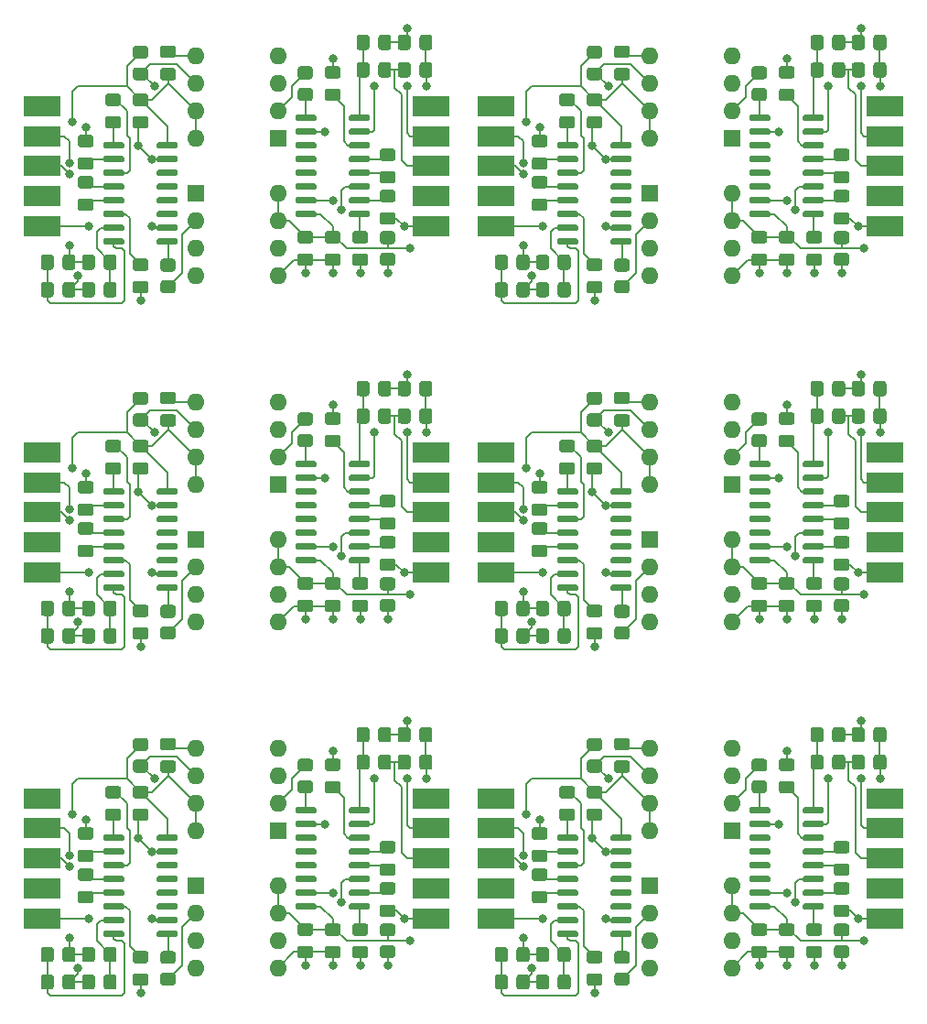
<source format=gbr>
%TF.GenerationSoftware,KiCad,Pcbnew,5.1.8*%
%TF.CreationDate,2020-11-15T21:37:53+00:00*%
%TF.ProjectId,rs232_isolator_panel,72733233-325f-4697-936f-6c61746f725f,rev?*%
%TF.SameCoordinates,PX1d905c0PY2625a00*%
%TF.FileFunction,Copper,L1,Top*%
%TF.FilePolarity,Positive*%
%FSLAX46Y46*%
G04 Gerber Fmt 4.6, Leading zero omitted, Abs format (unit mm)*
G04 Created by KiCad (PCBNEW 5.1.8) date 2020-11-15 21:37:53*
%MOMM*%
%LPD*%
G01*
G04 APERTURE LIST*
%TA.AperFunction,ComponentPad*%
%ADD10O,1.600000X1.600000*%
%TD*%
%TA.AperFunction,ComponentPad*%
%ADD11R,1.600000X1.600000*%
%TD*%
%TA.AperFunction,SMDPad,CuDef*%
%ADD12R,3.480000X1.846667*%
%TD*%
%TA.AperFunction,ViaPad*%
%ADD13C,0.800000*%
%TD*%
%TA.AperFunction,Conductor*%
%ADD14C,0.200000*%
%TD*%
G04 APERTURE END LIST*
%TO.P,R1,2*%
%TO.N,Net-(J1-Pad2)*%
%TA.AperFunction,SMDPad,CuDef*%
G36*
G01*
X54890000Y-90880001D02*
X54890000Y-89979999D01*
G75*
G02*
X55139999Y-89730000I249999J0D01*
G01*
X55840001Y-89730000D01*
G75*
G02*
X56090000Y-89979999I0J-249999D01*
G01*
X56090000Y-90880001D01*
G75*
G02*
X55840001Y-91130000I-249999J0D01*
G01*
X55139999Y-91130000D01*
G75*
G02*
X54890000Y-90880001I0J249999D01*
G01*
G37*
%TD.AperFunction*%
%TO.P,R1,1*%
%TO.N,/Rx1*%
%TA.AperFunction,SMDPad,CuDef*%
G36*
G01*
X52890000Y-90880001D02*
X52890000Y-89979999D01*
G75*
G02*
X53139999Y-89730000I249999J0D01*
G01*
X53840001Y-89730000D01*
G75*
G02*
X54090000Y-89979999I0J-249999D01*
G01*
X54090000Y-90880001D01*
G75*
G02*
X53840001Y-91130000I-249999J0D01*
G01*
X53139999Y-91130000D01*
G75*
G02*
X52890000Y-90880001I0J249999D01*
G01*
G37*
%TD.AperFunction*%
%TD*%
%TO.P,R1,2*%
%TO.N,Net-(J1-Pad2)*%
%TA.AperFunction,SMDPad,CuDef*%
G36*
G01*
X12890000Y-90880001D02*
X12890000Y-89979999D01*
G75*
G02*
X13139999Y-89730000I249999J0D01*
G01*
X13840001Y-89730000D01*
G75*
G02*
X14090000Y-89979999I0J-249999D01*
G01*
X14090000Y-90880001D01*
G75*
G02*
X13840001Y-91130000I-249999J0D01*
G01*
X13139999Y-91130000D01*
G75*
G02*
X12890000Y-90880001I0J249999D01*
G01*
G37*
%TD.AperFunction*%
%TO.P,R1,1*%
%TO.N,/Rx1*%
%TA.AperFunction,SMDPad,CuDef*%
G36*
G01*
X10890000Y-90880001D02*
X10890000Y-89979999D01*
G75*
G02*
X11139999Y-89730000I249999J0D01*
G01*
X11840001Y-89730000D01*
G75*
G02*
X12090000Y-89979999I0J-249999D01*
G01*
X12090000Y-90880001D01*
G75*
G02*
X11840001Y-91130000I-249999J0D01*
G01*
X11139999Y-91130000D01*
G75*
G02*
X10890000Y-90880001I0J249999D01*
G01*
G37*
%TD.AperFunction*%
%TD*%
%TO.P,R1,2*%
%TO.N,Net-(J1-Pad2)*%
%TA.AperFunction,SMDPad,CuDef*%
G36*
G01*
X54890000Y-58880001D02*
X54890000Y-57979999D01*
G75*
G02*
X55139999Y-57730000I249999J0D01*
G01*
X55840001Y-57730000D01*
G75*
G02*
X56090000Y-57979999I0J-249999D01*
G01*
X56090000Y-58880001D01*
G75*
G02*
X55840001Y-59130000I-249999J0D01*
G01*
X55139999Y-59130000D01*
G75*
G02*
X54890000Y-58880001I0J249999D01*
G01*
G37*
%TD.AperFunction*%
%TO.P,R1,1*%
%TO.N,/Rx1*%
%TA.AperFunction,SMDPad,CuDef*%
G36*
G01*
X52890000Y-58880001D02*
X52890000Y-57979999D01*
G75*
G02*
X53139999Y-57730000I249999J0D01*
G01*
X53840001Y-57730000D01*
G75*
G02*
X54090000Y-57979999I0J-249999D01*
G01*
X54090000Y-58880001D01*
G75*
G02*
X53840001Y-59130000I-249999J0D01*
G01*
X53139999Y-59130000D01*
G75*
G02*
X52890000Y-58880001I0J249999D01*
G01*
G37*
%TD.AperFunction*%
%TD*%
%TO.P,R1,2*%
%TO.N,Net-(J1-Pad2)*%
%TA.AperFunction,SMDPad,CuDef*%
G36*
G01*
X12890000Y-58880001D02*
X12890000Y-57979999D01*
G75*
G02*
X13139999Y-57730000I249999J0D01*
G01*
X13840001Y-57730000D01*
G75*
G02*
X14090000Y-57979999I0J-249999D01*
G01*
X14090000Y-58880001D01*
G75*
G02*
X13840001Y-59130000I-249999J0D01*
G01*
X13139999Y-59130000D01*
G75*
G02*
X12890000Y-58880001I0J249999D01*
G01*
G37*
%TD.AperFunction*%
%TO.P,R1,1*%
%TO.N,/Rx1*%
%TA.AperFunction,SMDPad,CuDef*%
G36*
G01*
X10890000Y-58880001D02*
X10890000Y-57979999D01*
G75*
G02*
X11139999Y-57730000I249999J0D01*
G01*
X11840001Y-57730000D01*
G75*
G02*
X12090000Y-57979999I0J-249999D01*
G01*
X12090000Y-58880001D01*
G75*
G02*
X11840001Y-59130000I-249999J0D01*
G01*
X11139999Y-59130000D01*
G75*
G02*
X10890000Y-58880001I0J249999D01*
G01*
G37*
%TD.AperFunction*%
%TD*%
%TO.P,R1,2*%
%TO.N,Net-(J1-Pad2)*%
%TA.AperFunction,SMDPad,CuDef*%
G36*
G01*
X54890000Y-26880001D02*
X54890000Y-25979999D01*
G75*
G02*
X55139999Y-25730000I249999J0D01*
G01*
X55840001Y-25730000D01*
G75*
G02*
X56090000Y-25979999I0J-249999D01*
G01*
X56090000Y-26880001D01*
G75*
G02*
X55840001Y-27130000I-249999J0D01*
G01*
X55139999Y-27130000D01*
G75*
G02*
X54890000Y-26880001I0J249999D01*
G01*
G37*
%TD.AperFunction*%
%TO.P,R1,1*%
%TO.N,/Rx1*%
%TA.AperFunction,SMDPad,CuDef*%
G36*
G01*
X52890000Y-26880001D02*
X52890000Y-25979999D01*
G75*
G02*
X53139999Y-25730000I249999J0D01*
G01*
X53840001Y-25730000D01*
G75*
G02*
X54090000Y-25979999I0J-249999D01*
G01*
X54090000Y-26880001D01*
G75*
G02*
X53840001Y-27130000I-249999J0D01*
G01*
X53139999Y-27130000D01*
G75*
G02*
X52890000Y-26880001I0J249999D01*
G01*
G37*
%TD.AperFunction*%
%TD*%
%TO.P,C6,2*%
%TO.N,/Gnd1*%
%TA.AperFunction,SMDPad,CuDef*%
G36*
G01*
X65125000Y-69025000D02*
X64175000Y-69025000D01*
G75*
G02*
X63925000Y-68775000I0J250000D01*
G01*
X63925000Y-68100000D01*
G75*
G02*
X64175000Y-67850000I250000J0D01*
G01*
X65125000Y-67850000D01*
G75*
G02*
X65375000Y-68100000I0J-250000D01*
G01*
X65375000Y-68775000D01*
G75*
G02*
X65125000Y-69025000I-250000J0D01*
G01*
G37*
%TD.AperFunction*%
%TO.P,C6,1*%
%TO.N,/5V1*%
%TA.AperFunction,SMDPad,CuDef*%
G36*
G01*
X65125000Y-71100000D02*
X64175000Y-71100000D01*
G75*
G02*
X63925000Y-70850000I0J250000D01*
G01*
X63925000Y-70175000D01*
G75*
G02*
X64175000Y-69925000I250000J0D01*
G01*
X65125000Y-69925000D01*
G75*
G02*
X65375000Y-70175000I0J-250000D01*
G01*
X65375000Y-70850000D01*
G75*
G02*
X65125000Y-71100000I-250000J0D01*
G01*
G37*
%TD.AperFunction*%
%TD*%
%TO.P,C6,2*%
%TO.N,/Gnd1*%
%TA.AperFunction,SMDPad,CuDef*%
G36*
G01*
X23125000Y-69025000D02*
X22175000Y-69025000D01*
G75*
G02*
X21925000Y-68775000I0J250000D01*
G01*
X21925000Y-68100000D01*
G75*
G02*
X22175000Y-67850000I250000J0D01*
G01*
X23125000Y-67850000D01*
G75*
G02*
X23375000Y-68100000I0J-250000D01*
G01*
X23375000Y-68775000D01*
G75*
G02*
X23125000Y-69025000I-250000J0D01*
G01*
G37*
%TD.AperFunction*%
%TO.P,C6,1*%
%TO.N,/5V1*%
%TA.AperFunction,SMDPad,CuDef*%
G36*
G01*
X23125000Y-71100000D02*
X22175000Y-71100000D01*
G75*
G02*
X21925000Y-70850000I0J250000D01*
G01*
X21925000Y-70175000D01*
G75*
G02*
X22175000Y-69925000I250000J0D01*
G01*
X23125000Y-69925000D01*
G75*
G02*
X23375000Y-70175000I0J-250000D01*
G01*
X23375000Y-70850000D01*
G75*
G02*
X23125000Y-71100000I-250000J0D01*
G01*
G37*
%TD.AperFunction*%
%TD*%
%TO.P,C6,2*%
%TO.N,/Gnd1*%
%TA.AperFunction,SMDPad,CuDef*%
G36*
G01*
X65125000Y-37025000D02*
X64175000Y-37025000D01*
G75*
G02*
X63925000Y-36775000I0J250000D01*
G01*
X63925000Y-36100000D01*
G75*
G02*
X64175000Y-35850000I250000J0D01*
G01*
X65125000Y-35850000D01*
G75*
G02*
X65375000Y-36100000I0J-250000D01*
G01*
X65375000Y-36775000D01*
G75*
G02*
X65125000Y-37025000I-250000J0D01*
G01*
G37*
%TD.AperFunction*%
%TO.P,C6,1*%
%TO.N,/5V1*%
%TA.AperFunction,SMDPad,CuDef*%
G36*
G01*
X65125000Y-39100000D02*
X64175000Y-39100000D01*
G75*
G02*
X63925000Y-38850000I0J250000D01*
G01*
X63925000Y-38175000D01*
G75*
G02*
X64175000Y-37925000I250000J0D01*
G01*
X65125000Y-37925000D01*
G75*
G02*
X65375000Y-38175000I0J-250000D01*
G01*
X65375000Y-38850000D01*
G75*
G02*
X65125000Y-39100000I-250000J0D01*
G01*
G37*
%TD.AperFunction*%
%TD*%
%TO.P,C6,2*%
%TO.N,/Gnd1*%
%TA.AperFunction,SMDPad,CuDef*%
G36*
G01*
X23125000Y-37025000D02*
X22175000Y-37025000D01*
G75*
G02*
X21925000Y-36775000I0J250000D01*
G01*
X21925000Y-36100000D01*
G75*
G02*
X22175000Y-35850000I250000J0D01*
G01*
X23125000Y-35850000D01*
G75*
G02*
X23375000Y-36100000I0J-250000D01*
G01*
X23375000Y-36775000D01*
G75*
G02*
X23125000Y-37025000I-250000J0D01*
G01*
G37*
%TD.AperFunction*%
%TO.P,C6,1*%
%TO.N,/5V1*%
%TA.AperFunction,SMDPad,CuDef*%
G36*
G01*
X23125000Y-39100000D02*
X22175000Y-39100000D01*
G75*
G02*
X21925000Y-38850000I0J250000D01*
G01*
X21925000Y-38175000D01*
G75*
G02*
X22175000Y-37925000I250000J0D01*
G01*
X23125000Y-37925000D01*
G75*
G02*
X23375000Y-38175000I0J-250000D01*
G01*
X23375000Y-38850000D01*
G75*
G02*
X23125000Y-39100000I-250000J0D01*
G01*
G37*
%TD.AperFunction*%
%TD*%
%TO.P,C6,2*%
%TO.N,/Gnd1*%
%TA.AperFunction,SMDPad,CuDef*%
G36*
G01*
X65125000Y-5025000D02*
X64175000Y-5025000D01*
G75*
G02*
X63925000Y-4775000I0J250000D01*
G01*
X63925000Y-4100000D01*
G75*
G02*
X64175000Y-3850000I250000J0D01*
G01*
X65125000Y-3850000D01*
G75*
G02*
X65375000Y-4100000I0J-250000D01*
G01*
X65375000Y-4775000D01*
G75*
G02*
X65125000Y-5025000I-250000J0D01*
G01*
G37*
%TD.AperFunction*%
%TO.P,C6,1*%
%TO.N,/5V1*%
%TA.AperFunction,SMDPad,CuDef*%
G36*
G01*
X65125000Y-7100000D02*
X64175000Y-7100000D01*
G75*
G02*
X63925000Y-6850000I0J250000D01*
G01*
X63925000Y-6175000D01*
G75*
G02*
X64175000Y-5925000I250000J0D01*
G01*
X65125000Y-5925000D01*
G75*
G02*
X65375000Y-6175000I0J-250000D01*
G01*
X65375000Y-6850000D01*
G75*
G02*
X65125000Y-7100000I-250000J0D01*
G01*
G37*
%TD.AperFunction*%
%TD*%
%TO.P,C1,2*%
%TO.N,Net-(C1-Pad2)*%
%TA.AperFunction,SMDPad,CuDef*%
G36*
G01*
X60045000Y-73470000D02*
X59095000Y-73470000D01*
G75*
G02*
X58845000Y-73220000I0J250000D01*
G01*
X58845000Y-72545000D01*
G75*
G02*
X59095000Y-72295000I250000J0D01*
G01*
X60045000Y-72295000D01*
G75*
G02*
X60295000Y-72545000I0J-250000D01*
G01*
X60295000Y-73220000D01*
G75*
G02*
X60045000Y-73470000I-250000J0D01*
G01*
G37*
%TD.AperFunction*%
%TO.P,C1,1*%
%TO.N,Net-(C1-Pad1)*%
%TA.AperFunction,SMDPad,CuDef*%
G36*
G01*
X60045000Y-75545000D02*
X59095000Y-75545000D01*
G75*
G02*
X58845000Y-75295000I0J250000D01*
G01*
X58845000Y-74620000D01*
G75*
G02*
X59095000Y-74370000I250000J0D01*
G01*
X60045000Y-74370000D01*
G75*
G02*
X60295000Y-74620000I0J-250000D01*
G01*
X60295000Y-75295000D01*
G75*
G02*
X60045000Y-75545000I-250000J0D01*
G01*
G37*
%TD.AperFunction*%
%TD*%
%TO.P,C1,2*%
%TO.N,Net-(C1-Pad2)*%
%TA.AperFunction,SMDPad,CuDef*%
G36*
G01*
X18045000Y-73470000D02*
X17095000Y-73470000D01*
G75*
G02*
X16845000Y-73220000I0J250000D01*
G01*
X16845000Y-72545000D01*
G75*
G02*
X17095000Y-72295000I250000J0D01*
G01*
X18045000Y-72295000D01*
G75*
G02*
X18295000Y-72545000I0J-250000D01*
G01*
X18295000Y-73220000D01*
G75*
G02*
X18045000Y-73470000I-250000J0D01*
G01*
G37*
%TD.AperFunction*%
%TO.P,C1,1*%
%TO.N,Net-(C1-Pad1)*%
%TA.AperFunction,SMDPad,CuDef*%
G36*
G01*
X18045000Y-75545000D02*
X17095000Y-75545000D01*
G75*
G02*
X16845000Y-75295000I0J250000D01*
G01*
X16845000Y-74620000D01*
G75*
G02*
X17095000Y-74370000I250000J0D01*
G01*
X18045000Y-74370000D01*
G75*
G02*
X18295000Y-74620000I0J-250000D01*
G01*
X18295000Y-75295000D01*
G75*
G02*
X18045000Y-75545000I-250000J0D01*
G01*
G37*
%TD.AperFunction*%
%TD*%
%TO.P,C1,2*%
%TO.N,Net-(C1-Pad2)*%
%TA.AperFunction,SMDPad,CuDef*%
G36*
G01*
X60045000Y-41470000D02*
X59095000Y-41470000D01*
G75*
G02*
X58845000Y-41220000I0J250000D01*
G01*
X58845000Y-40545000D01*
G75*
G02*
X59095000Y-40295000I250000J0D01*
G01*
X60045000Y-40295000D01*
G75*
G02*
X60295000Y-40545000I0J-250000D01*
G01*
X60295000Y-41220000D01*
G75*
G02*
X60045000Y-41470000I-250000J0D01*
G01*
G37*
%TD.AperFunction*%
%TO.P,C1,1*%
%TO.N,Net-(C1-Pad1)*%
%TA.AperFunction,SMDPad,CuDef*%
G36*
G01*
X60045000Y-43545000D02*
X59095000Y-43545000D01*
G75*
G02*
X58845000Y-43295000I0J250000D01*
G01*
X58845000Y-42620000D01*
G75*
G02*
X59095000Y-42370000I250000J0D01*
G01*
X60045000Y-42370000D01*
G75*
G02*
X60295000Y-42620000I0J-250000D01*
G01*
X60295000Y-43295000D01*
G75*
G02*
X60045000Y-43545000I-250000J0D01*
G01*
G37*
%TD.AperFunction*%
%TD*%
%TO.P,C1,2*%
%TO.N,Net-(C1-Pad2)*%
%TA.AperFunction,SMDPad,CuDef*%
G36*
G01*
X18045000Y-41470000D02*
X17095000Y-41470000D01*
G75*
G02*
X16845000Y-41220000I0J250000D01*
G01*
X16845000Y-40545000D01*
G75*
G02*
X17095000Y-40295000I250000J0D01*
G01*
X18045000Y-40295000D01*
G75*
G02*
X18295000Y-40545000I0J-250000D01*
G01*
X18295000Y-41220000D01*
G75*
G02*
X18045000Y-41470000I-250000J0D01*
G01*
G37*
%TD.AperFunction*%
%TO.P,C1,1*%
%TO.N,Net-(C1-Pad1)*%
%TA.AperFunction,SMDPad,CuDef*%
G36*
G01*
X18045000Y-43545000D02*
X17095000Y-43545000D01*
G75*
G02*
X16845000Y-43295000I0J250000D01*
G01*
X16845000Y-42620000D01*
G75*
G02*
X17095000Y-42370000I250000J0D01*
G01*
X18045000Y-42370000D01*
G75*
G02*
X18295000Y-42620000I0J-250000D01*
G01*
X18295000Y-43295000D01*
G75*
G02*
X18045000Y-43545000I-250000J0D01*
G01*
G37*
%TD.AperFunction*%
%TD*%
%TO.P,C1,2*%
%TO.N,Net-(C1-Pad2)*%
%TA.AperFunction,SMDPad,CuDef*%
G36*
G01*
X60045000Y-9470000D02*
X59095000Y-9470000D01*
G75*
G02*
X58845000Y-9220000I0J250000D01*
G01*
X58845000Y-8545000D01*
G75*
G02*
X59095000Y-8295000I250000J0D01*
G01*
X60045000Y-8295000D01*
G75*
G02*
X60295000Y-8545000I0J-250000D01*
G01*
X60295000Y-9220000D01*
G75*
G02*
X60045000Y-9470000I-250000J0D01*
G01*
G37*
%TD.AperFunction*%
%TO.P,C1,1*%
%TO.N,Net-(C1-Pad1)*%
%TA.AperFunction,SMDPad,CuDef*%
G36*
G01*
X60045000Y-11545000D02*
X59095000Y-11545000D01*
G75*
G02*
X58845000Y-11295000I0J250000D01*
G01*
X58845000Y-10620000D01*
G75*
G02*
X59095000Y-10370000I250000J0D01*
G01*
X60045000Y-10370000D01*
G75*
G02*
X60295000Y-10620000I0J-250000D01*
G01*
X60295000Y-11295000D01*
G75*
G02*
X60045000Y-11545000I-250000J0D01*
G01*
G37*
%TD.AperFunction*%
%TD*%
%TO.P,R3,2*%
%TO.N,Net-(J1-Pad3)*%
%TA.AperFunction,SMDPad,CuDef*%
G36*
G01*
X54890000Y-88340001D02*
X54890000Y-87439999D01*
G75*
G02*
X55139999Y-87190000I249999J0D01*
G01*
X55840001Y-87190000D01*
G75*
G02*
X56090000Y-87439999I0J-249999D01*
G01*
X56090000Y-88340001D01*
G75*
G02*
X55840001Y-88590000I-249999J0D01*
G01*
X55139999Y-88590000D01*
G75*
G02*
X54890000Y-88340001I0J249999D01*
G01*
G37*
%TD.AperFunction*%
%TO.P,R3,1*%
%TO.N,/Rx1*%
%TA.AperFunction,SMDPad,CuDef*%
G36*
G01*
X52890000Y-88340001D02*
X52890000Y-87439999D01*
G75*
G02*
X53139999Y-87190000I249999J0D01*
G01*
X53840001Y-87190000D01*
G75*
G02*
X54090000Y-87439999I0J-249999D01*
G01*
X54090000Y-88340001D01*
G75*
G02*
X53840001Y-88590000I-249999J0D01*
G01*
X53139999Y-88590000D01*
G75*
G02*
X52890000Y-88340001I0J249999D01*
G01*
G37*
%TD.AperFunction*%
%TD*%
%TO.P,R3,2*%
%TO.N,Net-(J1-Pad3)*%
%TA.AperFunction,SMDPad,CuDef*%
G36*
G01*
X12890000Y-88340001D02*
X12890000Y-87439999D01*
G75*
G02*
X13139999Y-87190000I249999J0D01*
G01*
X13840001Y-87190000D01*
G75*
G02*
X14090000Y-87439999I0J-249999D01*
G01*
X14090000Y-88340001D01*
G75*
G02*
X13840001Y-88590000I-249999J0D01*
G01*
X13139999Y-88590000D01*
G75*
G02*
X12890000Y-88340001I0J249999D01*
G01*
G37*
%TD.AperFunction*%
%TO.P,R3,1*%
%TO.N,/Rx1*%
%TA.AperFunction,SMDPad,CuDef*%
G36*
G01*
X10890000Y-88340001D02*
X10890000Y-87439999D01*
G75*
G02*
X11139999Y-87190000I249999J0D01*
G01*
X11840001Y-87190000D01*
G75*
G02*
X12090000Y-87439999I0J-249999D01*
G01*
X12090000Y-88340001D01*
G75*
G02*
X11840001Y-88590000I-249999J0D01*
G01*
X11139999Y-88590000D01*
G75*
G02*
X10890000Y-88340001I0J249999D01*
G01*
G37*
%TD.AperFunction*%
%TD*%
%TO.P,R3,2*%
%TO.N,Net-(J1-Pad3)*%
%TA.AperFunction,SMDPad,CuDef*%
G36*
G01*
X54890000Y-56340001D02*
X54890000Y-55439999D01*
G75*
G02*
X55139999Y-55190000I249999J0D01*
G01*
X55840001Y-55190000D01*
G75*
G02*
X56090000Y-55439999I0J-249999D01*
G01*
X56090000Y-56340001D01*
G75*
G02*
X55840001Y-56590000I-249999J0D01*
G01*
X55139999Y-56590000D01*
G75*
G02*
X54890000Y-56340001I0J249999D01*
G01*
G37*
%TD.AperFunction*%
%TO.P,R3,1*%
%TO.N,/Rx1*%
%TA.AperFunction,SMDPad,CuDef*%
G36*
G01*
X52890000Y-56340001D02*
X52890000Y-55439999D01*
G75*
G02*
X53139999Y-55190000I249999J0D01*
G01*
X53840001Y-55190000D01*
G75*
G02*
X54090000Y-55439999I0J-249999D01*
G01*
X54090000Y-56340001D01*
G75*
G02*
X53840001Y-56590000I-249999J0D01*
G01*
X53139999Y-56590000D01*
G75*
G02*
X52890000Y-56340001I0J249999D01*
G01*
G37*
%TD.AperFunction*%
%TD*%
%TO.P,R3,2*%
%TO.N,Net-(J1-Pad3)*%
%TA.AperFunction,SMDPad,CuDef*%
G36*
G01*
X12890000Y-56340001D02*
X12890000Y-55439999D01*
G75*
G02*
X13139999Y-55190000I249999J0D01*
G01*
X13840001Y-55190000D01*
G75*
G02*
X14090000Y-55439999I0J-249999D01*
G01*
X14090000Y-56340001D01*
G75*
G02*
X13840001Y-56590000I-249999J0D01*
G01*
X13139999Y-56590000D01*
G75*
G02*
X12890000Y-56340001I0J249999D01*
G01*
G37*
%TD.AperFunction*%
%TO.P,R3,1*%
%TO.N,/Rx1*%
%TA.AperFunction,SMDPad,CuDef*%
G36*
G01*
X10890000Y-56340001D02*
X10890000Y-55439999D01*
G75*
G02*
X11139999Y-55190000I249999J0D01*
G01*
X11840001Y-55190000D01*
G75*
G02*
X12090000Y-55439999I0J-249999D01*
G01*
X12090000Y-56340001D01*
G75*
G02*
X11840001Y-56590000I-249999J0D01*
G01*
X11139999Y-56590000D01*
G75*
G02*
X10890000Y-56340001I0J249999D01*
G01*
G37*
%TD.AperFunction*%
%TD*%
%TO.P,R3,2*%
%TO.N,Net-(J1-Pad3)*%
%TA.AperFunction,SMDPad,CuDef*%
G36*
G01*
X54890000Y-24340001D02*
X54890000Y-23439999D01*
G75*
G02*
X55139999Y-23190000I249999J0D01*
G01*
X55840001Y-23190000D01*
G75*
G02*
X56090000Y-23439999I0J-249999D01*
G01*
X56090000Y-24340001D01*
G75*
G02*
X55840001Y-24590000I-249999J0D01*
G01*
X55139999Y-24590000D01*
G75*
G02*
X54890000Y-24340001I0J249999D01*
G01*
G37*
%TD.AperFunction*%
%TO.P,R3,1*%
%TO.N,/Rx1*%
%TA.AperFunction,SMDPad,CuDef*%
G36*
G01*
X52890000Y-24340001D02*
X52890000Y-23439999D01*
G75*
G02*
X53139999Y-23190000I249999J0D01*
G01*
X53840001Y-23190000D01*
G75*
G02*
X54090000Y-23439999I0J-249999D01*
G01*
X54090000Y-24340001D01*
G75*
G02*
X53840001Y-24590000I-249999J0D01*
G01*
X53139999Y-24590000D01*
G75*
G02*
X52890000Y-24340001I0J249999D01*
G01*
G37*
%TD.AperFunction*%
%TD*%
%TO.P,C8,2*%
%TO.N,Net-(C8-Pad2)*%
%TA.AperFunction,SMDPad,CuDef*%
G36*
G01*
X81955000Y-87070000D02*
X82905000Y-87070000D01*
G75*
G02*
X83155000Y-87320000I0J-250000D01*
G01*
X83155000Y-87995000D01*
G75*
G02*
X82905000Y-88245000I-250000J0D01*
G01*
X81955000Y-88245000D01*
G75*
G02*
X81705000Y-87995000I0J250000D01*
G01*
X81705000Y-87320000D01*
G75*
G02*
X81955000Y-87070000I250000J0D01*
G01*
G37*
%TD.AperFunction*%
%TO.P,C8,1*%
%TO.N,Net-(C8-Pad1)*%
%TA.AperFunction,SMDPad,CuDef*%
G36*
G01*
X81955000Y-84995000D02*
X82905000Y-84995000D01*
G75*
G02*
X83155000Y-85245000I0J-250000D01*
G01*
X83155000Y-85920000D01*
G75*
G02*
X82905000Y-86170000I-250000J0D01*
G01*
X81955000Y-86170000D01*
G75*
G02*
X81705000Y-85920000I0J250000D01*
G01*
X81705000Y-85245000D01*
G75*
G02*
X81955000Y-84995000I250000J0D01*
G01*
G37*
%TD.AperFunction*%
%TD*%
%TO.P,C8,2*%
%TO.N,Net-(C8-Pad2)*%
%TA.AperFunction,SMDPad,CuDef*%
G36*
G01*
X39955000Y-87070000D02*
X40905000Y-87070000D01*
G75*
G02*
X41155000Y-87320000I0J-250000D01*
G01*
X41155000Y-87995000D01*
G75*
G02*
X40905000Y-88245000I-250000J0D01*
G01*
X39955000Y-88245000D01*
G75*
G02*
X39705000Y-87995000I0J250000D01*
G01*
X39705000Y-87320000D01*
G75*
G02*
X39955000Y-87070000I250000J0D01*
G01*
G37*
%TD.AperFunction*%
%TO.P,C8,1*%
%TO.N,Net-(C8-Pad1)*%
%TA.AperFunction,SMDPad,CuDef*%
G36*
G01*
X39955000Y-84995000D02*
X40905000Y-84995000D01*
G75*
G02*
X41155000Y-85245000I0J-250000D01*
G01*
X41155000Y-85920000D01*
G75*
G02*
X40905000Y-86170000I-250000J0D01*
G01*
X39955000Y-86170000D01*
G75*
G02*
X39705000Y-85920000I0J250000D01*
G01*
X39705000Y-85245000D01*
G75*
G02*
X39955000Y-84995000I250000J0D01*
G01*
G37*
%TD.AperFunction*%
%TD*%
%TO.P,C8,2*%
%TO.N,Net-(C8-Pad2)*%
%TA.AperFunction,SMDPad,CuDef*%
G36*
G01*
X81955000Y-55070000D02*
X82905000Y-55070000D01*
G75*
G02*
X83155000Y-55320000I0J-250000D01*
G01*
X83155000Y-55995000D01*
G75*
G02*
X82905000Y-56245000I-250000J0D01*
G01*
X81955000Y-56245000D01*
G75*
G02*
X81705000Y-55995000I0J250000D01*
G01*
X81705000Y-55320000D01*
G75*
G02*
X81955000Y-55070000I250000J0D01*
G01*
G37*
%TD.AperFunction*%
%TO.P,C8,1*%
%TO.N,Net-(C8-Pad1)*%
%TA.AperFunction,SMDPad,CuDef*%
G36*
G01*
X81955000Y-52995000D02*
X82905000Y-52995000D01*
G75*
G02*
X83155000Y-53245000I0J-250000D01*
G01*
X83155000Y-53920000D01*
G75*
G02*
X82905000Y-54170000I-250000J0D01*
G01*
X81955000Y-54170000D01*
G75*
G02*
X81705000Y-53920000I0J250000D01*
G01*
X81705000Y-53245000D01*
G75*
G02*
X81955000Y-52995000I250000J0D01*
G01*
G37*
%TD.AperFunction*%
%TD*%
%TO.P,C8,2*%
%TO.N,Net-(C8-Pad2)*%
%TA.AperFunction,SMDPad,CuDef*%
G36*
G01*
X39955000Y-55070000D02*
X40905000Y-55070000D01*
G75*
G02*
X41155000Y-55320000I0J-250000D01*
G01*
X41155000Y-55995000D01*
G75*
G02*
X40905000Y-56245000I-250000J0D01*
G01*
X39955000Y-56245000D01*
G75*
G02*
X39705000Y-55995000I0J250000D01*
G01*
X39705000Y-55320000D01*
G75*
G02*
X39955000Y-55070000I250000J0D01*
G01*
G37*
%TD.AperFunction*%
%TO.P,C8,1*%
%TO.N,Net-(C8-Pad1)*%
%TA.AperFunction,SMDPad,CuDef*%
G36*
G01*
X39955000Y-52995000D02*
X40905000Y-52995000D01*
G75*
G02*
X41155000Y-53245000I0J-250000D01*
G01*
X41155000Y-53920000D01*
G75*
G02*
X40905000Y-54170000I-250000J0D01*
G01*
X39955000Y-54170000D01*
G75*
G02*
X39705000Y-53920000I0J250000D01*
G01*
X39705000Y-53245000D01*
G75*
G02*
X39955000Y-52995000I250000J0D01*
G01*
G37*
%TD.AperFunction*%
%TD*%
%TO.P,C8,2*%
%TO.N,Net-(C8-Pad2)*%
%TA.AperFunction,SMDPad,CuDef*%
G36*
G01*
X81955000Y-23070000D02*
X82905000Y-23070000D01*
G75*
G02*
X83155000Y-23320000I0J-250000D01*
G01*
X83155000Y-23995000D01*
G75*
G02*
X82905000Y-24245000I-250000J0D01*
G01*
X81955000Y-24245000D01*
G75*
G02*
X81705000Y-23995000I0J250000D01*
G01*
X81705000Y-23320000D01*
G75*
G02*
X81955000Y-23070000I250000J0D01*
G01*
G37*
%TD.AperFunction*%
%TO.P,C8,1*%
%TO.N,Net-(C8-Pad1)*%
%TA.AperFunction,SMDPad,CuDef*%
G36*
G01*
X81955000Y-20995000D02*
X82905000Y-20995000D01*
G75*
G02*
X83155000Y-21245000I0J-250000D01*
G01*
X83155000Y-21920000D01*
G75*
G02*
X82905000Y-22170000I-250000J0D01*
G01*
X81955000Y-22170000D01*
G75*
G02*
X81705000Y-21920000I0J250000D01*
G01*
X81705000Y-21245000D01*
G75*
G02*
X81955000Y-20995000I250000J0D01*
G01*
G37*
%TD.AperFunction*%
%TD*%
D10*
%TO.P,U2,8*%
%TO.N,/5V2*%
X74810000Y-81540000D03*
%TO.P,U2,4*%
%TO.N,N/C*%
X67190000Y-89160000D03*
%TO.P,U2,7*%
%TO.N,/5V2*%
X74810000Y-84080000D03*
%TO.P,U2,3*%
%TO.N,/Gnd1*%
X67190000Y-86620000D03*
%TO.P,U2,6*%
%TO.N,Net-(R7-Pad2)*%
X74810000Y-86620000D03*
%TO.P,U2,2*%
%TO.N,Net-(R5-Pad2)*%
X67190000Y-84080000D03*
%TO.P,U2,5*%
%TO.N,/Gnd2*%
X74810000Y-89160000D03*
D11*
%TO.P,U2,1*%
%TO.N,Net-(U2-Pad1)*%
X67190000Y-81540000D03*
%TD*%
D10*
%TO.P,U2,8*%
%TO.N,/5V2*%
X32810000Y-81540000D03*
%TO.P,U2,4*%
%TO.N,N/C*%
X25190000Y-89160000D03*
%TO.P,U2,7*%
%TO.N,/5V2*%
X32810000Y-84080000D03*
%TO.P,U2,3*%
%TO.N,/Gnd1*%
X25190000Y-86620000D03*
%TO.P,U2,6*%
%TO.N,Net-(R7-Pad2)*%
X32810000Y-86620000D03*
%TO.P,U2,2*%
%TO.N,Net-(R5-Pad2)*%
X25190000Y-84080000D03*
%TO.P,U2,5*%
%TO.N,/Gnd2*%
X32810000Y-89160000D03*
D11*
%TO.P,U2,1*%
%TO.N,Net-(U2-Pad1)*%
X25190000Y-81540000D03*
%TD*%
D10*
%TO.P,U2,8*%
%TO.N,/5V2*%
X74810000Y-49540000D03*
%TO.P,U2,4*%
%TO.N,N/C*%
X67190000Y-57160000D03*
%TO.P,U2,7*%
%TO.N,/5V2*%
X74810000Y-52080000D03*
%TO.P,U2,3*%
%TO.N,/Gnd1*%
X67190000Y-54620000D03*
%TO.P,U2,6*%
%TO.N,Net-(R7-Pad2)*%
X74810000Y-54620000D03*
%TO.P,U2,2*%
%TO.N,Net-(R5-Pad2)*%
X67190000Y-52080000D03*
%TO.P,U2,5*%
%TO.N,/Gnd2*%
X74810000Y-57160000D03*
D11*
%TO.P,U2,1*%
%TO.N,Net-(U2-Pad1)*%
X67190000Y-49540000D03*
%TD*%
D10*
%TO.P,U2,8*%
%TO.N,/5V2*%
X32810000Y-49540000D03*
%TO.P,U2,4*%
%TO.N,N/C*%
X25190000Y-57160000D03*
%TO.P,U2,7*%
%TO.N,/5V2*%
X32810000Y-52080000D03*
%TO.P,U2,3*%
%TO.N,/Gnd1*%
X25190000Y-54620000D03*
%TO.P,U2,6*%
%TO.N,Net-(R7-Pad2)*%
X32810000Y-54620000D03*
%TO.P,U2,2*%
%TO.N,Net-(R5-Pad2)*%
X25190000Y-52080000D03*
%TO.P,U2,5*%
%TO.N,/Gnd2*%
X32810000Y-57160000D03*
D11*
%TO.P,U2,1*%
%TO.N,Net-(U2-Pad1)*%
X25190000Y-49540000D03*
%TD*%
D10*
%TO.P,U2,8*%
%TO.N,/5V2*%
X74810000Y-17540000D03*
%TO.P,U2,4*%
%TO.N,N/C*%
X67190000Y-25160000D03*
%TO.P,U2,7*%
%TO.N,/5V2*%
X74810000Y-20080000D03*
%TO.P,U2,3*%
%TO.N,/Gnd1*%
X67190000Y-22620000D03*
%TO.P,U2,6*%
%TO.N,Net-(R7-Pad2)*%
X74810000Y-22620000D03*
%TO.P,U2,2*%
%TO.N,Net-(R5-Pad2)*%
X67190000Y-20080000D03*
%TO.P,U2,5*%
%TO.N,/Gnd2*%
X74810000Y-25160000D03*
D11*
%TO.P,U2,1*%
%TO.N,Net-(U2-Pad1)*%
X67190000Y-17540000D03*
%TD*%
D12*
%TO.P,J2,5*%
%TO.N,/Gnd2*%
X89000000Y-84540000D03*
%TO.P,J2,4*%
%TO.N,Net-(J2-Pad4)*%
X89000000Y-81770000D03*
%TO.P,J2,3*%
%TO.N,Net-(J2-Pad3)*%
X89000000Y-79000000D03*
%TO.P,J2,2*%
%TO.N,Net-(J2-Pad2)*%
X89000000Y-76230000D03*
%TO.P,J2,1*%
%TO.N,Net-(J2-Pad1)*%
X89000000Y-73460000D03*
%TD*%
%TO.P,J2,5*%
%TO.N,/Gnd2*%
X47000000Y-84540000D03*
%TO.P,J2,4*%
%TO.N,Net-(J2-Pad4)*%
X47000000Y-81770000D03*
%TO.P,J2,3*%
%TO.N,Net-(J2-Pad3)*%
X47000000Y-79000000D03*
%TO.P,J2,2*%
%TO.N,Net-(J2-Pad2)*%
X47000000Y-76230000D03*
%TO.P,J2,1*%
%TO.N,Net-(J2-Pad1)*%
X47000000Y-73460000D03*
%TD*%
%TO.P,J2,5*%
%TO.N,/Gnd2*%
X89000000Y-52540000D03*
%TO.P,J2,4*%
%TO.N,Net-(J2-Pad4)*%
X89000000Y-49770000D03*
%TO.P,J2,3*%
%TO.N,Net-(J2-Pad3)*%
X89000000Y-47000000D03*
%TO.P,J2,2*%
%TO.N,Net-(J2-Pad2)*%
X89000000Y-44230000D03*
%TO.P,J2,1*%
%TO.N,Net-(J2-Pad1)*%
X89000000Y-41460000D03*
%TD*%
%TO.P,J2,5*%
%TO.N,/Gnd2*%
X47000000Y-52540000D03*
%TO.P,J2,4*%
%TO.N,Net-(J2-Pad4)*%
X47000000Y-49770000D03*
%TO.P,J2,3*%
%TO.N,Net-(J2-Pad3)*%
X47000000Y-47000000D03*
%TO.P,J2,2*%
%TO.N,Net-(J2-Pad2)*%
X47000000Y-44230000D03*
%TO.P,J2,1*%
%TO.N,Net-(J2-Pad1)*%
X47000000Y-41460000D03*
%TD*%
%TO.P,J2,5*%
%TO.N,/Gnd2*%
X89000000Y-20540000D03*
%TO.P,J2,4*%
%TO.N,Net-(J2-Pad4)*%
X89000000Y-17770000D03*
%TO.P,J2,3*%
%TO.N,Net-(J2-Pad3)*%
X89000000Y-15000000D03*
%TO.P,J2,2*%
%TO.N,Net-(J2-Pad2)*%
X89000000Y-12230000D03*
%TO.P,J2,1*%
%TO.N,Net-(J2-Pad1)*%
X89000000Y-9460000D03*
%TD*%
%TO.P,R5,2*%
%TO.N,Net-(R5-Pad2)*%
%TA.AperFunction,SMDPad,CuDef*%
G36*
G01*
X64199999Y-89560000D02*
X65100001Y-89560000D01*
G75*
G02*
X65350000Y-89809999I0J-249999D01*
G01*
X65350000Y-90510001D01*
G75*
G02*
X65100001Y-90760000I-249999J0D01*
G01*
X64199999Y-90760000D01*
G75*
G02*
X63950000Y-90510001I0J249999D01*
G01*
X63950000Y-89809999D01*
G75*
G02*
X64199999Y-89560000I249999J0D01*
G01*
G37*
%TD.AperFunction*%
%TO.P,R5,1*%
%TO.N,Net-(R5-Pad1)*%
%TA.AperFunction,SMDPad,CuDef*%
G36*
G01*
X64199999Y-87560000D02*
X65100001Y-87560000D01*
G75*
G02*
X65350000Y-87809999I0J-249999D01*
G01*
X65350000Y-88510001D01*
G75*
G02*
X65100001Y-88760000I-249999J0D01*
G01*
X64199999Y-88760000D01*
G75*
G02*
X63950000Y-88510001I0J249999D01*
G01*
X63950000Y-87809999D01*
G75*
G02*
X64199999Y-87560000I249999J0D01*
G01*
G37*
%TD.AperFunction*%
%TD*%
%TO.P,R5,2*%
%TO.N,Net-(R5-Pad2)*%
%TA.AperFunction,SMDPad,CuDef*%
G36*
G01*
X22199999Y-89560000D02*
X23100001Y-89560000D01*
G75*
G02*
X23350000Y-89809999I0J-249999D01*
G01*
X23350000Y-90510001D01*
G75*
G02*
X23100001Y-90760000I-249999J0D01*
G01*
X22199999Y-90760000D01*
G75*
G02*
X21950000Y-90510001I0J249999D01*
G01*
X21950000Y-89809999D01*
G75*
G02*
X22199999Y-89560000I249999J0D01*
G01*
G37*
%TD.AperFunction*%
%TO.P,R5,1*%
%TO.N,Net-(R5-Pad1)*%
%TA.AperFunction,SMDPad,CuDef*%
G36*
G01*
X22199999Y-87560000D02*
X23100001Y-87560000D01*
G75*
G02*
X23350000Y-87809999I0J-249999D01*
G01*
X23350000Y-88510001D01*
G75*
G02*
X23100001Y-88760000I-249999J0D01*
G01*
X22199999Y-88760000D01*
G75*
G02*
X21950000Y-88510001I0J249999D01*
G01*
X21950000Y-87809999D01*
G75*
G02*
X22199999Y-87560000I249999J0D01*
G01*
G37*
%TD.AperFunction*%
%TD*%
%TO.P,R5,2*%
%TO.N,Net-(R5-Pad2)*%
%TA.AperFunction,SMDPad,CuDef*%
G36*
G01*
X64199999Y-57560000D02*
X65100001Y-57560000D01*
G75*
G02*
X65350000Y-57809999I0J-249999D01*
G01*
X65350000Y-58510001D01*
G75*
G02*
X65100001Y-58760000I-249999J0D01*
G01*
X64199999Y-58760000D01*
G75*
G02*
X63950000Y-58510001I0J249999D01*
G01*
X63950000Y-57809999D01*
G75*
G02*
X64199999Y-57560000I249999J0D01*
G01*
G37*
%TD.AperFunction*%
%TO.P,R5,1*%
%TO.N,Net-(R5-Pad1)*%
%TA.AperFunction,SMDPad,CuDef*%
G36*
G01*
X64199999Y-55560000D02*
X65100001Y-55560000D01*
G75*
G02*
X65350000Y-55809999I0J-249999D01*
G01*
X65350000Y-56510001D01*
G75*
G02*
X65100001Y-56760000I-249999J0D01*
G01*
X64199999Y-56760000D01*
G75*
G02*
X63950000Y-56510001I0J249999D01*
G01*
X63950000Y-55809999D01*
G75*
G02*
X64199999Y-55560000I249999J0D01*
G01*
G37*
%TD.AperFunction*%
%TD*%
%TO.P,R5,2*%
%TO.N,Net-(R5-Pad2)*%
%TA.AperFunction,SMDPad,CuDef*%
G36*
G01*
X22199999Y-57560000D02*
X23100001Y-57560000D01*
G75*
G02*
X23350000Y-57809999I0J-249999D01*
G01*
X23350000Y-58510001D01*
G75*
G02*
X23100001Y-58760000I-249999J0D01*
G01*
X22199999Y-58760000D01*
G75*
G02*
X21950000Y-58510001I0J249999D01*
G01*
X21950000Y-57809999D01*
G75*
G02*
X22199999Y-57560000I249999J0D01*
G01*
G37*
%TD.AperFunction*%
%TO.P,R5,1*%
%TO.N,Net-(R5-Pad1)*%
%TA.AperFunction,SMDPad,CuDef*%
G36*
G01*
X22199999Y-55560000D02*
X23100001Y-55560000D01*
G75*
G02*
X23350000Y-55809999I0J-249999D01*
G01*
X23350000Y-56510001D01*
G75*
G02*
X23100001Y-56760000I-249999J0D01*
G01*
X22199999Y-56760000D01*
G75*
G02*
X21950000Y-56510001I0J249999D01*
G01*
X21950000Y-55809999D01*
G75*
G02*
X22199999Y-55560000I249999J0D01*
G01*
G37*
%TD.AperFunction*%
%TD*%
%TO.P,R5,2*%
%TO.N,Net-(R5-Pad2)*%
%TA.AperFunction,SMDPad,CuDef*%
G36*
G01*
X64199999Y-25560000D02*
X65100001Y-25560000D01*
G75*
G02*
X65350000Y-25809999I0J-249999D01*
G01*
X65350000Y-26510001D01*
G75*
G02*
X65100001Y-26760000I-249999J0D01*
G01*
X64199999Y-26760000D01*
G75*
G02*
X63950000Y-26510001I0J249999D01*
G01*
X63950000Y-25809999D01*
G75*
G02*
X64199999Y-25560000I249999J0D01*
G01*
G37*
%TD.AperFunction*%
%TO.P,R5,1*%
%TO.N,Net-(R5-Pad1)*%
%TA.AperFunction,SMDPad,CuDef*%
G36*
G01*
X64199999Y-23560000D02*
X65100001Y-23560000D01*
G75*
G02*
X65350000Y-23809999I0J-249999D01*
G01*
X65350000Y-24510001D01*
G75*
G02*
X65100001Y-24760000I-249999J0D01*
G01*
X64199999Y-24760000D01*
G75*
G02*
X63950000Y-24510001I0J249999D01*
G01*
X63950000Y-23809999D01*
G75*
G02*
X64199999Y-23560000I249999J0D01*
G01*
G37*
%TD.AperFunction*%
%TD*%
%TO.P,R4,2*%
%TO.N,Net-(J1-Pad3)*%
%TA.AperFunction,SMDPad,CuDef*%
G36*
G01*
X57900000Y-87439999D02*
X57900000Y-88340001D01*
G75*
G02*
X57650001Y-88590000I-249999J0D01*
G01*
X56949999Y-88590000D01*
G75*
G02*
X56700000Y-88340001I0J249999D01*
G01*
X56700000Y-87439999D01*
G75*
G02*
X56949999Y-87190000I249999J0D01*
G01*
X57650001Y-87190000D01*
G75*
G02*
X57900000Y-87439999I0J-249999D01*
G01*
G37*
%TD.AperFunction*%
%TO.P,R4,1*%
%TO.N,/Tx1*%
%TA.AperFunction,SMDPad,CuDef*%
G36*
G01*
X59900000Y-87439999D02*
X59900000Y-88340001D01*
G75*
G02*
X59650001Y-88590000I-249999J0D01*
G01*
X58949999Y-88590000D01*
G75*
G02*
X58700000Y-88340001I0J249999D01*
G01*
X58700000Y-87439999D01*
G75*
G02*
X58949999Y-87190000I249999J0D01*
G01*
X59650001Y-87190000D01*
G75*
G02*
X59900000Y-87439999I0J-249999D01*
G01*
G37*
%TD.AperFunction*%
%TD*%
%TO.P,R4,2*%
%TO.N,Net-(J1-Pad3)*%
%TA.AperFunction,SMDPad,CuDef*%
G36*
G01*
X15900000Y-87439999D02*
X15900000Y-88340001D01*
G75*
G02*
X15650001Y-88590000I-249999J0D01*
G01*
X14949999Y-88590000D01*
G75*
G02*
X14700000Y-88340001I0J249999D01*
G01*
X14700000Y-87439999D01*
G75*
G02*
X14949999Y-87190000I249999J0D01*
G01*
X15650001Y-87190000D01*
G75*
G02*
X15900000Y-87439999I0J-249999D01*
G01*
G37*
%TD.AperFunction*%
%TO.P,R4,1*%
%TO.N,/Tx1*%
%TA.AperFunction,SMDPad,CuDef*%
G36*
G01*
X17900000Y-87439999D02*
X17900000Y-88340001D01*
G75*
G02*
X17650001Y-88590000I-249999J0D01*
G01*
X16949999Y-88590000D01*
G75*
G02*
X16700000Y-88340001I0J249999D01*
G01*
X16700000Y-87439999D01*
G75*
G02*
X16949999Y-87190000I249999J0D01*
G01*
X17650001Y-87190000D01*
G75*
G02*
X17900000Y-87439999I0J-249999D01*
G01*
G37*
%TD.AperFunction*%
%TD*%
%TO.P,R4,2*%
%TO.N,Net-(J1-Pad3)*%
%TA.AperFunction,SMDPad,CuDef*%
G36*
G01*
X57900000Y-55439999D02*
X57900000Y-56340001D01*
G75*
G02*
X57650001Y-56590000I-249999J0D01*
G01*
X56949999Y-56590000D01*
G75*
G02*
X56700000Y-56340001I0J249999D01*
G01*
X56700000Y-55439999D01*
G75*
G02*
X56949999Y-55190000I249999J0D01*
G01*
X57650001Y-55190000D01*
G75*
G02*
X57900000Y-55439999I0J-249999D01*
G01*
G37*
%TD.AperFunction*%
%TO.P,R4,1*%
%TO.N,/Tx1*%
%TA.AperFunction,SMDPad,CuDef*%
G36*
G01*
X59900000Y-55439999D02*
X59900000Y-56340001D01*
G75*
G02*
X59650001Y-56590000I-249999J0D01*
G01*
X58949999Y-56590000D01*
G75*
G02*
X58700000Y-56340001I0J249999D01*
G01*
X58700000Y-55439999D01*
G75*
G02*
X58949999Y-55190000I249999J0D01*
G01*
X59650001Y-55190000D01*
G75*
G02*
X59900000Y-55439999I0J-249999D01*
G01*
G37*
%TD.AperFunction*%
%TD*%
%TO.P,R4,2*%
%TO.N,Net-(J1-Pad3)*%
%TA.AperFunction,SMDPad,CuDef*%
G36*
G01*
X15900000Y-55439999D02*
X15900000Y-56340001D01*
G75*
G02*
X15650001Y-56590000I-249999J0D01*
G01*
X14949999Y-56590000D01*
G75*
G02*
X14700000Y-56340001I0J249999D01*
G01*
X14700000Y-55439999D01*
G75*
G02*
X14949999Y-55190000I249999J0D01*
G01*
X15650001Y-55190000D01*
G75*
G02*
X15900000Y-55439999I0J-249999D01*
G01*
G37*
%TD.AperFunction*%
%TO.P,R4,1*%
%TO.N,/Tx1*%
%TA.AperFunction,SMDPad,CuDef*%
G36*
G01*
X17900000Y-55439999D02*
X17900000Y-56340001D01*
G75*
G02*
X17650001Y-56590000I-249999J0D01*
G01*
X16949999Y-56590000D01*
G75*
G02*
X16700000Y-56340001I0J249999D01*
G01*
X16700000Y-55439999D01*
G75*
G02*
X16949999Y-55190000I249999J0D01*
G01*
X17650001Y-55190000D01*
G75*
G02*
X17900000Y-55439999I0J-249999D01*
G01*
G37*
%TD.AperFunction*%
%TD*%
%TO.P,R4,2*%
%TO.N,Net-(J1-Pad3)*%
%TA.AperFunction,SMDPad,CuDef*%
G36*
G01*
X57900000Y-23439999D02*
X57900000Y-24340001D01*
G75*
G02*
X57650001Y-24590000I-249999J0D01*
G01*
X56949999Y-24590000D01*
G75*
G02*
X56700000Y-24340001I0J249999D01*
G01*
X56700000Y-23439999D01*
G75*
G02*
X56949999Y-23190000I249999J0D01*
G01*
X57650001Y-23190000D01*
G75*
G02*
X57900000Y-23439999I0J-249999D01*
G01*
G37*
%TD.AperFunction*%
%TO.P,R4,1*%
%TO.N,/Tx1*%
%TA.AperFunction,SMDPad,CuDef*%
G36*
G01*
X59900000Y-23439999D02*
X59900000Y-24340001D01*
G75*
G02*
X59650001Y-24590000I-249999J0D01*
G01*
X58949999Y-24590000D01*
G75*
G02*
X58700000Y-24340001I0J249999D01*
G01*
X58700000Y-23439999D01*
G75*
G02*
X58949999Y-23190000I249999J0D01*
G01*
X59650001Y-23190000D01*
G75*
G02*
X59900000Y-23439999I0J-249999D01*
G01*
G37*
%TD.AperFunction*%
%TD*%
D10*
%TO.P,U3,8*%
%TO.N,/5V1*%
X67190000Y-76460000D03*
%TO.P,U3,4*%
%TO.N,N/C*%
X74810000Y-68840000D03*
%TO.P,U3,7*%
%TO.N,/5V1*%
X67190000Y-73920000D03*
%TO.P,U3,3*%
%TO.N,/Gnd2*%
X74810000Y-71380000D03*
%TO.P,U3,6*%
%TO.N,Net-(R6-Pad2)*%
X67190000Y-71380000D03*
%TO.P,U3,2*%
%TO.N,Net-(R8-Pad2)*%
X74810000Y-73920000D03*
%TO.P,U3,5*%
%TO.N,/Gnd1*%
X67190000Y-68840000D03*
D11*
%TO.P,U3,1*%
%TO.N,Net-(U3-Pad1)*%
X74810000Y-76460000D03*
%TD*%
D10*
%TO.P,U3,8*%
%TO.N,/5V1*%
X25190000Y-76460000D03*
%TO.P,U3,4*%
%TO.N,N/C*%
X32810000Y-68840000D03*
%TO.P,U3,7*%
%TO.N,/5V1*%
X25190000Y-73920000D03*
%TO.P,U3,3*%
%TO.N,/Gnd2*%
X32810000Y-71380000D03*
%TO.P,U3,6*%
%TO.N,Net-(R6-Pad2)*%
X25190000Y-71380000D03*
%TO.P,U3,2*%
%TO.N,Net-(R8-Pad2)*%
X32810000Y-73920000D03*
%TO.P,U3,5*%
%TO.N,/Gnd1*%
X25190000Y-68840000D03*
D11*
%TO.P,U3,1*%
%TO.N,Net-(U3-Pad1)*%
X32810000Y-76460000D03*
%TD*%
D10*
%TO.P,U3,8*%
%TO.N,/5V1*%
X67190000Y-44460000D03*
%TO.P,U3,4*%
%TO.N,N/C*%
X74810000Y-36840000D03*
%TO.P,U3,7*%
%TO.N,/5V1*%
X67190000Y-41920000D03*
%TO.P,U3,3*%
%TO.N,/Gnd2*%
X74810000Y-39380000D03*
%TO.P,U3,6*%
%TO.N,Net-(R6-Pad2)*%
X67190000Y-39380000D03*
%TO.P,U3,2*%
%TO.N,Net-(R8-Pad2)*%
X74810000Y-41920000D03*
%TO.P,U3,5*%
%TO.N,/Gnd1*%
X67190000Y-36840000D03*
D11*
%TO.P,U3,1*%
%TO.N,Net-(U3-Pad1)*%
X74810000Y-44460000D03*
%TD*%
D10*
%TO.P,U3,8*%
%TO.N,/5V1*%
X25190000Y-44460000D03*
%TO.P,U3,4*%
%TO.N,N/C*%
X32810000Y-36840000D03*
%TO.P,U3,7*%
%TO.N,/5V1*%
X25190000Y-41920000D03*
%TO.P,U3,3*%
%TO.N,/Gnd2*%
X32810000Y-39380000D03*
%TO.P,U3,6*%
%TO.N,Net-(R6-Pad2)*%
X25190000Y-39380000D03*
%TO.P,U3,2*%
%TO.N,Net-(R8-Pad2)*%
X32810000Y-41920000D03*
%TO.P,U3,5*%
%TO.N,/Gnd1*%
X25190000Y-36840000D03*
D11*
%TO.P,U3,1*%
%TO.N,Net-(U3-Pad1)*%
X32810000Y-44460000D03*
%TD*%
D10*
%TO.P,U3,8*%
%TO.N,/5V1*%
X67190000Y-12460000D03*
%TO.P,U3,4*%
%TO.N,N/C*%
X74810000Y-4840000D03*
%TO.P,U3,7*%
%TO.N,/5V1*%
X67190000Y-9920000D03*
%TO.P,U3,3*%
%TO.N,/Gnd2*%
X74810000Y-7380000D03*
%TO.P,U3,6*%
%TO.N,Net-(R6-Pad2)*%
X67190000Y-7380000D03*
%TO.P,U3,2*%
%TO.N,Net-(R8-Pad2)*%
X74810000Y-9920000D03*
%TO.P,U3,5*%
%TO.N,/Gnd1*%
X67190000Y-4840000D03*
D11*
%TO.P,U3,1*%
%TO.N,Net-(U3-Pad1)*%
X74810000Y-12460000D03*
%TD*%
%TO.P,R12,2*%
%TO.N,Net-(J2-Pad3)*%
%TA.AperFunction,SMDPad,CuDef*%
G36*
G01*
X87110000Y-69659999D02*
X87110000Y-70560001D01*
G75*
G02*
X86860001Y-70810000I-249999J0D01*
G01*
X86159999Y-70810000D01*
G75*
G02*
X85910000Y-70560001I0J249999D01*
G01*
X85910000Y-69659999D01*
G75*
G02*
X86159999Y-69410000I249999J0D01*
G01*
X86860001Y-69410000D01*
G75*
G02*
X87110000Y-69659999I0J-249999D01*
G01*
G37*
%TD.AperFunction*%
%TO.P,R12,1*%
%TO.N,/Tx2*%
%TA.AperFunction,SMDPad,CuDef*%
G36*
G01*
X89110000Y-69659999D02*
X89110000Y-70560001D01*
G75*
G02*
X88860001Y-70810000I-249999J0D01*
G01*
X88159999Y-70810000D01*
G75*
G02*
X87910000Y-70560001I0J249999D01*
G01*
X87910000Y-69659999D01*
G75*
G02*
X88159999Y-69410000I249999J0D01*
G01*
X88860001Y-69410000D01*
G75*
G02*
X89110000Y-69659999I0J-249999D01*
G01*
G37*
%TD.AperFunction*%
%TD*%
%TO.P,R12,2*%
%TO.N,Net-(J2-Pad3)*%
%TA.AperFunction,SMDPad,CuDef*%
G36*
G01*
X45110000Y-69659999D02*
X45110000Y-70560001D01*
G75*
G02*
X44860001Y-70810000I-249999J0D01*
G01*
X44159999Y-70810000D01*
G75*
G02*
X43910000Y-70560001I0J249999D01*
G01*
X43910000Y-69659999D01*
G75*
G02*
X44159999Y-69410000I249999J0D01*
G01*
X44860001Y-69410000D01*
G75*
G02*
X45110000Y-69659999I0J-249999D01*
G01*
G37*
%TD.AperFunction*%
%TO.P,R12,1*%
%TO.N,/Tx2*%
%TA.AperFunction,SMDPad,CuDef*%
G36*
G01*
X47110000Y-69659999D02*
X47110000Y-70560001D01*
G75*
G02*
X46860001Y-70810000I-249999J0D01*
G01*
X46159999Y-70810000D01*
G75*
G02*
X45910000Y-70560001I0J249999D01*
G01*
X45910000Y-69659999D01*
G75*
G02*
X46159999Y-69410000I249999J0D01*
G01*
X46860001Y-69410000D01*
G75*
G02*
X47110000Y-69659999I0J-249999D01*
G01*
G37*
%TD.AperFunction*%
%TD*%
%TO.P,R12,2*%
%TO.N,Net-(J2-Pad3)*%
%TA.AperFunction,SMDPad,CuDef*%
G36*
G01*
X87110000Y-37659999D02*
X87110000Y-38560001D01*
G75*
G02*
X86860001Y-38810000I-249999J0D01*
G01*
X86159999Y-38810000D01*
G75*
G02*
X85910000Y-38560001I0J249999D01*
G01*
X85910000Y-37659999D01*
G75*
G02*
X86159999Y-37410000I249999J0D01*
G01*
X86860001Y-37410000D01*
G75*
G02*
X87110000Y-37659999I0J-249999D01*
G01*
G37*
%TD.AperFunction*%
%TO.P,R12,1*%
%TO.N,/Tx2*%
%TA.AperFunction,SMDPad,CuDef*%
G36*
G01*
X89110000Y-37659999D02*
X89110000Y-38560001D01*
G75*
G02*
X88860001Y-38810000I-249999J0D01*
G01*
X88159999Y-38810000D01*
G75*
G02*
X87910000Y-38560001I0J249999D01*
G01*
X87910000Y-37659999D01*
G75*
G02*
X88159999Y-37410000I249999J0D01*
G01*
X88860001Y-37410000D01*
G75*
G02*
X89110000Y-37659999I0J-249999D01*
G01*
G37*
%TD.AperFunction*%
%TD*%
%TO.P,R12,2*%
%TO.N,Net-(J2-Pad3)*%
%TA.AperFunction,SMDPad,CuDef*%
G36*
G01*
X45110000Y-37659999D02*
X45110000Y-38560001D01*
G75*
G02*
X44860001Y-38810000I-249999J0D01*
G01*
X44159999Y-38810000D01*
G75*
G02*
X43910000Y-38560001I0J249999D01*
G01*
X43910000Y-37659999D01*
G75*
G02*
X44159999Y-37410000I249999J0D01*
G01*
X44860001Y-37410000D01*
G75*
G02*
X45110000Y-37659999I0J-249999D01*
G01*
G37*
%TD.AperFunction*%
%TO.P,R12,1*%
%TO.N,/Tx2*%
%TA.AperFunction,SMDPad,CuDef*%
G36*
G01*
X47110000Y-37659999D02*
X47110000Y-38560001D01*
G75*
G02*
X46860001Y-38810000I-249999J0D01*
G01*
X46159999Y-38810000D01*
G75*
G02*
X45910000Y-38560001I0J249999D01*
G01*
X45910000Y-37659999D01*
G75*
G02*
X46159999Y-37410000I249999J0D01*
G01*
X46860001Y-37410000D01*
G75*
G02*
X47110000Y-37659999I0J-249999D01*
G01*
G37*
%TD.AperFunction*%
%TD*%
%TO.P,R12,2*%
%TO.N,Net-(J2-Pad3)*%
%TA.AperFunction,SMDPad,CuDef*%
G36*
G01*
X87110000Y-5659999D02*
X87110000Y-6560001D01*
G75*
G02*
X86860001Y-6810000I-249999J0D01*
G01*
X86159999Y-6810000D01*
G75*
G02*
X85910000Y-6560001I0J249999D01*
G01*
X85910000Y-5659999D01*
G75*
G02*
X86159999Y-5410000I249999J0D01*
G01*
X86860001Y-5410000D01*
G75*
G02*
X87110000Y-5659999I0J-249999D01*
G01*
G37*
%TD.AperFunction*%
%TO.P,R12,1*%
%TO.N,/Tx2*%
%TA.AperFunction,SMDPad,CuDef*%
G36*
G01*
X89110000Y-5659999D02*
X89110000Y-6560001D01*
G75*
G02*
X88860001Y-6810000I-249999J0D01*
G01*
X88159999Y-6810000D01*
G75*
G02*
X87910000Y-6560001I0J249999D01*
G01*
X87910000Y-5659999D01*
G75*
G02*
X88159999Y-5410000I249999J0D01*
G01*
X88860001Y-5410000D01*
G75*
G02*
X89110000Y-5659999I0J-249999D01*
G01*
G37*
%TD.AperFunction*%
%TD*%
%TO.P,R9,2*%
%TO.N,Net-(J2-Pad2)*%
%TA.AperFunction,SMDPad,CuDef*%
G36*
G01*
X84100000Y-68020001D02*
X84100000Y-67119999D01*
G75*
G02*
X84349999Y-66870000I249999J0D01*
G01*
X85050001Y-66870000D01*
G75*
G02*
X85300000Y-67119999I0J-249999D01*
G01*
X85300000Y-68020001D01*
G75*
G02*
X85050001Y-68270000I-249999J0D01*
G01*
X84349999Y-68270000D01*
G75*
G02*
X84100000Y-68020001I0J249999D01*
G01*
G37*
%TD.AperFunction*%
%TO.P,R9,1*%
%TO.N,/Rx2*%
%TA.AperFunction,SMDPad,CuDef*%
G36*
G01*
X82100000Y-68020001D02*
X82100000Y-67119999D01*
G75*
G02*
X82349999Y-66870000I249999J0D01*
G01*
X83050001Y-66870000D01*
G75*
G02*
X83300000Y-67119999I0J-249999D01*
G01*
X83300000Y-68020001D01*
G75*
G02*
X83050001Y-68270000I-249999J0D01*
G01*
X82349999Y-68270000D01*
G75*
G02*
X82100000Y-68020001I0J249999D01*
G01*
G37*
%TD.AperFunction*%
%TD*%
%TO.P,R9,2*%
%TO.N,Net-(J2-Pad2)*%
%TA.AperFunction,SMDPad,CuDef*%
G36*
G01*
X42100000Y-68020001D02*
X42100000Y-67119999D01*
G75*
G02*
X42349999Y-66870000I249999J0D01*
G01*
X43050001Y-66870000D01*
G75*
G02*
X43300000Y-67119999I0J-249999D01*
G01*
X43300000Y-68020001D01*
G75*
G02*
X43050001Y-68270000I-249999J0D01*
G01*
X42349999Y-68270000D01*
G75*
G02*
X42100000Y-68020001I0J249999D01*
G01*
G37*
%TD.AperFunction*%
%TO.P,R9,1*%
%TO.N,/Rx2*%
%TA.AperFunction,SMDPad,CuDef*%
G36*
G01*
X40100000Y-68020001D02*
X40100000Y-67119999D01*
G75*
G02*
X40349999Y-66870000I249999J0D01*
G01*
X41050001Y-66870000D01*
G75*
G02*
X41300000Y-67119999I0J-249999D01*
G01*
X41300000Y-68020001D01*
G75*
G02*
X41050001Y-68270000I-249999J0D01*
G01*
X40349999Y-68270000D01*
G75*
G02*
X40100000Y-68020001I0J249999D01*
G01*
G37*
%TD.AperFunction*%
%TD*%
%TO.P,R9,2*%
%TO.N,Net-(J2-Pad2)*%
%TA.AperFunction,SMDPad,CuDef*%
G36*
G01*
X84100000Y-36020001D02*
X84100000Y-35119999D01*
G75*
G02*
X84349999Y-34870000I249999J0D01*
G01*
X85050001Y-34870000D01*
G75*
G02*
X85300000Y-35119999I0J-249999D01*
G01*
X85300000Y-36020001D01*
G75*
G02*
X85050001Y-36270000I-249999J0D01*
G01*
X84349999Y-36270000D01*
G75*
G02*
X84100000Y-36020001I0J249999D01*
G01*
G37*
%TD.AperFunction*%
%TO.P,R9,1*%
%TO.N,/Rx2*%
%TA.AperFunction,SMDPad,CuDef*%
G36*
G01*
X82100000Y-36020001D02*
X82100000Y-35119999D01*
G75*
G02*
X82349999Y-34870000I249999J0D01*
G01*
X83050001Y-34870000D01*
G75*
G02*
X83300000Y-35119999I0J-249999D01*
G01*
X83300000Y-36020001D01*
G75*
G02*
X83050001Y-36270000I-249999J0D01*
G01*
X82349999Y-36270000D01*
G75*
G02*
X82100000Y-36020001I0J249999D01*
G01*
G37*
%TD.AperFunction*%
%TD*%
%TO.P,R9,2*%
%TO.N,Net-(J2-Pad2)*%
%TA.AperFunction,SMDPad,CuDef*%
G36*
G01*
X42100000Y-36020001D02*
X42100000Y-35119999D01*
G75*
G02*
X42349999Y-34870000I249999J0D01*
G01*
X43050001Y-34870000D01*
G75*
G02*
X43300000Y-35119999I0J-249999D01*
G01*
X43300000Y-36020001D01*
G75*
G02*
X43050001Y-36270000I-249999J0D01*
G01*
X42349999Y-36270000D01*
G75*
G02*
X42100000Y-36020001I0J249999D01*
G01*
G37*
%TD.AperFunction*%
%TO.P,R9,1*%
%TO.N,/Rx2*%
%TA.AperFunction,SMDPad,CuDef*%
G36*
G01*
X40100000Y-36020001D02*
X40100000Y-35119999D01*
G75*
G02*
X40349999Y-34870000I249999J0D01*
G01*
X41050001Y-34870000D01*
G75*
G02*
X41300000Y-35119999I0J-249999D01*
G01*
X41300000Y-36020001D01*
G75*
G02*
X41050001Y-36270000I-249999J0D01*
G01*
X40349999Y-36270000D01*
G75*
G02*
X40100000Y-36020001I0J249999D01*
G01*
G37*
%TD.AperFunction*%
%TD*%
%TO.P,R9,2*%
%TO.N,Net-(J2-Pad2)*%
%TA.AperFunction,SMDPad,CuDef*%
G36*
G01*
X84100000Y-4020001D02*
X84100000Y-3119999D01*
G75*
G02*
X84349999Y-2870000I249999J0D01*
G01*
X85050001Y-2870000D01*
G75*
G02*
X85300000Y-3119999I0J-249999D01*
G01*
X85300000Y-4020001D01*
G75*
G02*
X85050001Y-4270000I-249999J0D01*
G01*
X84349999Y-4270000D01*
G75*
G02*
X84100000Y-4020001I0J249999D01*
G01*
G37*
%TD.AperFunction*%
%TO.P,R9,1*%
%TO.N,/Rx2*%
%TA.AperFunction,SMDPad,CuDef*%
G36*
G01*
X82100000Y-4020001D02*
X82100000Y-3119999D01*
G75*
G02*
X82349999Y-2870000I249999J0D01*
G01*
X83050001Y-2870000D01*
G75*
G02*
X83300000Y-3119999I0J-249999D01*
G01*
X83300000Y-4020001D01*
G75*
G02*
X83050001Y-4270000I-249999J0D01*
G01*
X82349999Y-4270000D01*
G75*
G02*
X82100000Y-4020001I0J249999D01*
G01*
G37*
%TD.AperFunction*%
%TD*%
%TO.P,R11,2*%
%TO.N,Net-(J2-Pad3)*%
%TA.AperFunction,SMDPad,CuDef*%
G36*
G01*
X84100000Y-70560001D02*
X84100000Y-69659999D01*
G75*
G02*
X84349999Y-69410000I249999J0D01*
G01*
X85050001Y-69410000D01*
G75*
G02*
X85300000Y-69659999I0J-249999D01*
G01*
X85300000Y-70560001D01*
G75*
G02*
X85050001Y-70810000I-249999J0D01*
G01*
X84349999Y-70810000D01*
G75*
G02*
X84100000Y-70560001I0J249999D01*
G01*
G37*
%TD.AperFunction*%
%TO.P,R11,1*%
%TO.N,/Rx2*%
%TA.AperFunction,SMDPad,CuDef*%
G36*
G01*
X82100000Y-70560001D02*
X82100000Y-69659999D01*
G75*
G02*
X82349999Y-69410000I249999J0D01*
G01*
X83050001Y-69410000D01*
G75*
G02*
X83300000Y-69659999I0J-249999D01*
G01*
X83300000Y-70560001D01*
G75*
G02*
X83050001Y-70810000I-249999J0D01*
G01*
X82349999Y-70810000D01*
G75*
G02*
X82100000Y-70560001I0J249999D01*
G01*
G37*
%TD.AperFunction*%
%TD*%
%TO.P,R11,2*%
%TO.N,Net-(J2-Pad3)*%
%TA.AperFunction,SMDPad,CuDef*%
G36*
G01*
X42100000Y-70560001D02*
X42100000Y-69659999D01*
G75*
G02*
X42349999Y-69410000I249999J0D01*
G01*
X43050001Y-69410000D01*
G75*
G02*
X43300000Y-69659999I0J-249999D01*
G01*
X43300000Y-70560001D01*
G75*
G02*
X43050001Y-70810000I-249999J0D01*
G01*
X42349999Y-70810000D01*
G75*
G02*
X42100000Y-70560001I0J249999D01*
G01*
G37*
%TD.AperFunction*%
%TO.P,R11,1*%
%TO.N,/Rx2*%
%TA.AperFunction,SMDPad,CuDef*%
G36*
G01*
X40100000Y-70560001D02*
X40100000Y-69659999D01*
G75*
G02*
X40349999Y-69410000I249999J0D01*
G01*
X41050001Y-69410000D01*
G75*
G02*
X41300000Y-69659999I0J-249999D01*
G01*
X41300000Y-70560001D01*
G75*
G02*
X41050001Y-70810000I-249999J0D01*
G01*
X40349999Y-70810000D01*
G75*
G02*
X40100000Y-70560001I0J249999D01*
G01*
G37*
%TD.AperFunction*%
%TD*%
%TO.P,R11,2*%
%TO.N,Net-(J2-Pad3)*%
%TA.AperFunction,SMDPad,CuDef*%
G36*
G01*
X84100000Y-38560001D02*
X84100000Y-37659999D01*
G75*
G02*
X84349999Y-37410000I249999J0D01*
G01*
X85050001Y-37410000D01*
G75*
G02*
X85300000Y-37659999I0J-249999D01*
G01*
X85300000Y-38560001D01*
G75*
G02*
X85050001Y-38810000I-249999J0D01*
G01*
X84349999Y-38810000D01*
G75*
G02*
X84100000Y-38560001I0J249999D01*
G01*
G37*
%TD.AperFunction*%
%TO.P,R11,1*%
%TO.N,/Rx2*%
%TA.AperFunction,SMDPad,CuDef*%
G36*
G01*
X82100000Y-38560001D02*
X82100000Y-37659999D01*
G75*
G02*
X82349999Y-37410000I249999J0D01*
G01*
X83050001Y-37410000D01*
G75*
G02*
X83300000Y-37659999I0J-249999D01*
G01*
X83300000Y-38560001D01*
G75*
G02*
X83050001Y-38810000I-249999J0D01*
G01*
X82349999Y-38810000D01*
G75*
G02*
X82100000Y-38560001I0J249999D01*
G01*
G37*
%TD.AperFunction*%
%TD*%
%TO.P,R11,2*%
%TO.N,Net-(J2-Pad3)*%
%TA.AperFunction,SMDPad,CuDef*%
G36*
G01*
X42100000Y-38560001D02*
X42100000Y-37659999D01*
G75*
G02*
X42349999Y-37410000I249999J0D01*
G01*
X43050001Y-37410000D01*
G75*
G02*
X43300000Y-37659999I0J-249999D01*
G01*
X43300000Y-38560001D01*
G75*
G02*
X43050001Y-38810000I-249999J0D01*
G01*
X42349999Y-38810000D01*
G75*
G02*
X42100000Y-38560001I0J249999D01*
G01*
G37*
%TD.AperFunction*%
%TO.P,R11,1*%
%TO.N,/Rx2*%
%TA.AperFunction,SMDPad,CuDef*%
G36*
G01*
X40100000Y-38560001D02*
X40100000Y-37659999D01*
G75*
G02*
X40349999Y-37410000I249999J0D01*
G01*
X41050001Y-37410000D01*
G75*
G02*
X41300000Y-37659999I0J-249999D01*
G01*
X41300000Y-38560001D01*
G75*
G02*
X41050001Y-38810000I-249999J0D01*
G01*
X40349999Y-38810000D01*
G75*
G02*
X40100000Y-38560001I0J249999D01*
G01*
G37*
%TD.AperFunction*%
%TD*%
%TO.P,R11,2*%
%TO.N,Net-(J2-Pad3)*%
%TA.AperFunction,SMDPad,CuDef*%
G36*
G01*
X84100000Y-6560001D02*
X84100000Y-5659999D01*
G75*
G02*
X84349999Y-5410000I249999J0D01*
G01*
X85050001Y-5410000D01*
G75*
G02*
X85300000Y-5659999I0J-249999D01*
G01*
X85300000Y-6560001D01*
G75*
G02*
X85050001Y-6810000I-249999J0D01*
G01*
X84349999Y-6810000D01*
G75*
G02*
X84100000Y-6560001I0J249999D01*
G01*
G37*
%TD.AperFunction*%
%TO.P,R11,1*%
%TO.N,/Rx2*%
%TA.AperFunction,SMDPad,CuDef*%
G36*
G01*
X82100000Y-6560001D02*
X82100000Y-5659999D01*
G75*
G02*
X82349999Y-5410000I249999J0D01*
G01*
X83050001Y-5410000D01*
G75*
G02*
X83300000Y-5659999I0J-249999D01*
G01*
X83300000Y-6560001D01*
G75*
G02*
X83050001Y-6810000I-249999J0D01*
G01*
X82349999Y-6810000D01*
G75*
G02*
X82100000Y-6560001I0J249999D01*
G01*
G37*
%TD.AperFunction*%
%TD*%
%TO.P,R7,2*%
%TO.N,Net-(R7-Pad2)*%
%TA.AperFunction,SMDPad,CuDef*%
G36*
G01*
X84519999Y-87020000D02*
X85420001Y-87020000D01*
G75*
G02*
X85670000Y-87269999I0J-249999D01*
G01*
X85670000Y-87970001D01*
G75*
G02*
X85420001Y-88220000I-249999J0D01*
G01*
X84519999Y-88220000D01*
G75*
G02*
X84270000Y-87970001I0J249999D01*
G01*
X84270000Y-87269999D01*
G75*
G02*
X84519999Y-87020000I249999J0D01*
G01*
G37*
%TD.AperFunction*%
%TO.P,R7,1*%
%TO.N,/5V2*%
%TA.AperFunction,SMDPad,CuDef*%
G36*
G01*
X84519999Y-85020000D02*
X85420001Y-85020000D01*
G75*
G02*
X85670000Y-85269999I0J-249999D01*
G01*
X85670000Y-85970001D01*
G75*
G02*
X85420001Y-86220000I-249999J0D01*
G01*
X84519999Y-86220000D01*
G75*
G02*
X84270000Y-85970001I0J249999D01*
G01*
X84270000Y-85269999D01*
G75*
G02*
X84519999Y-85020000I249999J0D01*
G01*
G37*
%TD.AperFunction*%
%TD*%
%TO.P,R7,2*%
%TO.N,Net-(R7-Pad2)*%
%TA.AperFunction,SMDPad,CuDef*%
G36*
G01*
X42519999Y-87020000D02*
X43420001Y-87020000D01*
G75*
G02*
X43670000Y-87269999I0J-249999D01*
G01*
X43670000Y-87970001D01*
G75*
G02*
X43420001Y-88220000I-249999J0D01*
G01*
X42519999Y-88220000D01*
G75*
G02*
X42270000Y-87970001I0J249999D01*
G01*
X42270000Y-87269999D01*
G75*
G02*
X42519999Y-87020000I249999J0D01*
G01*
G37*
%TD.AperFunction*%
%TO.P,R7,1*%
%TO.N,/5V2*%
%TA.AperFunction,SMDPad,CuDef*%
G36*
G01*
X42519999Y-85020000D02*
X43420001Y-85020000D01*
G75*
G02*
X43670000Y-85269999I0J-249999D01*
G01*
X43670000Y-85970001D01*
G75*
G02*
X43420001Y-86220000I-249999J0D01*
G01*
X42519999Y-86220000D01*
G75*
G02*
X42270000Y-85970001I0J249999D01*
G01*
X42270000Y-85269999D01*
G75*
G02*
X42519999Y-85020000I249999J0D01*
G01*
G37*
%TD.AperFunction*%
%TD*%
%TO.P,R7,2*%
%TO.N,Net-(R7-Pad2)*%
%TA.AperFunction,SMDPad,CuDef*%
G36*
G01*
X84519999Y-55020000D02*
X85420001Y-55020000D01*
G75*
G02*
X85670000Y-55269999I0J-249999D01*
G01*
X85670000Y-55970001D01*
G75*
G02*
X85420001Y-56220000I-249999J0D01*
G01*
X84519999Y-56220000D01*
G75*
G02*
X84270000Y-55970001I0J249999D01*
G01*
X84270000Y-55269999D01*
G75*
G02*
X84519999Y-55020000I249999J0D01*
G01*
G37*
%TD.AperFunction*%
%TO.P,R7,1*%
%TO.N,/5V2*%
%TA.AperFunction,SMDPad,CuDef*%
G36*
G01*
X84519999Y-53020000D02*
X85420001Y-53020000D01*
G75*
G02*
X85670000Y-53269999I0J-249999D01*
G01*
X85670000Y-53970001D01*
G75*
G02*
X85420001Y-54220000I-249999J0D01*
G01*
X84519999Y-54220000D01*
G75*
G02*
X84270000Y-53970001I0J249999D01*
G01*
X84270000Y-53269999D01*
G75*
G02*
X84519999Y-53020000I249999J0D01*
G01*
G37*
%TD.AperFunction*%
%TD*%
%TO.P,R7,2*%
%TO.N,Net-(R7-Pad2)*%
%TA.AperFunction,SMDPad,CuDef*%
G36*
G01*
X42519999Y-55020000D02*
X43420001Y-55020000D01*
G75*
G02*
X43670000Y-55269999I0J-249999D01*
G01*
X43670000Y-55970001D01*
G75*
G02*
X43420001Y-56220000I-249999J0D01*
G01*
X42519999Y-56220000D01*
G75*
G02*
X42270000Y-55970001I0J249999D01*
G01*
X42270000Y-55269999D01*
G75*
G02*
X42519999Y-55020000I249999J0D01*
G01*
G37*
%TD.AperFunction*%
%TO.P,R7,1*%
%TO.N,/5V2*%
%TA.AperFunction,SMDPad,CuDef*%
G36*
G01*
X42519999Y-53020000D02*
X43420001Y-53020000D01*
G75*
G02*
X43670000Y-53269999I0J-249999D01*
G01*
X43670000Y-53970001D01*
G75*
G02*
X43420001Y-54220000I-249999J0D01*
G01*
X42519999Y-54220000D01*
G75*
G02*
X42270000Y-53970001I0J249999D01*
G01*
X42270000Y-53269999D01*
G75*
G02*
X42519999Y-53020000I249999J0D01*
G01*
G37*
%TD.AperFunction*%
%TD*%
%TO.P,R7,2*%
%TO.N,Net-(R7-Pad2)*%
%TA.AperFunction,SMDPad,CuDef*%
G36*
G01*
X84519999Y-23020000D02*
X85420001Y-23020000D01*
G75*
G02*
X85670000Y-23269999I0J-249999D01*
G01*
X85670000Y-23970001D01*
G75*
G02*
X85420001Y-24220000I-249999J0D01*
G01*
X84519999Y-24220000D01*
G75*
G02*
X84270000Y-23970001I0J249999D01*
G01*
X84270000Y-23269999D01*
G75*
G02*
X84519999Y-23020000I249999J0D01*
G01*
G37*
%TD.AperFunction*%
%TO.P,R7,1*%
%TO.N,/5V2*%
%TA.AperFunction,SMDPad,CuDef*%
G36*
G01*
X84519999Y-21020000D02*
X85420001Y-21020000D01*
G75*
G02*
X85670000Y-21269999I0J-249999D01*
G01*
X85670000Y-21970001D01*
G75*
G02*
X85420001Y-22220000I-249999J0D01*
G01*
X84519999Y-22220000D01*
G75*
G02*
X84270000Y-21970001I0J249999D01*
G01*
X84270000Y-21269999D01*
G75*
G02*
X84519999Y-21020000I249999J0D01*
G01*
G37*
%TD.AperFunction*%
%TD*%
%TO.P,C11,2*%
%TO.N,Net-(C11-Pad2)*%
%TA.AperFunction,SMDPad,CuDef*%
G36*
G01*
X85445000Y-78550000D02*
X84495000Y-78550000D01*
G75*
G02*
X84245000Y-78300000I0J250000D01*
G01*
X84245000Y-77625000D01*
G75*
G02*
X84495000Y-77375000I250000J0D01*
G01*
X85445000Y-77375000D01*
G75*
G02*
X85695000Y-77625000I0J-250000D01*
G01*
X85695000Y-78300000D01*
G75*
G02*
X85445000Y-78550000I-250000J0D01*
G01*
G37*
%TD.AperFunction*%
%TO.P,C11,1*%
%TO.N,Net-(C11-Pad1)*%
%TA.AperFunction,SMDPad,CuDef*%
G36*
G01*
X85445000Y-80625000D02*
X84495000Y-80625000D01*
G75*
G02*
X84245000Y-80375000I0J250000D01*
G01*
X84245000Y-79700000D01*
G75*
G02*
X84495000Y-79450000I250000J0D01*
G01*
X85445000Y-79450000D01*
G75*
G02*
X85695000Y-79700000I0J-250000D01*
G01*
X85695000Y-80375000D01*
G75*
G02*
X85445000Y-80625000I-250000J0D01*
G01*
G37*
%TD.AperFunction*%
%TD*%
%TO.P,C11,2*%
%TO.N,Net-(C11-Pad2)*%
%TA.AperFunction,SMDPad,CuDef*%
G36*
G01*
X43445000Y-78550000D02*
X42495000Y-78550000D01*
G75*
G02*
X42245000Y-78300000I0J250000D01*
G01*
X42245000Y-77625000D01*
G75*
G02*
X42495000Y-77375000I250000J0D01*
G01*
X43445000Y-77375000D01*
G75*
G02*
X43695000Y-77625000I0J-250000D01*
G01*
X43695000Y-78300000D01*
G75*
G02*
X43445000Y-78550000I-250000J0D01*
G01*
G37*
%TD.AperFunction*%
%TO.P,C11,1*%
%TO.N,Net-(C11-Pad1)*%
%TA.AperFunction,SMDPad,CuDef*%
G36*
G01*
X43445000Y-80625000D02*
X42495000Y-80625000D01*
G75*
G02*
X42245000Y-80375000I0J250000D01*
G01*
X42245000Y-79700000D01*
G75*
G02*
X42495000Y-79450000I250000J0D01*
G01*
X43445000Y-79450000D01*
G75*
G02*
X43695000Y-79700000I0J-250000D01*
G01*
X43695000Y-80375000D01*
G75*
G02*
X43445000Y-80625000I-250000J0D01*
G01*
G37*
%TD.AperFunction*%
%TD*%
%TO.P,C11,2*%
%TO.N,Net-(C11-Pad2)*%
%TA.AperFunction,SMDPad,CuDef*%
G36*
G01*
X85445000Y-46550000D02*
X84495000Y-46550000D01*
G75*
G02*
X84245000Y-46300000I0J250000D01*
G01*
X84245000Y-45625000D01*
G75*
G02*
X84495000Y-45375000I250000J0D01*
G01*
X85445000Y-45375000D01*
G75*
G02*
X85695000Y-45625000I0J-250000D01*
G01*
X85695000Y-46300000D01*
G75*
G02*
X85445000Y-46550000I-250000J0D01*
G01*
G37*
%TD.AperFunction*%
%TO.P,C11,1*%
%TO.N,Net-(C11-Pad1)*%
%TA.AperFunction,SMDPad,CuDef*%
G36*
G01*
X85445000Y-48625000D02*
X84495000Y-48625000D01*
G75*
G02*
X84245000Y-48375000I0J250000D01*
G01*
X84245000Y-47700000D01*
G75*
G02*
X84495000Y-47450000I250000J0D01*
G01*
X85445000Y-47450000D01*
G75*
G02*
X85695000Y-47700000I0J-250000D01*
G01*
X85695000Y-48375000D01*
G75*
G02*
X85445000Y-48625000I-250000J0D01*
G01*
G37*
%TD.AperFunction*%
%TD*%
%TO.P,C11,2*%
%TO.N,Net-(C11-Pad2)*%
%TA.AperFunction,SMDPad,CuDef*%
G36*
G01*
X43445000Y-46550000D02*
X42495000Y-46550000D01*
G75*
G02*
X42245000Y-46300000I0J250000D01*
G01*
X42245000Y-45625000D01*
G75*
G02*
X42495000Y-45375000I250000J0D01*
G01*
X43445000Y-45375000D01*
G75*
G02*
X43695000Y-45625000I0J-250000D01*
G01*
X43695000Y-46300000D01*
G75*
G02*
X43445000Y-46550000I-250000J0D01*
G01*
G37*
%TD.AperFunction*%
%TO.P,C11,1*%
%TO.N,Net-(C11-Pad1)*%
%TA.AperFunction,SMDPad,CuDef*%
G36*
G01*
X43445000Y-48625000D02*
X42495000Y-48625000D01*
G75*
G02*
X42245000Y-48375000I0J250000D01*
G01*
X42245000Y-47700000D01*
G75*
G02*
X42495000Y-47450000I250000J0D01*
G01*
X43445000Y-47450000D01*
G75*
G02*
X43695000Y-47700000I0J-250000D01*
G01*
X43695000Y-48375000D01*
G75*
G02*
X43445000Y-48625000I-250000J0D01*
G01*
G37*
%TD.AperFunction*%
%TD*%
%TO.P,C11,2*%
%TO.N,Net-(C11-Pad2)*%
%TA.AperFunction,SMDPad,CuDef*%
G36*
G01*
X85445000Y-14550000D02*
X84495000Y-14550000D01*
G75*
G02*
X84245000Y-14300000I0J250000D01*
G01*
X84245000Y-13625000D01*
G75*
G02*
X84495000Y-13375000I250000J0D01*
G01*
X85445000Y-13375000D01*
G75*
G02*
X85695000Y-13625000I0J-250000D01*
G01*
X85695000Y-14300000D01*
G75*
G02*
X85445000Y-14550000I-250000J0D01*
G01*
G37*
%TD.AperFunction*%
%TO.P,C11,1*%
%TO.N,Net-(C11-Pad1)*%
%TA.AperFunction,SMDPad,CuDef*%
G36*
G01*
X85445000Y-16625000D02*
X84495000Y-16625000D01*
G75*
G02*
X84245000Y-16375000I0J250000D01*
G01*
X84245000Y-15700000D01*
G75*
G02*
X84495000Y-15450000I250000J0D01*
G01*
X85445000Y-15450000D01*
G75*
G02*
X85695000Y-15700000I0J-250000D01*
G01*
X85695000Y-16375000D01*
G75*
G02*
X85445000Y-16625000I-250000J0D01*
G01*
G37*
%TD.AperFunction*%
%TD*%
%TO.P,C7,2*%
%TO.N,/Gnd2*%
%TA.AperFunction,SMDPad,CuDef*%
G36*
G01*
X76875000Y-87070000D02*
X77825000Y-87070000D01*
G75*
G02*
X78075000Y-87320000I0J-250000D01*
G01*
X78075000Y-87995000D01*
G75*
G02*
X77825000Y-88245000I-250000J0D01*
G01*
X76875000Y-88245000D01*
G75*
G02*
X76625000Y-87995000I0J250000D01*
G01*
X76625000Y-87320000D01*
G75*
G02*
X76875000Y-87070000I250000J0D01*
G01*
G37*
%TD.AperFunction*%
%TO.P,C7,1*%
%TO.N,/5V2*%
%TA.AperFunction,SMDPad,CuDef*%
G36*
G01*
X76875000Y-84995000D02*
X77825000Y-84995000D01*
G75*
G02*
X78075000Y-85245000I0J-250000D01*
G01*
X78075000Y-85920000D01*
G75*
G02*
X77825000Y-86170000I-250000J0D01*
G01*
X76875000Y-86170000D01*
G75*
G02*
X76625000Y-85920000I0J250000D01*
G01*
X76625000Y-85245000D01*
G75*
G02*
X76875000Y-84995000I250000J0D01*
G01*
G37*
%TD.AperFunction*%
%TD*%
%TO.P,C7,2*%
%TO.N,/Gnd2*%
%TA.AperFunction,SMDPad,CuDef*%
G36*
G01*
X34875000Y-87070000D02*
X35825000Y-87070000D01*
G75*
G02*
X36075000Y-87320000I0J-250000D01*
G01*
X36075000Y-87995000D01*
G75*
G02*
X35825000Y-88245000I-250000J0D01*
G01*
X34875000Y-88245000D01*
G75*
G02*
X34625000Y-87995000I0J250000D01*
G01*
X34625000Y-87320000D01*
G75*
G02*
X34875000Y-87070000I250000J0D01*
G01*
G37*
%TD.AperFunction*%
%TO.P,C7,1*%
%TO.N,/5V2*%
%TA.AperFunction,SMDPad,CuDef*%
G36*
G01*
X34875000Y-84995000D02*
X35825000Y-84995000D01*
G75*
G02*
X36075000Y-85245000I0J-250000D01*
G01*
X36075000Y-85920000D01*
G75*
G02*
X35825000Y-86170000I-250000J0D01*
G01*
X34875000Y-86170000D01*
G75*
G02*
X34625000Y-85920000I0J250000D01*
G01*
X34625000Y-85245000D01*
G75*
G02*
X34875000Y-84995000I250000J0D01*
G01*
G37*
%TD.AperFunction*%
%TD*%
%TO.P,C7,2*%
%TO.N,/Gnd2*%
%TA.AperFunction,SMDPad,CuDef*%
G36*
G01*
X76875000Y-55070000D02*
X77825000Y-55070000D01*
G75*
G02*
X78075000Y-55320000I0J-250000D01*
G01*
X78075000Y-55995000D01*
G75*
G02*
X77825000Y-56245000I-250000J0D01*
G01*
X76875000Y-56245000D01*
G75*
G02*
X76625000Y-55995000I0J250000D01*
G01*
X76625000Y-55320000D01*
G75*
G02*
X76875000Y-55070000I250000J0D01*
G01*
G37*
%TD.AperFunction*%
%TO.P,C7,1*%
%TO.N,/5V2*%
%TA.AperFunction,SMDPad,CuDef*%
G36*
G01*
X76875000Y-52995000D02*
X77825000Y-52995000D01*
G75*
G02*
X78075000Y-53245000I0J-250000D01*
G01*
X78075000Y-53920000D01*
G75*
G02*
X77825000Y-54170000I-250000J0D01*
G01*
X76875000Y-54170000D01*
G75*
G02*
X76625000Y-53920000I0J250000D01*
G01*
X76625000Y-53245000D01*
G75*
G02*
X76875000Y-52995000I250000J0D01*
G01*
G37*
%TD.AperFunction*%
%TD*%
%TO.P,C7,2*%
%TO.N,/Gnd2*%
%TA.AperFunction,SMDPad,CuDef*%
G36*
G01*
X34875000Y-55070000D02*
X35825000Y-55070000D01*
G75*
G02*
X36075000Y-55320000I0J-250000D01*
G01*
X36075000Y-55995000D01*
G75*
G02*
X35825000Y-56245000I-250000J0D01*
G01*
X34875000Y-56245000D01*
G75*
G02*
X34625000Y-55995000I0J250000D01*
G01*
X34625000Y-55320000D01*
G75*
G02*
X34875000Y-55070000I250000J0D01*
G01*
G37*
%TD.AperFunction*%
%TO.P,C7,1*%
%TO.N,/5V2*%
%TA.AperFunction,SMDPad,CuDef*%
G36*
G01*
X34875000Y-52995000D02*
X35825000Y-52995000D01*
G75*
G02*
X36075000Y-53245000I0J-250000D01*
G01*
X36075000Y-53920000D01*
G75*
G02*
X35825000Y-54170000I-250000J0D01*
G01*
X34875000Y-54170000D01*
G75*
G02*
X34625000Y-53920000I0J250000D01*
G01*
X34625000Y-53245000D01*
G75*
G02*
X34875000Y-52995000I250000J0D01*
G01*
G37*
%TD.AperFunction*%
%TD*%
%TO.P,C7,2*%
%TO.N,/Gnd2*%
%TA.AperFunction,SMDPad,CuDef*%
G36*
G01*
X76875000Y-23070000D02*
X77825000Y-23070000D01*
G75*
G02*
X78075000Y-23320000I0J-250000D01*
G01*
X78075000Y-23995000D01*
G75*
G02*
X77825000Y-24245000I-250000J0D01*
G01*
X76875000Y-24245000D01*
G75*
G02*
X76625000Y-23995000I0J250000D01*
G01*
X76625000Y-23320000D01*
G75*
G02*
X76875000Y-23070000I250000J0D01*
G01*
G37*
%TD.AperFunction*%
%TO.P,C7,1*%
%TO.N,/5V2*%
%TA.AperFunction,SMDPad,CuDef*%
G36*
G01*
X76875000Y-20995000D02*
X77825000Y-20995000D01*
G75*
G02*
X78075000Y-21245000I0J-250000D01*
G01*
X78075000Y-21920000D01*
G75*
G02*
X77825000Y-22170000I-250000J0D01*
G01*
X76875000Y-22170000D01*
G75*
G02*
X76625000Y-21920000I0J250000D01*
G01*
X76625000Y-21245000D01*
G75*
G02*
X76875000Y-20995000I250000J0D01*
G01*
G37*
%TD.AperFunction*%
%TD*%
D12*
%TO.P,J1,5*%
%TO.N,/Gnd1*%
X53000000Y-84540000D03*
%TO.P,J1,4*%
%TO.N,Net-(J1-Pad4)*%
X53000000Y-81770000D03*
%TO.P,J1,3*%
%TO.N,Net-(J1-Pad3)*%
X53000000Y-79000000D03*
%TO.P,J1,2*%
%TO.N,Net-(J1-Pad2)*%
X53000000Y-76230000D03*
%TO.P,J1,1*%
%TO.N,Net-(J1-Pad1)*%
X53000000Y-73460000D03*
%TD*%
%TO.P,J1,5*%
%TO.N,/Gnd1*%
X11000000Y-84540000D03*
%TO.P,J1,4*%
%TO.N,Net-(J1-Pad4)*%
X11000000Y-81770000D03*
%TO.P,J1,3*%
%TO.N,Net-(J1-Pad3)*%
X11000000Y-79000000D03*
%TO.P,J1,2*%
%TO.N,Net-(J1-Pad2)*%
X11000000Y-76230000D03*
%TO.P,J1,1*%
%TO.N,Net-(J1-Pad1)*%
X11000000Y-73460000D03*
%TD*%
%TO.P,J1,5*%
%TO.N,/Gnd1*%
X53000000Y-52540000D03*
%TO.P,J1,4*%
%TO.N,Net-(J1-Pad4)*%
X53000000Y-49770000D03*
%TO.P,J1,3*%
%TO.N,Net-(J1-Pad3)*%
X53000000Y-47000000D03*
%TO.P,J1,2*%
%TO.N,Net-(J1-Pad2)*%
X53000000Y-44230000D03*
%TO.P,J1,1*%
%TO.N,Net-(J1-Pad1)*%
X53000000Y-41460000D03*
%TD*%
%TO.P,J1,5*%
%TO.N,/Gnd1*%
X11000000Y-52540000D03*
%TO.P,J1,4*%
%TO.N,Net-(J1-Pad4)*%
X11000000Y-49770000D03*
%TO.P,J1,3*%
%TO.N,Net-(J1-Pad3)*%
X11000000Y-47000000D03*
%TO.P,J1,2*%
%TO.N,Net-(J1-Pad2)*%
X11000000Y-44230000D03*
%TO.P,J1,1*%
%TO.N,Net-(J1-Pad1)*%
X11000000Y-41460000D03*
%TD*%
%TO.P,J1,5*%
%TO.N,/Gnd1*%
X53000000Y-20540000D03*
%TO.P,J1,4*%
%TO.N,Net-(J1-Pad4)*%
X53000000Y-17770000D03*
%TO.P,J1,3*%
%TO.N,Net-(J1-Pad3)*%
X53000000Y-15000000D03*
%TO.P,J1,2*%
%TO.N,Net-(J1-Pad2)*%
X53000000Y-12230000D03*
%TO.P,J1,1*%
%TO.N,Net-(J1-Pad1)*%
X53000000Y-9460000D03*
%TD*%
%TO.P,U1,16*%
%TO.N,/5V1*%
%TA.AperFunction,SMDPad,CuDef*%
G36*
G01*
X63610000Y-77245000D02*
X63610000Y-76945000D01*
G75*
G02*
X63760000Y-76795000I150000J0D01*
G01*
X65410000Y-76795000D01*
G75*
G02*
X65560000Y-76945000I0J-150000D01*
G01*
X65560000Y-77245000D01*
G75*
G02*
X65410000Y-77395000I-150000J0D01*
G01*
X63760000Y-77395000D01*
G75*
G02*
X63610000Y-77245000I0J150000D01*
G01*
G37*
%TD.AperFunction*%
%TO.P,U1,15*%
%TO.N,/Gnd1*%
%TA.AperFunction,SMDPad,CuDef*%
G36*
G01*
X63610000Y-78515000D02*
X63610000Y-78215000D01*
G75*
G02*
X63760000Y-78065000I150000J0D01*
G01*
X65410000Y-78065000D01*
G75*
G02*
X65560000Y-78215000I0J-150000D01*
G01*
X65560000Y-78515000D01*
G75*
G02*
X65410000Y-78665000I-150000J0D01*
G01*
X63760000Y-78665000D01*
G75*
G02*
X63610000Y-78515000I0J150000D01*
G01*
G37*
%TD.AperFunction*%
%TO.P,U1,14*%
%TO.N,Net-(U1-Pad14)*%
%TA.AperFunction,SMDPad,CuDef*%
G36*
G01*
X63610000Y-79785000D02*
X63610000Y-79485000D01*
G75*
G02*
X63760000Y-79335000I150000J0D01*
G01*
X65410000Y-79335000D01*
G75*
G02*
X65560000Y-79485000I0J-150000D01*
G01*
X65560000Y-79785000D01*
G75*
G02*
X65410000Y-79935000I-150000J0D01*
G01*
X63760000Y-79935000D01*
G75*
G02*
X63610000Y-79785000I0J150000D01*
G01*
G37*
%TD.AperFunction*%
%TO.P,U1,13*%
%TO.N,Net-(U1-Pad13)*%
%TA.AperFunction,SMDPad,CuDef*%
G36*
G01*
X63610000Y-81055000D02*
X63610000Y-80755000D01*
G75*
G02*
X63760000Y-80605000I150000J0D01*
G01*
X65410000Y-80605000D01*
G75*
G02*
X65560000Y-80755000I0J-150000D01*
G01*
X65560000Y-81055000D01*
G75*
G02*
X65410000Y-81205000I-150000J0D01*
G01*
X63760000Y-81205000D01*
G75*
G02*
X63610000Y-81055000I0J150000D01*
G01*
G37*
%TD.AperFunction*%
%TO.P,U1,12*%
%TO.N,Net-(U1-Pad12)*%
%TA.AperFunction,SMDPad,CuDef*%
G36*
G01*
X63610000Y-82325000D02*
X63610000Y-82025000D01*
G75*
G02*
X63760000Y-81875000I150000J0D01*
G01*
X65410000Y-81875000D01*
G75*
G02*
X65560000Y-82025000I0J-150000D01*
G01*
X65560000Y-82325000D01*
G75*
G02*
X65410000Y-82475000I-150000J0D01*
G01*
X63760000Y-82475000D01*
G75*
G02*
X63610000Y-82325000I0J150000D01*
G01*
G37*
%TD.AperFunction*%
%TO.P,U1,11*%
%TO.N,Net-(U1-Pad11)*%
%TA.AperFunction,SMDPad,CuDef*%
G36*
G01*
X63610000Y-83595000D02*
X63610000Y-83295000D01*
G75*
G02*
X63760000Y-83145000I150000J0D01*
G01*
X65410000Y-83145000D01*
G75*
G02*
X65560000Y-83295000I0J-150000D01*
G01*
X65560000Y-83595000D01*
G75*
G02*
X65410000Y-83745000I-150000J0D01*
G01*
X63760000Y-83745000D01*
G75*
G02*
X63610000Y-83595000I0J150000D01*
G01*
G37*
%TD.AperFunction*%
%TO.P,U1,10*%
%TO.N,Net-(R6-Pad2)*%
%TA.AperFunction,SMDPad,CuDef*%
G36*
G01*
X63610000Y-84865000D02*
X63610000Y-84565000D01*
G75*
G02*
X63760000Y-84415000I150000J0D01*
G01*
X65410000Y-84415000D01*
G75*
G02*
X65560000Y-84565000I0J-150000D01*
G01*
X65560000Y-84865000D01*
G75*
G02*
X65410000Y-85015000I-150000J0D01*
G01*
X63760000Y-85015000D01*
G75*
G02*
X63610000Y-84865000I0J150000D01*
G01*
G37*
%TD.AperFunction*%
%TO.P,U1,9*%
%TO.N,Net-(R5-Pad1)*%
%TA.AperFunction,SMDPad,CuDef*%
G36*
G01*
X63610000Y-86135000D02*
X63610000Y-85835000D01*
G75*
G02*
X63760000Y-85685000I150000J0D01*
G01*
X65410000Y-85685000D01*
G75*
G02*
X65560000Y-85835000I0J-150000D01*
G01*
X65560000Y-86135000D01*
G75*
G02*
X65410000Y-86285000I-150000J0D01*
G01*
X63760000Y-86285000D01*
G75*
G02*
X63610000Y-86135000I0J150000D01*
G01*
G37*
%TD.AperFunction*%
%TO.P,U1,8*%
%TO.N,/Rx1*%
%TA.AperFunction,SMDPad,CuDef*%
G36*
G01*
X58660000Y-86135000D02*
X58660000Y-85835000D01*
G75*
G02*
X58810000Y-85685000I150000J0D01*
G01*
X60460000Y-85685000D01*
G75*
G02*
X60610000Y-85835000I0J-150000D01*
G01*
X60610000Y-86135000D01*
G75*
G02*
X60460000Y-86285000I-150000J0D01*
G01*
X58810000Y-86285000D01*
G75*
G02*
X58660000Y-86135000I0J150000D01*
G01*
G37*
%TD.AperFunction*%
%TO.P,U1,7*%
%TO.N,/Tx1*%
%TA.AperFunction,SMDPad,CuDef*%
G36*
G01*
X58660000Y-84865000D02*
X58660000Y-84565000D01*
G75*
G02*
X58810000Y-84415000I150000J0D01*
G01*
X60460000Y-84415000D01*
G75*
G02*
X60610000Y-84565000I0J-150000D01*
G01*
X60610000Y-84865000D01*
G75*
G02*
X60460000Y-85015000I-150000J0D01*
G01*
X58810000Y-85015000D01*
G75*
G02*
X58660000Y-84865000I0J150000D01*
G01*
G37*
%TD.AperFunction*%
%TO.P,U1,6*%
%TO.N,Net-(C3-Pad1)*%
%TA.AperFunction,SMDPad,CuDef*%
G36*
G01*
X58660000Y-83595000D02*
X58660000Y-83295000D01*
G75*
G02*
X58810000Y-83145000I150000J0D01*
G01*
X60460000Y-83145000D01*
G75*
G02*
X60610000Y-83295000I0J-150000D01*
G01*
X60610000Y-83595000D01*
G75*
G02*
X60460000Y-83745000I-150000J0D01*
G01*
X58810000Y-83745000D01*
G75*
G02*
X58660000Y-83595000I0J150000D01*
G01*
G37*
%TD.AperFunction*%
%TO.P,U1,5*%
%TO.N,Net-(C2-Pad2)*%
%TA.AperFunction,SMDPad,CuDef*%
G36*
G01*
X58660000Y-82325000D02*
X58660000Y-82025000D01*
G75*
G02*
X58810000Y-81875000I150000J0D01*
G01*
X60460000Y-81875000D01*
G75*
G02*
X60610000Y-82025000I0J-150000D01*
G01*
X60610000Y-82325000D01*
G75*
G02*
X60460000Y-82475000I-150000J0D01*
G01*
X58810000Y-82475000D01*
G75*
G02*
X58660000Y-82325000I0J150000D01*
G01*
G37*
%TD.AperFunction*%
%TO.P,U1,4*%
%TO.N,Net-(C2-Pad1)*%
%TA.AperFunction,SMDPad,CuDef*%
G36*
G01*
X58660000Y-81055000D02*
X58660000Y-80755000D01*
G75*
G02*
X58810000Y-80605000I150000J0D01*
G01*
X60460000Y-80605000D01*
G75*
G02*
X60610000Y-80755000I0J-150000D01*
G01*
X60610000Y-81055000D01*
G75*
G02*
X60460000Y-81205000I-150000J0D01*
G01*
X58810000Y-81205000D01*
G75*
G02*
X58660000Y-81055000I0J150000D01*
G01*
G37*
%TD.AperFunction*%
%TO.P,U1,3*%
%TO.N,Net-(C1-Pad2)*%
%TA.AperFunction,SMDPad,CuDef*%
G36*
G01*
X58660000Y-79785000D02*
X58660000Y-79485000D01*
G75*
G02*
X58810000Y-79335000I150000J0D01*
G01*
X60460000Y-79335000D01*
G75*
G02*
X60610000Y-79485000I0J-150000D01*
G01*
X60610000Y-79785000D01*
G75*
G02*
X60460000Y-79935000I-150000J0D01*
G01*
X58810000Y-79935000D01*
G75*
G02*
X58660000Y-79785000I0J150000D01*
G01*
G37*
%TD.AperFunction*%
%TO.P,U1,2*%
%TO.N,Net-(C4-Pad1)*%
%TA.AperFunction,SMDPad,CuDef*%
G36*
G01*
X58660000Y-78515000D02*
X58660000Y-78215000D01*
G75*
G02*
X58810000Y-78065000I150000J0D01*
G01*
X60460000Y-78065000D01*
G75*
G02*
X60610000Y-78215000I0J-150000D01*
G01*
X60610000Y-78515000D01*
G75*
G02*
X60460000Y-78665000I-150000J0D01*
G01*
X58810000Y-78665000D01*
G75*
G02*
X58660000Y-78515000I0J150000D01*
G01*
G37*
%TD.AperFunction*%
%TO.P,U1,1*%
%TO.N,Net-(C1-Pad1)*%
%TA.AperFunction,SMDPad,CuDef*%
G36*
G01*
X58660000Y-77245000D02*
X58660000Y-76945000D01*
G75*
G02*
X58810000Y-76795000I150000J0D01*
G01*
X60460000Y-76795000D01*
G75*
G02*
X60610000Y-76945000I0J-150000D01*
G01*
X60610000Y-77245000D01*
G75*
G02*
X60460000Y-77395000I-150000J0D01*
G01*
X58810000Y-77395000D01*
G75*
G02*
X58660000Y-77245000I0J150000D01*
G01*
G37*
%TD.AperFunction*%
%TD*%
%TO.P,U1,16*%
%TO.N,/5V1*%
%TA.AperFunction,SMDPad,CuDef*%
G36*
G01*
X21610000Y-77245000D02*
X21610000Y-76945000D01*
G75*
G02*
X21760000Y-76795000I150000J0D01*
G01*
X23410000Y-76795000D01*
G75*
G02*
X23560000Y-76945000I0J-150000D01*
G01*
X23560000Y-77245000D01*
G75*
G02*
X23410000Y-77395000I-150000J0D01*
G01*
X21760000Y-77395000D01*
G75*
G02*
X21610000Y-77245000I0J150000D01*
G01*
G37*
%TD.AperFunction*%
%TO.P,U1,15*%
%TO.N,/Gnd1*%
%TA.AperFunction,SMDPad,CuDef*%
G36*
G01*
X21610000Y-78515000D02*
X21610000Y-78215000D01*
G75*
G02*
X21760000Y-78065000I150000J0D01*
G01*
X23410000Y-78065000D01*
G75*
G02*
X23560000Y-78215000I0J-150000D01*
G01*
X23560000Y-78515000D01*
G75*
G02*
X23410000Y-78665000I-150000J0D01*
G01*
X21760000Y-78665000D01*
G75*
G02*
X21610000Y-78515000I0J150000D01*
G01*
G37*
%TD.AperFunction*%
%TO.P,U1,14*%
%TO.N,Net-(U1-Pad14)*%
%TA.AperFunction,SMDPad,CuDef*%
G36*
G01*
X21610000Y-79785000D02*
X21610000Y-79485000D01*
G75*
G02*
X21760000Y-79335000I150000J0D01*
G01*
X23410000Y-79335000D01*
G75*
G02*
X23560000Y-79485000I0J-150000D01*
G01*
X23560000Y-79785000D01*
G75*
G02*
X23410000Y-79935000I-150000J0D01*
G01*
X21760000Y-79935000D01*
G75*
G02*
X21610000Y-79785000I0J150000D01*
G01*
G37*
%TD.AperFunction*%
%TO.P,U1,13*%
%TO.N,Net-(U1-Pad13)*%
%TA.AperFunction,SMDPad,CuDef*%
G36*
G01*
X21610000Y-81055000D02*
X21610000Y-80755000D01*
G75*
G02*
X21760000Y-80605000I150000J0D01*
G01*
X23410000Y-80605000D01*
G75*
G02*
X23560000Y-80755000I0J-150000D01*
G01*
X23560000Y-81055000D01*
G75*
G02*
X23410000Y-81205000I-150000J0D01*
G01*
X21760000Y-81205000D01*
G75*
G02*
X21610000Y-81055000I0J150000D01*
G01*
G37*
%TD.AperFunction*%
%TO.P,U1,12*%
%TO.N,Net-(U1-Pad12)*%
%TA.AperFunction,SMDPad,CuDef*%
G36*
G01*
X21610000Y-82325000D02*
X21610000Y-82025000D01*
G75*
G02*
X21760000Y-81875000I150000J0D01*
G01*
X23410000Y-81875000D01*
G75*
G02*
X23560000Y-82025000I0J-150000D01*
G01*
X23560000Y-82325000D01*
G75*
G02*
X23410000Y-82475000I-150000J0D01*
G01*
X21760000Y-82475000D01*
G75*
G02*
X21610000Y-82325000I0J150000D01*
G01*
G37*
%TD.AperFunction*%
%TO.P,U1,11*%
%TO.N,Net-(U1-Pad11)*%
%TA.AperFunction,SMDPad,CuDef*%
G36*
G01*
X21610000Y-83595000D02*
X21610000Y-83295000D01*
G75*
G02*
X21760000Y-83145000I150000J0D01*
G01*
X23410000Y-83145000D01*
G75*
G02*
X23560000Y-83295000I0J-150000D01*
G01*
X23560000Y-83595000D01*
G75*
G02*
X23410000Y-83745000I-150000J0D01*
G01*
X21760000Y-83745000D01*
G75*
G02*
X21610000Y-83595000I0J150000D01*
G01*
G37*
%TD.AperFunction*%
%TO.P,U1,10*%
%TO.N,Net-(R6-Pad2)*%
%TA.AperFunction,SMDPad,CuDef*%
G36*
G01*
X21610000Y-84865000D02*
X21610000Y-84565000D01*
G75*
G02*
X21760000Y-84415000I150000J0D01*
G01*
X23410000Y-84415000D01*
G75*
G02*
X23560000Y-84565000I0J-150000D01*
G01*
X23560000Y-84865000D01*
G75*
G02*
X23410000Y-85015000I-150000J0D01*
G01*
X21760000Y-85015000D01*
G75*
G02*
X21610000Y-84865000I0J150000D01*
G01*
G37*
%TD.AperFunction*%
%TO.P,U1,9*%
%TO.N,Net-(R5-Pad1)*%
%TA.AperFunction,SMDPad,CuDef*%
G36*
G01*
X21610000Y-86135000D02*
X21610000Y-85835000D01*
G75*
G02*
X21760000Y-85685000I150000J0D01*
G01*
X23410000Y-85685000D01*
G75*
G02*
X23560000Y-85835000I0J-150000D01*
G01*
X23560000Y-86135000D01*
G75*
G02*
X23410000Y-86285000I-150000J0D01*
G01*
X21760000Y-86285000D01*
G75*
G02*
X21610000Y-86135000I0J150000D01*
G01*
G37*
%TD.AperFunction*%
%TO.P,U1,8*%
%TO.N,/Rx1*%
%TA.AperFunction,SMDPad,CuDef*%
G36*
G01*
X16660000Y-86135000D02*
X16660000Y-85835000D01*
G75*
G02*
X16810000Y-85685000I150000J0D01*
G01*
X18460000Y-85685000D01*
G75*
G02*
X18610000Y-85835000I0J-150000D01*
G01*
X18610000Y-86135000D01*
G75*
G02*
X18460000Y-86285000I-150000J0D01*
G01*
X16810000Y-86285000D01*
G75*
G02*
X16660000Y-86135000I0J150000D01*
G01*
G37*
%TD.AperFunction*%
%TO.P,U1,7*%
%TO.N,/Tx1*%
%TA.AperFunction,SMDPad,CuDef*%
G36*
G01*
X16660000Y-84865000D02*
X16660000Y-84565000D01*
G75*
G02*
X16810000Y-84415000I150000J0D01*
G01*
X18460000Y-84415000D01*
G75*
G02*
X18610000Y-84565000I0J-150000D01*
G01*
X18610000Y-84865000D01*
G75*
G02*
X18460000Y-85015000I-150000J0D01*
G01*
X16810000Y-85015000D01*
G75*
G02*
X16660000Y-84865000I0J150000D01*
G01*
G37*
%TD.AperFunction*%
%TO.P,U1,6*%
%TO.N,Net-(C3-Pad1)*%
%TA.AperFunction,SMDPad,CuDef*%
G36*
G01*
X16660000Y-83595000D02*
X16660000Y-83295000D01*
G75*
G02*
X16810000Y-83145000I150000J0D01*
G01*
X18460000Y-83145000D01*
G75*
G02*
X18610000Y-83295000I0J-150000D01*
G01*
X18610000Y-83595000D01*
G75*
G02*
X18460000Y-83745000I-150000J0D01*
G01*
X16810000Y-83745000D01*
G75*
G02*
X16660000Y-83595000I0J150000D01*
G01*
G37*
%TD.AperFunction*%
%TO.P,U1,5*%
%TO.N,Net-(C2-Pad2)*%
%TA.AperFunction,SMDPad,CuDef*%
G36*
G01*
X16660000Y-82325000D02*
X16660000Y-82025000D01*
G75*
G02*
X16810000Y-81875000I150000J0D01*
G01*
X18460000Y-81875000D01*
G75*
G02*
X18610000Y-82025000I0J-150000D01*
G01*
X18610000Y-82325000D01*
G75*
G02*
X18460000Y-82475000I-150000J0D01*
G01*
X16810000Y-82475000D01*
G75*
G02*
X16660000Y-82325000I0J150000D01*
G01*
G37*
%TD.AperFunction*%
%TO.P,U1,4*%
%TO.N,Net-(C2-Pad1)*%
%TA.AperFunction,SMDPad,CuDef*%
G36*
G01*
X16660000Y-81055000D02*
X16660000Y-80755000D01*
G75*
G02*
X16810000Y-80605000I150000J0D01*
G01*
X18460000Y-80605000D01*
G75*
G02*
X18610000Y-80755000I0J-150000D01*
G01*
X18610000Y-81055000D01*
G75*
G02*
X18460000Y-81205000I-150000J0D01*
G01*
X16810000Y-81205000D01*
G75*
G02*
X16660000Y-81055000I0J150000D01*
G01*
G37*
%TD.AperFunction*%
%TO.P,U1,3*%
%TO.N,Net-(C1-Pad2)*%
%TA.AperFunction,SMDPad,CuDef*%
G36*
G01*
X16660000Y-79785000D02*
X16660000Y-79485000D01*
G75*
G02*
X16810000Y-79335000I150000J0D01*
G01*
X18460000Y-79335000D01*
G75*
G02*
X18610000Y-79485000I0J-150000D01*
G01*
X18610000Y-79785000D01*
G75*
G02*
X18460000Y-79935000I-150000J0D01*
G01*
X16810000Y-79935000D01*
G75*
G02*
X16660000Y-79785000I0J150000D01*
G01*
G37*
%TD.AperFunction*%
%TO.P,U1,2*%
%TO.N,Net-(C4-Pad1)*%
%TA.AperFunction,SMDPad,CuDef*%
G36*
G01*
X16660000Y-78515000D02*
X16660000Y-78215000D01*
G75*
G02*
X16810000Y-78065000I150000J0D01*
G01*
X18460000Y-78065000D01*
G75*
G02*
X18610000Y-78215000I0J-150000D01*
G01*
X18610000Y-78515000D01*
G75*
G02*
X18460000Y-78665000I-150000J0D01*
G01*
X16810000Y-78665000D01*
G75*
G02*
X16660000Y-78515000I0J150000D01*
G01*
G37*
%TD.AperFunction*%
%TO.P,U1,1*%
%TO.N,Net-(C1-Pad1)*%
%TA.AperFunction,SMDPad,CuDef*%
G36*
G01*
X16660000Y-77245000D02*
X16660000Y-76945000D01*
G75*
G02*
X16810000Y-76795000I150000J0D01*
G01*
X18460000Y-76795000D01*
G75*
G02*
X18610000Y-76945000I0J-150000D01*
G01*
X18610000Y-77245000D01*
G75*
G02*
X18460000Y-77395000I-150000J0D01*
G01*
X16810000Y-77395000D01*
G75*
G02*
X16660000Y-77245000I0J150000D01*
G01*
G37*
%TD.AperFunction*%
%TD*%
%TO.P,U1,16*%
%TO.N,/5V1*%
%TA.AperFunction,SMDPad,CuDef*%
G36*
G01*
X63610000Y-45245000D02*
X63610000Y-44945000D01*
G75*
G02*
X63760000Y-44795000I150000J0D01*
G01*
X65410000Y-44795000D01*
G75*
G02*
X65560000Y-44945000I0J-150000D01*
G01*
X65560000Y-45245000D01*
G75*
G02*
X65410000Y-45395000I-150000J0D01*
G01*
X63760000Y-45395000D01*
G75*
G02*
X63610000Y-45245000I0J150000D01*
G01*
G37*
%TD.AperFunction*%
%TO.P,U1,15*%
%TO.N,/Gnd1*%
%TA.AperFunction,SMDPad,CuDef*%
G36*
G01*
X63610000Y-46515000D02*
X63610000Y-46215000D01*
G75*
G02*
X63760000Y-46065000I150000J0D01*
G01*
X65410000Y-46065000D01*
G75*
G02*
X65560000Y-46215000I0J-150000D01*
G01*
X65560000Y-46515000D01*
G75*
G02*
X65410000Y-46665000I-150000J0D01*
G01*
X63760000Y-46665000D01*
G75*
G02*
X63610000Y-46515000I0J150000D01*
G01*
G37*
%TD.AperFunction*%
%TO.P,U1,14*%
%TO.N,Net-(U1-Pad14)*%
%TA.AperFunction,SMDPad,CuDef*%
G36*
G01*
X63610000Y-47785000D02*
X63610000Y-47485000D01*
G75*
G02*
X63760000Y-47335000I150000J0D01*
G01*
X65410000Y-47335000D01*
G75*
G02*
X65560000Y-47485000I0J-150000D01*
G01*
X65560000Y-47785000D01*
G75*
G02*
X65410000Y-47935000I-150000J0D01*
G01*
X63760000Y-47935000D01*
G75*
G02*
X63610000Y-47785000I0J150000D01*
G01*
G37*
%TD.AperFunction*%
%TO.P,U1,13*%
%TO.N,Net-(U1-Pad13)*%
%TA.AperFunction,SMDPad,CuDef*%
G36*
G01*
X63610000Y-49055000D02*
X63610000Y-48755000D01*
G75*
G02*
X63760000Y-48605000I150000J0D01*
G01*
X65410000Y-48605000D01*
G75*
G02*
X65560000Y-48755000I0J-150000D01*
G01*
X65560000Y-49055000D01*
G75*
G02*
X65410000Y-49205000I-150000J0D01*
G01*
X63760000Y-49205000D01*
G75*
G02*
X63610000Y-49055000I0J150000D01*
G01*
G37*
%TD.AperFunction*%
%TO.P,U1,12*%
%TO.N,Net-(U1-Pad12)*%
%TA.AperFunction,SMDPad,CuDef*%
G36*
G01*
X63610000Y-50325000D02*
X63610000Y-50025000D01*
G75*
G02*
X63760000Y-49875000I150000J0D01*
G01*
X65410000Y-49875000D01*
G75*
G02*
X65560000Y-50025000I0J-150000D01*
G01*
X65560000Y-50325000D01*
G75*
G02*
X65410000Y-50475000I-150000J0D01*
G01*
X63760000Y-50475000D01*
G75*
G02*
X63610000Y-50325000I0J150000D01*
G01*
G37*
%TD.AperFunction*%
%TO.P,U1,11*%
%TO.N,Net-(U1-Pad11)*%
%TA.AperFunction,SMDPad,CuDef*%
G36*
G01*
X63610000Y-51595000D02*
X63610000Y-51295000D01*
G75*
G02*
X63760000Y-51145000I150000J0D01*
G01*
X65410000Y-51145000D01*
G75*
G02*
X65560000Y-51295000I0J-150000D01*
G01*
X65560000Y-51595000D01*
G75*
G02*
X65410000Y-51745000I-150000J0D01*
G01*
X63760000Y-51745000D01*
G75*
G02*
X63610000Y-51595000I0J150000D01*
G01*
G37*
%TD.AperFunction*%
%TO.P,U1,10*%
%TO.N,Net-(R6-Pad2)*%
%TA.AperFunction,SMDPad,CuDef*%
G36*
G01*
X63610000Y-52865000D02*
X63610000Y-52565000D01*
G75*
G02*
X63760000Y-52415000I150000J0D01*
G01*
X65410000Y-52415000D01*
G75*
G02*
X65560000Y-52565000I0J-150000D01*
G01*
X65560000Y-52865000D01*
G75*
G02*
X65410000Y-53015000I-150000J0D01*
G01*
X63760000Y-53015000D01*
G75*
G02*
X63610000Y-52865000I0J150000D01*
G01*
G37*
%TD.AperFunction*%
%TO.P,U1,9*%
%TO.N,Net-(R5-Pad1)*%
%TA.AperFunction,SMDPad,CuDef*%
G36*
G01*
X63610000Y-54135000D02*
X63610000Y-53835000D01*
G75*
G02*
X63760000Y-53685000I150000J0D01*
G01*
X65410000Y-53685000D01*
G75*
G02*
X65560000Y-53835000I0J-150000D01*
G01*
X65560000Y-54135000D01*
G75*
G02*
X65410000Y-54285000I-150000J0D01*
G01*
X63760000Y-54285000D01*
G75*
G02*
X63610000Y-54135000I0J150000D01*
G01*
G37*
%TD.AperFunction*%
%TO.P,U1,8*%
%TO.N,/Rx1*%
%TA.AperFunction,SMDPad,CuDef*%
G36*
G01*
X58660000Y-54135000D02*
X58660000Y-53835000D01*
G75*
G02*
X58810000Y-53685000I150000J0D01*
G01*
X60460000Y-53685000D01*
G75*
G02*
X60610000Y-53835000I0J-150000D01*
G01*
X60610000Y-54135000D01*
G75*
G02*
X60460000Y-54285000I-150000J0D01*
G01*
X58810000Y-54285000D01*
G75*
G02*
X58660000Y-54135000I0J150000D01*
G01*
G37*
%TD.AperFunction*%
%TO.P,U1,7*%
%TO.N,/Tx1*%
%TA.AperFunction,SMDPad,CuDef*%
G36*
G01*
X58660000Y-52865000D02*
X58660000Y-52565000D01*
G75*
G02*
X58810000Y-52415000I150000J0D01*
G01*
X60460000Y-52415000D01*
G75*
G02*
X60610000Y-52565000I0J-150000D01*
G01*
X60610000Y-52865000D01*
G75*
G02*
X60460000Y-53015000I-150000J0D01*
G01*
X58810000Y-53015000D01*
G75*
G02*
X58660000Y-52865000I0J150000D01*
G01*
G37*
%TD.AperFunction*%
%TO.P,U1,6*%
%TO.N,Net-(C3-Pad1)*%
%TA.AperFunction,SMDPad,CuDef*%
G36*
G01*
X58660000Y-51595000D02*
X58660000Y-51295000D01*
G75*
G02*
X58810000Y-51145000I150000J0D01*
G01*
X60460000Y-51145000D01*
G75*
G02*
X60610000Y-51295000I0J-150000D01*
G01*
X60610000Y-51595000D01*
G75*
G02*
X60460000Y-51745000I-150000J0D01*
G01*
X58810000Y-51745000D01*
G75*
G02*
X58660000Y-51595000I0J150000D01*
G01*
G37*
%TD.AperFunction*%
%TO.P,U1,5*%
%TO.N,Net-(C2-Pad2)*%
%TA.AperFunction,SMDPad,CuDef*%
G36*
G01*
X58660000Y-50325000D02*
X58660000Y-50025000D01*
G75*
G02*
X58810000Y-49875000I150000J0D01*
G01*
X60460000Y-49875000D01*
G75*
G02*
X60610000Y-50025000I0J-150000D01*
G01*
X60610000Y-50325000D01*
G75*
G02*
X60460000Y-50475000I-150000J0D01*
G01*
X58810000Y-50475000D01*
G75*
G02*
X58660000Y-50325000I0J150000D01*
G01*
G37*
%TD.AperFunction*%
%TO.P,U1,4*%
%TO.N,Net-(C2-Pad1)*%
%TA.AperFunction,SMDPad,CuDef*%
G36*
G01*
X58660000Y-49055000D02*
X58660000Y-48755000D01*
G75*
G02*
X58810000Y-48605000I150000J0D01*
G01*
X60460000Y-48605000D01*
G75*
G02*
X60610000Y-48755000I0J-150000D01*
G01*
X60610000Y-49055000D01*
G75*
G02*
X60460000Y-49205000I-150000J0D01*
G01*
X58810000Y-49205000D01*
G75*
G02*
X58660000Y-49055000I0J150000D01*
G01*
G37*
%TD.AperFunction*%
%TO.P,U1,3*%
%TO.N,Net-(C1-Pad2)*%
%TA.AperFunction,SMDPad,CuDef*%
G36*
G01*
X58660000Y-47785000D02*
X58660000Y-47485000D01*
G75*
G02*
X58810000Y-47335000I150000J0D01*
G01*
X60460000Y-47335000D01*
G75*
G02*
X60610000Y-47485000I0J-150000D01*
G01*
X60610000Y-47785000D01*
G75*
G02*
X60460000Y-47935000I-150000J0D01*
G01*
X58810000Y-47935000D01*
G75*
G02*
X58660000Y-47785000I0J150000D01*
G01*
G37*
%TD.AperFunction*%
%TO.P,U1,2*%
%TO.N,Net-(C4-Pad1)*%
%TA.AperFunction,SMDPad,CuDef*%
G36*
G01*
X58660000Y-46515000D02*
X58660000Y-46215000D01*
G75*
G02*
X58810000Y-46065000I150000J0D01*
G01*
X60460000Y-46065000D01*
G75*
G02*
X60610000Y-46215000I0J-150000D01*
G01*
X60610000Y-46515000D01*
G75*
G02*
X60460000Y-46665000I-150000J0D01*
G01*
X58810000Y-46665000D01*
G75*
G02*
X58660000Y-46515000I0J150000D01*
G01*
G37*
%TD.AperFunction*%
%TO.P,U1,1*%
%TO.N,Net-(C1-Pad1)*%
%TA.AperFunction,SMDPad,CuDef*%
G36*
G01*
X58660000Y-45245000D02*
X58660000Y-44945000D01*
G75*
G02*
X58810000Y-44795000I150000J0D01*
G01*
X60460000Y-44795000D01*
G75*
G02*
X60610000Y-44945000I0J-150000D01*
G01*
X60610000Y-45245000D01*
G75*
G02*
X60460000Y-45395000I-150000J0D01*
G01*
X58810000Y-45395000D01*
G75*
G02*
X58660000Y-45245000I0J150000D01*
G01*
G37*
%TD.AperFunction*%
%TD*%
%TO.P,U1,16*%
%TO.N,/5V1*%
%TA.AperFunction,SMDPad,CuDef*%
G36*
G01*
X21610000Y-45245000D02*
X21610000Y-44945000D01*
G75*
G02*
X21760000Y-44795000I150000J0D01*
G01*
X23410000Y-44795000D01*
G75*
G02*
X23560000Y-44945000I0J-150000D01*
G01*
X23560000Y-45245000D01*
G75*
G02*
X23410000Y-45395000I-150000J0D01*
G01*
X21760000Y-45395000D01*
G75*
G02*
X21610000Y-45245000I0J150000D01*
G01*
G37*
%TD.AperFunction*%
%TO.P,U1,15*%
%TO.N,/Gnd1*%
%TA.AperFunction,SMDPad,CuDef*%
G36*
G01*
X21610000Y-46515000D02*
X21610000Y-46215000D01*
G75*
G02*
X21760000Y-46065000I150000J0D01*
G01*
X23410000Y-46065000D01*
G75*
G02*
X23560000Y-46215000I0J-150000D01*
G01*
X23560000Y-46515000D01*
G75*
G02*
X23410000Y-46665000I-150000J0D01*
G01*
X21760000Y-46665000D01*
G75*
G02*
X21610000Y-46515000I0J150000D01*
G01*
G37*
%TD.AperFunction*%
%TO.P,U1,14*%
%TO.N,Net-(U1-Pad14)*%
%TA.AperFunction,SMDPad,CuDef*%
G36*
G01*
X21610000Y-47785000D02*
X21610000Y-47485000D01*
G75*
G02*
X21760000Y-47335000I150000J0D01*
G01*
X23410000Y-47335000D01*
G75*
G02*
X23560000Y-47485000I0J-150000D01*
G01*
X23560000Y-47785000D01*
G75*
G02*
X23410000Y-47935000I-150000J0D01*
G01*
X21760000Y-47935000D01*
G75*
G02*
X21610000Y-47785000I0J150000D01*
G01*
G37*
%TD.AperFunction*%
%TO.P,U1,13*%
%TO.N,Net-(U1-Pad13)*%
%TA.AperFunction,SMDPad,CuDef*%
G36*
G01*
X21610000Y-49055000D02*
X21610000Y-48755000D01*
G75*
G02*
X21760000Y-48605000I150000J0D01*
G01*
X23410000Y-48605000D01*
G75*
G02*
X23560000Y-48755000I0J-150000D01*
G01*
X23560000Y-49055000D01*
G75*
G02*
X23410000Y-49205000I-150000J0D01*
G01*
X21760000Y-49205000D01*
G75*
G02*
X21610000Y-49055000I0J150000D01*
G01*
G37*
%TD.AperFunction*%
%TO.P,U1,12*%
%TO.N,Net-(U1-Pad12)*%
%TA.AperFunction,SMDPad,CuDef*%
G36*
G01*
X21610000Y-50325000D02*
X21610000Y-50025000D01*
G75*
G02*
X21760000Y-49875000I150000J0D01*
G01*
X23410000Y-49875000D01*
G75*
G02*
X23560000Y-50025000I0J-150000D01*
G01*
X23560000Y-50325000D01*
G75*
G02*
X23410000Y-50475000I-150000J0D01*
G01*
X21760000Y-50475000D01*
G75*
G02*
X21610000Y-50325000I0J150000D01*
G01*
G37*
%TD.AperFunction*%
%TO.P,U1,11*%
%TO.N,Net-(U1-Pad11)*%
%TA.AperFunction,SMDPad,CuDef*%
G36*
G01*
X21610000Y-51595000D02*
X21610000Y-51295000D01*
G75*
G02*
X21760000Y-51145000I150000J0D01*
G01*
X23410000Y-51145000D01*
G75*
G02*
X23560000Y-51295000I0J-150000D01*
G01*
X23560000Y-51595000D01*
G75*
G02*
X23410000Y-51745000I-150000J0D01*
G01*
X21760000Y-51745000D01*
G75*
G02*
X21610000Y-51595000I0J150000D01*
G01*
G37*
%TD.AperFunction*%
%TO.P,U1,10*%
%TO.N,Net-(R6-Pad2)*%
%TA.AperFunction,SMDPad,CuDef*%
G36*
G01*
X21610000Y-52865000D02*
X21610000Y-52565000D01*
G75*
G02*
X21760000Y-52415000I150000J0D01*
G01*
X23410000Y-52415000D01*
G75*
G02*
X23560000Y-52565000I0J-150000D01*
G01*
X23560000Y-52865000D01*
G75*
G02*
X23410000Y-53015000I-150000J0D01*
G01*
X21760000Y-53015000D01*
G75*
G02*
X21610000Y-52865000I0J150000D01*
G01*
G37*
%TD.AperFunction*%
%TO.P,U1,9*%
%TO.N,Net-(R5-Pad1)*%
%TA.AperFunction,SMDPad,CuDef*%
G36*
G01*
X21610000Y-54135000D02*
X21610000Y-53835000D01*
G75*
G02*
X21760000Y-53685000I150000J0D01*
G01*
X23410000Y-53685000D01*
G75*
G02*
X23560000Y-53835000I0J-150000D01*
G01*
X23560000Y-54135000D01*
G75*
G02*
X23410000Y-54285000I-150000J0D01*
G01*
X21760000Y-54285000D01*
G75*
G02*
X21610000Y-54135000I0J150000D01*
G01*
G37*
%TD.AperFunction*%
%TO.P,U1,8*%
%TO.N,/Rx1*%
%TA.AperFunction,SMDPad,CuDef*%
G36*
G01*
X16660000Y-54135000D02*
X16660000Y-53835000D01*
G75*
G02*
X16810000Y-53685000I150000J0D01*
G01*
X18460000Y-53685000D01*
G75*
G02*
X18610000Y-53835000I0J-150000D01*
G01*
X18610000Y-54135000D01*
G75*
G02*
X18460000Y-54285000I-150000J0D01*
G01*
X16810000Y-54285000D01*
G75*
G02*
X16660000Y-54135000I0J150000D01*
G01*
G37*
%TD.AperFunction*%
%TO.P,U1,7*%
%TO.N,/Tx1*%
%TA.AperFunction,SMDPad,CuDef*%
G36*
G01*
X16660000Y-52865000D02*
X16660000Y-52565000D01*
G75*
G02*
X16810000Y-52415000I150000J0D01*
G01*
X18460000Y-52415000D01*
G75*
G02*
X18610000Y-52565000I0J-150000D01*
G01*
X18610000Y-52865000D01*
G75*
G02*
X18460000Y-53015000I-150000J0D01*
G01*
X16810000Y-53015000D01*
G75*
G02*
X16660000Y-52865000I0J150000D01*
G01*
G37*
%TD.AperFunction*%
%TO.P,U1,6*%
%TO.N,Net-(C3-Pad1)*%
%TA.AperFunction,SMDPad,CuDef*%
G36*
G01*
X16660000Y-51595000D02*
X16660000Y-51295000D01*
G75*
G02*
X16810000Y-51145000I150000J0D01*
G01*
X18460000Y-51145000D01*
G75*
G02*
X18610000Y-51295000I0J-150000D01*
G01*
X18610000Y-51595000D01*
G75*
G02*
X18460000Y-51745000I-150000J0D01*
G01*
X16810000Y-51745000D01*
G75*
G02*
X16660000Y-51595000I0J150000D01*
G01*
G37*
%TD.AperFunction*%
%TO.P,U1,5*%
%TO.N,Net-(C2-Pad2)*%
%TA.AperFunction,SMDPad,CuDef*%
G36*
G01*
X16660000Y-50325000D02*
X16660000Y-50025000D01*
G75*
G02*
X16810000Y-49875000I150000J0D01*
G01*
X18460000Y-49875000D01*
G75*
G02*
X18610000Y-50025000I0J-150000D01*
G01*
X18610000Y-50325000D01*
G75*
G02*
X18460000Y-50475000I-150000J0D01*
G01*
X16810000Y-50475000D01*
G75*
G02*
X16660000Y-50325000I0J150000D01*
G01*
G37*
%TD.AperFunction*%
%TO.P,U1,4*%
%TO.N,Net-(C2-Pad1)*%
%TA.AperFunction,SMDPad,CuDef*%
G36*
G01*
X16660000Y-49055000D02*
X16660000Y-48755000D01*
G75*
G02*
X16810000Y-48605000I150000J0D01*
G01*
X18460000Y-48605000D01*
G75*
G02*
X18610000Y-48755000I0J-150000D01*
G01*
X18610000Y-49055000D01*
G75*
G02*
X18460000Y-49205000I-150000J0D01*
G01*
X16810000Y-49205000D01*
G75*
G02*
X16660000Y-49055000I0J150000D01*
G01*
G37*
%TD.AperFunction*%
%TO.P,U1,3*%
%TO.N,Net-(C1-Pad2)*%
%TA.AperFunction,SMDPad,CuDef*%
G36*
G01*
X16660000Y-47785000D02*
X16660000Y-47485000D01*
G75*
G02*
X16810000Y-47335000I150000J0D01*
G01*
X18460000Y-47335000D01*
G75*
G02*
X18610000Y-47485000I0J-150000D01*
G01*
X18610000Y-47785000D01*
G75*
G02*
X18460000Y-47935000I-150000J0D01*
G01*
X16810000Y-47935000D01*
G75*
G02*
X16660000Y-47785000I0J150000D01*
G01*
G37*
%TD.AperFunction*%
%TO.P,U1,2*%
%TO.N,Net-(C4-Pad1)*%
%TA.AperFunction,SMDPad,CuDef*%
G36*
G01*
X16660000Y-46515000D02*
X16660000Y-46215000D01*
G75*
G02*
X16810000Y-46065000I150000J0D01*
G01*
X18460000Y-46065000D01*
G75*
G02*
X18610000Y-46215000I0J-150000D01*
G01*
X18610000Y-46515000D01*
G75*
G02*
X18460000Y-46665000I-150000J0D01*
G01*
X16810000Y-46665000D01*
G75*
G02*
X16660000Y-46515000I0J150000D01*
G01*
G37*
%TD.AperFunction*%
%TO.P,U1,1*%
%TO.N,Net-(C1-Pad1)*%
%TA.AperFunction,SMDPad,CuDef*%
G36*
G01*
X16660000Y-45245000D02*
X16660000Y-44945000D01*
G75*
G02*
X16810000Y-44795000I150000J0D01*
G01*
X18460000Y-44795000D01*
G75*
G02*
X18610000Y-44945000I0J-150000D01*
G01*
X18610000Y-45245000D01*
G75*
G02*
X18460000Y-45395000I-150000J0D01*
G01*
X16810000Y-45395000D01*
G75*
G02*
X16660000Y-45245000I0J150000D01*
G01*
G37*
%TD.AperFunction*%
%TD*%
%TO.P,U1,16*%
%TO.N,/5V1*%
%TA.AperFunction,SMDPad,CuDef*%
G36*
G01*
X63610000Y-13245000D02*
X63610000Y-12945000D01*
G75*
G02*
X63760000Y-12795000I150000J0D01*
G01*
X65410000Y-12795000D01*
G75*
G02*
X65560000Y-12945000I0J-150000D01*
G01*
X65560000Y-13245000D01*
G75*
G02*
X65410000Y-13395000I-150000J0D01*
G01*
X63760000Y-13395000D01*
G75*
G02*
X63610000Y-13245000I0J150000D01*
G01*
G37*
%TD.AperFunction*%
%TO.P,U1,15*%
%TO.N,/Gnd1*%
%TA.AperFunction,SMDPad,CuDef*%
G36*
G01*
X63610000Y-14515000D02*
X63610000Y-14215000D01*
G75*
G02*
X63760000Y-14065000I150000J0D01*
G01*
X65410000Y-14065000D01*
G75*
G02*
X65560000Y-14215000I0J-150000D01*
G01*
X65560000Y-14515000D01*
G75*
G02*
X65410000Y-14665000I-150000J0D01*
G01*
X63760000Y-14665000D01*
G75*
G02*
X63610000Y-14515000I0J150000D01*
G01*
G37*
%TD.AperFunction*%
%TO.P,U1,14*%
%TO.N,Net-(U1-Pad14)*%
%TA.AperFunction,SMDPad,CuDef*%
G36*
G01*
X63610000Y-15785000D02*
X63610000Y-15485000D01*
G75*
G02*
X63760000Y-15335000I150000J0D01*
G01*
X65410000Y-15335000D01*
G75*
G02*
X65560000Y-15485000I0J-150000D01*
G01*
X65560000Y-15785000D01*
G75*
G02*
X65410000Y-15935000I-150000J0D01*
G01*
X63760000Y-15935000D01*
G75*
G02*
X63610000Y-15785000I0J150000D01*
G01*
G37*
%TD.AperFunction*%
%TO.P,U1,13*%
%TO.N,Net-(U1-Pad13)*%
%TA.AperFunction,SMDPad,CuDef*%
G36*
G01*
X63610000Y-17055000D02*
X63610000Y-16755000D01*
G75*
G02*
X63760000Y-16605000I150000J0D01*
G01*
X65410000Y-16605000D01*
G75*
G02*
X65560000Y-16755000I0J-150000D01*
G01*
X65560000Y-17055000D01*
G75*
G02*
X65410000Y-17205000I-150000J0D01*
G01*
X63760000Y-17205000D01*
G75*
G02*
X63610000Y-17055000I0J150000D01*
G01*
G37*
%TD.AperFunction*%
%TO.P,U1,12*%
%TO.N,Net-(U1-Pad12)*%
%TA.AperFunction,SMDPad,CuDef*%
G36*
G01*
X63610000Y-18325000D02*
X63610000Y-18025000D01*
G75*
G02*
X63760000Y-17875000I150000J0D01*
G01*
X65410000Y-17875000D01*
G75*
G02*
X65560000Y-18025000I0J-150000D01*
G01*
X65560000Y-18325000D01*
G75*
G02*
X65410000Y-18475000I-150000J0D01*
G01*
X63760000Y-18475000D01*
G75*
G02*
X63610000Y-18325000I0J150000D01*
G01*
G37*
%TD.AperFunction*%
%TO.P,U1,11*%
%TO.N,Net-(U1-Pad11)*%
%TA.AperFunction,SMDPad,CuDef*%
G36*
G01*
X63610000Y-19595000D02*
X63610000Y-19295000D01*
G75*
G02*
X63760000Y-19145000I150000J0D01*
G01*
X65410000Y-19145000D01*
G75*
G02*
X65560000Y-19295000I0J-150000D01*
G01*
X65560000Y-19595000D01*
G75*
G02*
X65410000Y-19745000I-150000J0D01*
G01*
X63760000Y-19745000D01*
G75*
G02*
X63610000Y-19595000I0J150000D01*
G01*
G37*
%TD.AperFunction*%
%TO.P,U1,10*%
%TO.N,Net-(R6-Pad2)*%
%TA.AperFunction,SMDPad,CuDef*%
G36*
G01*
X63610000Y-20865000D02*
X63610000Y-20565000D01*
G75*
G02*
X63760000Y-20415000I150000J0D01*
G01*
X65410000Y-20415000D01*
G75*
G02*
X65560000Y-20565000I0J-150000D01*
G01*
X65560000Y-20865000D01*
G75*
G02*
X65410000Y-21015000I-150000J0D01*
G01*
X63760000Y-21015000D01*
G75*
G02*
X63610000Y-20865000I0J150000D01*
G01*
G37*
%TD.AperFunction*%
%TO.P,U1,9*%
%TO.N,Net-(R5-Pad1)*%
%TA.AperFunction,SMDPad,CuDef*%
G36*
G01*
X63610000Y-22135000D02*
X63610000Y-21835000D01*
G75*
G02*
X63760000Y-21685000I150000J0D01*
G01*
X65410000Y-21685000D01*
G75*
G02*
X65560000Y-21835000I0J-150000D01*
G01*
X65560000Y-22135000D01*
G75*
G02*
X65410000Y-22285000I-150000J0D01*
G01*
X63760000Y-22285000D01*
G75*
G02*
X63610000Y-22135000I0J150000D01*
G01*
G37*
%TD.AperFunction*%
%TO.P,U1,8*%
%TO.N,/Rx1*%
%TA.AperFunction,SMDPad,CuDef*%
G36*
G01*
X58660000Y-22135000D02*
X58660000Y-21835000D01*
G75*
G02*
X58810000Y-21685000I150000J0D01*
G01*
X60460000Y-21685000D01*
G75*
G02*
X60610000Y-21835000I0J-150000D01*
G01*
X60610000Y-22135000D01*
G75*
G02*
X60460000Y-22285000I-150000J0D01*
G01*
X58810000Y-22285000D01*
G75*
G02*
X58660000Y-22135000I0J150000D01*
G01*
G37*
%TD.AperFunction*%
%TO.P,U1,7*%
%TO.N,/Tx1*%
%TA.AperFunction,SMDPad,CuDef*%
G36*
G01*
X58660000Y-20865000D02*
X58660000Y-20565000D01*
G75*
G02*
X58810000Y-20415000I150000J0D01*
G01*
X60460000Y-20415000D01*
G75*
G02*
X60610000Y-20565000I0J-150000D01*
G01*
X60610000Y-20865000D01*
G75*
G02*
X60460000Y-21015000I-150000J0D01*
G01*
X58810000Y-21015000D01*
G75*
G02*
X58660000Y-20865000I0J150000D01*
G01*
G37*
%TD.AperFunction*%
%TO.P,U1,6*%
%TO.N,Net-(C3-Pad1)*%
%TA.AperFunction,SMDPad,CuDef*%
G36*
G01*
X58660000Y-19595000D02*
X58660000Y-19295000D01*
G75*
G02*
X58810000Y-19145000I150000J0D01*
G01*
X60460000Y-19145000D01*
G75*
G02*
X60610000Y-19295000I0J-150000D01*
G01*
X60610000Y-19595000D01*
G75*
G02*
X60460000Y-19745000I-150000J0D01*
G01*
X58810000Y-19745000D01*
G75*
G02*
X58660000Y-19595000I0J150000D01*
G01*
G37*
%TD.AperFunction*%
%TO.P,U1,5*%
%TO.N,Net-(C2-Pad2)*%
%TA.AperFunction,SMDPad,CuDef*%
G36*
G01*
X58660000Y-18325000D02*
X58660000Y-18025000D01*
G75*
G02*
X58810000Y-17875000I150000J0D01*
G01*
X60460000Y-17875000D01*
G75*
G02*
X60610000Y-18025000I0J-150000D01*
G01*
X60610000Y-18325000D01*
G75*
G02*
X60460000Y-18475000I-150000J0D01*
G01*
X58810000Y-18475000D01*
G75*
G02*
X58660000Y-18325000I0J150000D01*
G01*
G37*
%TD.AperFunction*%
%TO.P,U1,4*%
%TO.N,Net-(C2-Pad1)*%
%TA.AperFunction,SMDPad,CuDef*%
G36*
G01*
X58660000Y-17055000D02*
X58660000Y-16755000D01*
G75*
G02*
X58810000Y-16605000I150000J0D01*
G01*
X60460000Y-16605000D01*
G75*
G02*
X60610000Y-16755000I0J-150000D01*
G01*
X60610000Y-17055000D01*
G75*
G02*
X60460000Y-17205000I-150000J0D01*
G01*
X58810000Y-17205000D01*
G75*
G02*
X58660000Y-17055000I0J150000D01*
G01*
G37*
%TD.AperFunction*%
%TO.P,U1,3*%
%TO.N,Net-(C1-Pad2)*%
%TA.AperFunction,SMDPad,CuDef*%
G36*
G01*
X58660000Y-15785000D02*
X58660000Y-15485000D01*
G75*
G02*
X58810000Y-15335000I150000J0D01*
G01*
X60460000Y-15335000D01*
G75*
G02*
X60610000Y-15485000I0J-150000D01*
G01*
X60610000Y-15785000D01*
G75*
G02*
X60460000Y-15935000I-150000J0D01*
G01*
X58810000Y-15935000D01*
G75*
G02*
X58660000Y-15785000I0J150000D01*
G01*
G37*
%TD.AperFunction*%
%TO.P,U1,2*%
%TO.N,Net-(C4-Pad1)*%
%TA.AperFunction,SMDPad,CuDef*%
G36*
G01*
X58660000Y-14515000D02*
X58660000Y-14215000D01*
G75*
G02*
X58810000Y-14065000I150000J0D01*
G01*
X60460000Y-14065000D01*
G75*
G02*
X60610000Y-14215000I0J-150000D01*
G01*
X60610000Y-14515000D01*
G75*
G02*
X60460000Y-14665000I-150000J0D01*
G01*
X58810000Y-14665000D01*
G75*
G02*
X58660000Y-14515000I0J150000D01*
G01*
G37*
%TD.AperFunction*%
%TO.P,U1,1*%
%TO.N,Net-(C1-Pad1)*%
%TA.AperFunction,SMDPad,CuDef*%
G36*
G01*
X58660000Y-13245000D02*
X58660000Y-12945000D01*
G75*
G02*
X58810000Y-12795000I150000J0D01*
G01*
X60460000Y-12795000D01*
G75*
G02*
X60610000Y-12945000I0J-150000D01*
G01*
X60610000Y-13245000D01*
G75*
G02*
X60460000Y-13395000I-150000J0D01*
G01*
X58810000Y-13395000D01*
G75*
G02*
X58660000Y-13245000I0J150000D01*
G01*
G37*
%TD.AperFunction*%
%TD*%
%TO.P,C10,2*%
%TO.N,/Gnd2*%
%TA.AperFunction,SMDPad,CuDef*%
G36*
G01*
X84495000Y-83260000D02*
X85445000Y-83260000D01*
G75*
G02*
X85695000Y-83510000I0J-250000D01*
G01*
X85695000Y-84185000D01*
G75*
G02*
X85445000Y-84435000I-250000J0D01*
G01*
X84495000Y-84435000D01*
G75*
G02*
X84245000Y-84185000I0J250000D01*
G01*
X84245000Y-83510000D01*
G75*
G02*
X84495000Y-83260000I250000J0D01*
G01*
G37*
%TD.AperFunction*%
%TO.P,C10,1*%
%TO.N,Net-(C10-Pad1)*%
%TA.AperFunction,SMDPad,CuDef*%
G36*
G01*
X84495000Y-81185000D02*
X85445000Y-81185000D01*
G75*
G02*
X85695000Y-81435000I0J-250000D01*
G01*
X85695000Y-82110000D01*
G75*
G02*
X85445000Y-82360000I-250000J0D01*
G01*
X84495000Y-82360000D01*
G75*
G02*
X84245000Y-82110000I0J250000D01*
G01*
X84245000Y-81435000D01*
G75*
G02*
X84495000Y-81185000I250000J0D01*
G01*
G37*
%TD.AperFunction*%
%TD*%
%TO.P,C10,2*%
%TO.N,/Gnd2*%
%TA.AperFunction,SMDPad,CuDef*%
G36*
G01*
X42495000Y-83260000D02*
X43445000Y-83260000D01*
G75*
G02*
X43695000Y-83510000I0J-250000D01*
G01*
X43695000Y-84185000D01*
G75*
G02*
X43445000Y-84435000I-250000J0D01*
G01*
X42495000Y-84435000D01*
G75*
G02*
X42245000Y-84185000I0J250000D01*
G01*
X42245000Y-83510000D01*
G75*
G02*
X42495000Y-83260000I250000J0D01*
G01*
G37*
%TD.AperFunction*%
%TO.P,C10,1*%
%TO.N,Net-(C10-Pad1)*%
%TA.AperFunction,SMDPad,CuDef*%
G36*
G01*
X42495000Y-81185000D02*
X43445000Y-81185000D01*
G75*
G02*
X43695000Y-81435000I0J-250000D01*
G01*
X43695000Y-82110000D01*
G75*
G02*
X43445000Y-82360000I-250000J0D01*
G01*
X42495000Y-82360000D01*
G75*
G02*
X42245000Y-82110000I0J250000D01*
G01*
X42245000Y-81435000D01*
G75*
G02*
X42495000Y-81185000I250000J0D01*
G01*
G37*
%TD.AperFunction*%
%TD*%
%TO.P,C10,2*%
%TO.N,/Gnd2*%
%TA.AperFunction,SMDPad,CuDef*%
G36*
G01*
X84495000Y-51260000D02*
X85445000Y-51260000D01*
G75*
G02*
X85695000Y-51510000I0J-250000D01*
G01*
X85695000Y-52185000D01*
G75*
G02*
X85445000Y-52435000I-250000J0D01*
G01*
X84495000Y-52435000D01*
G75*
G02*
X84245000Y-52185000I0J250000D01*
G01*
X84245000Y-51510000D01*
G75*
G02*
X84495000Y-51260000I250000J0D01*
G01*
G37*
%TD.AperFunction*%
%TO.P,C10,1*%
%TO.N,Net-(C10-Pad1)*%
%TA.AperFunction,SMDPad,CuDef*%
G36*
G01*
X84495000Y-49185000D02*
X85445000Y-49185000D01*
G75*
G02*
X85695000Y-49435000I0J-250000D01*
G01*
X85695000Y-50110000D01*
G75*
G02*
X85445000Y-50360000I-250000J0D01*
G01*
X84495000Y-50360000D01*
G75*
G02*
X84245000Y-50110000I0J250000D01*
G01*
X84245000Y-49435000D01*
G75*
G02*
X84495000Y-49185000I250000J0D01*
G01*
G37*
%TD.AperFunction*%
%TD*%
%TO.P,C10,2*%
%TO.N,/Gnd2*%
%TA.AperFunction,SMDPad,CuDef*%
G36*
G01*
X42495000Y-51260000D02*
X43445000Y-51260000D01*
G75*
G02*
X43695000Y-51510000I0J-250000D01*
G01*
X43695000Y-52185000D01*
G75*
G02*
X43445000Y-52435000I-250000J0D01*
G01*
X42495000Y-52435000D01*
G75*
G02*
X42245000Y-52185000I0J250000D01*
G01*
X42245000Y-51510000D01*
G75*
G02*
X42495000Y-51260000I250000J0D01*
G01*
G37*
%TD.AperFunction*%
%TO.P,C10,1*%
%TO.N,Net-(C10-Pad1)*%
%TA.AperFunction,SMDPad,CuDef*%
G36*
G01*
X42495000Y-49185000D02*
X43445000Y-49185000D01*
G75*
G02*
X43695000Y-49435000I0J-250000D01*
G01*
X43695000Y-50110000D01*
G75*
G02*
X43445000Y-50360000I-250000J0D01*
G01*
X42495000Y-50360000D01*
G75*
G02*
X42245000Y-50110000I0J250000D01*
G01*
X42245000Y-49435000D01*
G75*
G02*
X42495000Y-49185000I250000J0D01*
G01*
G37*
%TD.AperFunction*%
%TD*%
%TO.P,C10,2*%
%TO.N,/Gnd2*%
%TA.AperFunction,SMDPad,CuDef*%
G36*
G01*
X84495000Y-19260000D02*
X85445000Y-19260000D01*
G75*
G02*
X85695000Y-19510000I0J-250000D01*
G01*
X85695000Y-20185000D01*
G75*
G02*
X85445000Y-20435000I-250000J0D01*
G01*
X84495000Y-20435000D01*
G75*
G02*
X84245000Y-20185000I0J250000D01*
G01*
X84245000Y-19510000D01*
G75*
G02*
X84495000Y-19260000I250000J0D01*
G01*
G37*
%TD.AperFunction*%
%TO.P,C10,1*%
%TO.N,Net-(C10-Pad1)*%
%TA.AperFunction,SMDPad,CuDef*%
G36*
G01*
X84495000Y-17185000D02*
X85445000Y-17185000D01*
G75*
G02*
X85695000Y-17435000I0J-250000D01*
G01*
X85695000Y-18110000D01*
G75*
G02*
X85445000Y-18360000I-250000J0D01*
G01*
X84495000Y-18360000D01*
G75*
G02*
X84245000Y-18110000I0J250000D01*
G01*
X84245000Y-17435000D01*
G75*
G02*
X84495000Y-17185000I250000J0D01*
G01*
G37*
%TD.AperFunction*%
%TD*%
%TO.P,C9,2*%
%TO.N,/Gnd2*%
%TA.AperFunction,SMDPad,CuDef*%
G36*
G01*
X79415000Y-87070000D02*
X80365000Y-87070000D01*
G75*
G02*
X80615000Y-87320000I0J-250000D01*
G01*
X80615000Y-87995000D01*
G75*
G02*
X80365000Y-88245000I-250000J0D01*
G01*
X79415000Y-88245000D01*
G75*
G02*
X79165000Y-87995000I0J250000D01*
G01*
X79165000Y-87320000D01*
G75*
G02*
X79415000Y-87070000I250000J0D01*
G01*
G37*
%TD.AperFunction*%
%TO.P,C9,1*%
%TO.N,/5V2*%
%TA.AperFunction,SMDPad,CuDef*%
G36*
G01*
X79415000Y-84995000D02*
X80365000Y-84995000D01*
G75*
G02*
X80615000Y-85245000I0J-250000D01*
G01*
X80615000Y-85920000D01*
G75*
G02*
X80365000Y-86170000I-250000J0D01*
G01*
X79415000Y-86170000D01*
G75*
G02*
X79165000Y-85920000I0J250000D01*
G01*
X79165000Y-85245000D01*
G75*
G02*
X79415000Y-84995000I250000J0D01*
G01*
G37*
%TD.AperFunction*%
%TD*%
%TO.P,C9,2*%
%TO.N,/Gnd2*%
%TA.AperFunction,SMDPad,CuDef*%
G36*
G01*
X37415000Y-87070000D02*
X38365000Y-87070000D01*
G75*
G02*
X38615000Y-87320000I0J-250000D01*
G01*
X38615000Y-87995000D01*
G75*
G02*
X38365000Y-88245000I-250000J0D01*
G01*
X37415000Y-88245000D01*
G75*
G02*
X37165000Y-87995000I0J250000D01*
G01*
X37165000Y-87320000D01*
G75*
G02*
X37415000Y-87070000I250000J0D01*
G01*
G37*
%TD.AperFunction*%
%TO.P,C9,1*%
%TO.N,/5V2*%
%TA.AperFunction,SMDPad,CuDef*%
G36*
G01*
X37415000Y-84995000D02*
X38365000Y-84995000D01*
G75*
G02*
X38615000Y-85245000I0J-250000D01*
G01*
X38615000Y-85920000D01*
G75*
G02*
X38365000Y-86170000I-250000J0D01*
G01*
X37415000Y-86170000D01*
G75*
G02*
X37165000Y-85920000I0J250000D01*
G01*
X37165000Y-85245000D01*
G75*
G02*
X37415000Y-84995000I250000J0D01*
G01*
G37*
%TD.AperFunction*%
%TD*%
%TO.P,C9,2*%
%TO.N,/Gnd2*%
%TA.AperFunction,SMDPad,CuDef*%
G36*
G01*
X79415000Y-55070000D02*
X80365000Y-55070000D01*
G75*
G02*
X80615000Y-55320000I0J-250000D01*
G01*
X80615000Y-55995000D01*
G75*
G02*
X80365000Y-56245000I-250000J0D01*
G01*
X79415000Y-56245000D01*
G75*
G02*
X79165000Y-55995000I0J250000D01*
G01*
X79165000Y-55320000D01*
G75*
G02*
X79415000Y-55070000I250000J0D01*
G01*
G37*
%TD.AperFunction*%
%TO.P,C9,1*%
%TO.N,/5V2*%
%TA.AperFunction,SMDPad,CuDef*%
G36*
G01*
X79415000Y-52995000D02*
X80365000Y-52995000D01*
G75*
G02*
X80615000Y-53245000I0J-250000D01*
G01*
X80615000Y-53920000D01*
G75*
G02*
X80365000Y-54170000I-250000J0D01*
G01*
X79415000Y-54170000D01*
G75*
G02*
X79165000Y-53920000I0J250000D01*
G01*
X79165000Y-53245000D01*
G75*
G02*
X79415000Y-52995000I250000J0D01*
G01*
G37*
%TD.AperFunction*%
%TD*%
%TO.P,C9,2*%
%TO.N,/Gnd2*%
%TA.AperFunction,SMDPad,CuDef*%
G36*
G01*
X37415000Y-55070000D02*
X38365000Y-55070000D01*
G75*
G02*
X38615000Y-55320000I0J-250000D01*
G01*
X38615000Y-55995000D01*
G75*
G02*
X38365000Y-56245000I-250000J0D01*
G01*
X37415000Y-56245000D01*
G75*
G02*
X37165000Y-55995000I0J250000D01*
G01*
X37165000Y-55320000D01*
G75*
G02*
X37415000Y-55070000I250000J0D01*
G01*
G37*
%TD.AperFunction*%
%TO.P,C9,1*%
%TO.N,/5V2*%
%TA.AperFunction,SMDPad,CuDef*%
G36*
G01*
X37415000Y-52995000D02*
X38365000Y-52995000D01*
G75*
G02*
X38615000Y-53245000I0J-250000D01*
G01*
X38615000Y-53920000D01*
G75*
G02*
X38365000Y-54170000I-250000J0D01*
G01*
X37415000Y-54170000D01*
G75*
G02*
X37165000Y-53920000I0J250000D01*
G01*
X37165000Y-53245000D01*
G75*
G02*
X37415000Y-52995000I250000J0D01*
G01*
G37*
%TD.AperFunction*%
%TD*%
%TO.P,C9,2*%
%TO.N,/Gnd2*%
%TA.AperFunction,SMDPad,CuDef*%
G36*
G01*
X79415000Y-23070000D02*
X80365000Y-23070000D01*
G75*
G02*
X80615000Y-23320000I0J-250000D01*
G01*
X80615000Y-23995000D01*
G75*
G02*
X80365000Y-24245000I-250000J0D01*
G01*
X79415000Y-24245000D01*
G75*
G02*
X79165000Y-23995000I0J250000D01*
G01*
X79165000Y-23320000D01*
G75*
G02*
X79415000Y-23070000I250000J0D01*
G01*
G37*
%TD.AperFunction*%
%TO.P,C9,1*%
%TO.N,/5V2*%
%TA.AperFunction,SMDPad,CuDef*%
G36*
G01*
X79415000Y-20995000D02*
X80365000Y-20995000D01*
G75*
G02*
X80615000Y-21245000I0J-250000D01*
G01*
X80615000Y-21920000D01*
G75*
G02*
X80365000Y-22170000I-250000J0D01*
G01*
X79415000Y-22170000D01*
G75*
G02*
X79165000Y-21920000I0J250000D01*
G01*
X79165000Y-21245000D01*
G75*
G02*
X79415000Y-20995000I250000J0D01*
G01*
G37*
%TD.AperFunction*%
%TD*%
%TO.P,C4,2*%
%TO.N,/Gnd1*%
%TA.AperFunction,SMDPad,CuDef*%
G36*
G01*
X57505000Y-77280000D02*
X56555000Y-77280000D01*
G75*
G02*
X56305000Y-77030000I0J250000D01*
G01*
X56305000Y-76355000D01*
G75*
G02*
X56555000Y-76105000I250000J0D01*
G01*
X57505000Y-76105000D01*
G75*
G02*
X57755000Y-76355000I0J-250000D01*
G01*
X57755000Y-77030000D01*
G75*
G02*
X57505000Y-77280000I-250000J0D01*
G01*
G37*
%TD.AperFunction*%
%TO.P,C4,1*%
%TO.N,Net-(C4-Pad1)*%
%TA.AperFunction,SMDPad,CuDef*%
G36*
G01*
X57505000Y-79355000D02*
X56555000Y-79355000D01*
G75*
G02*
X56305000Y-79105000I0J250000D01*
G01*
X56305000Y-78430000D01*
G75*
G02*
X56555000Y-78180000I250000J0D01*
G01*
X57505000Y-78180000D01*
G75*
G02*
X57755000Y-78430000I0J-250000D01*
G01*
X57755000Y-79105000D01*
G75*
G02*
X57505000Y-79355000I-250000J0D01*
G01*
G37*
%TD.AperFunction*%
%TD*%
%TO.P,C4,2*%
%TO.N,/Gnd1*%
%TA.AperFunction,SMDPad,CuDef*%
G36*
G01*
X15505000Y-77280000D02*
X14555000Y-77280000D01*
G75*
G02*
X14305000Y-77030000I0J250000D01*
G01*
X14305000Y-76355000D01*
G75*
G02*
X14555000Y-76105000I250000J0D01*
G01*
X15505000Y-76105000D01*
G75*
G02*
X15755000Y-76355000I0J-250000D01*
G01*
X15755000Y-77030000D01*
G75*
G02*
X15505000Y-77280000I-250000J0D01*
G01*
G37*
%TD.AperFunction*%
%TO.P,C4,1*%
%TO.N,Net-(C4-Pad1)*%
%TA.AperFunction,SMDPad,CuDef*%
G36*
G01*
X15505000Y-79355000D02*
X14555000Y-79355000D01*
G75*
G02*
X14305000Y-79105000I0J250000D01*
G01*
X14305000Y-78430000D01*
G75*
G02*
X14555000Y-78180000I250000J0D01*
G01*
X15505000Y-78180000D01*
G75*
G02*
X15755000Y-78430000I0J-250000D01*
G01*
X15755000Y-79105000D01*
G75*
G02*
X15505000Y-79355000I-250000J0D01*
G01*
G37*
%TD.AperFunction*%
%TD*%
%TO.P,C4,2*%
%TO.N,/Gnd1*%
%TA.AperFunction,SMDPad,CuDef*%
G36*
G01*
X57505000Y-45280000D02*
X56555000Y-45280000D01*
G75*
G02*
X56305000Y-45030000I0J250000D01*
G01*
X56305000Y-44355000D01*
G75*
G02*
X56555000Y-44105000I250000J0D01*
G01*
X57505000Y-44105000D01*
G75*
G02*
X57755000Y-44355000I0J-250000D01*
G01*
X57755000Y-45030000D01*
G75*
G02*
X57505000Y-45280000I-250000J0D01*
G01*
G37*
%TD.AperFunction*%
%TO.P,C4,1*%
%TO.N,Net-(C4-Pad1)*%
%TA.AperFunction,SMDPad,CuDef*%
G36*
G01*
X57505000Y-47355000D02*
X56555000Y-47355000D01*
G75*
G02*
X56305000Y-47105000I0J250000D01*
G01*
X56305000Y-46430000D01*
G75*
G02*
X56555000Y-46180000I250000J0D01*
G01*
X57505000Y-46180000D01*
G75*
G02*
X57755000Y-46430000I0J-250000D01*
G01*
X57755000Y-47105000D01*
G75*
G02*
X57505000Y-47355000I-250000J0D01*
G01*
G37*
%TD.AperFunction*%
%TD*%
%TO.P,C4,2*%
%TO.N,/Gnd1*%
%TA.AperFunction,SMDPad,CuDef*%
G36*
G01*
X15505000Y-45280000D02*
X14555000Y-45280000D01*
G75*
G02*
X14305000Y-45030000I0J250000D01*
G01*
X14305000Y-44355000D01*
G75*
G02*
X14555000Y-44105000I250000J0D01*
G01*
X15505000Y-44105000D01*
G75*
G02*
X15755000Y-44355000I0J-250000D01*
G01*
X15755000Y-45030000D01*
G75*
G02*
X15505000Y-45280000I-250000J0D01*
G01*
G37*
%TD.AperFunction*%
%TO.P,C4,1*%
%TO.N,Net-(C4-Pad1)*%
%TA.AperFunction,SMDPad,CuDef*%
G36*
G01*
X15505000Y-47355000D02*
X14555000Y-47355000D01*
G75*
G02*
X14305000Y-47105000I0J250000D01*
G01*
X14305000Y-46430000D01*
G75*
G02*
X14555000Y-46180000I250000J0D01*
G01*
X15505000Y-46180000D01*
G75*
G02*
X15755000Y-46430000I0J-250000D01*
G01*
X15755000Y-47105000D01*
G75*
G02*
X15505000Y-47355000I-250000J0D01*
G01*
G37*
%TD.AperFunction*%
%TD*%
%TO.P,C4,2*%
%TO.N,/Gnd1*%
%TA.AperFunction,SMDPad,CuDef*%
G36*
G01*
X57505000Y-13280000D02*
X56555000Y-13280000D01*
G75*
G02*
X56305000Y-13030000I0J250000D01*
G01*
X56305000Y-12355000D01*
G75*
G02*
X56555000Y-12105000I250000J0D01*
G01*
X57505000Y-12105000D01*
G75*
G02*
X57755000Y-12355000I0J-250000D01*
G01*
X57755000Y-13030000D01*
G75*
G02*
X57505000Y-13280000I-250000J0D01*
G01*
G37*
%TD.AperFunction*%
%TO.P,C4,1*%
%TO.N,Net-(C4-Pad1)*%
%TA.AperFunction,SMDPad,CuDef*%
G36*
G01*
X57505000Y-15355000D02*
X56555000Y-15355000D01*
G75*
G02*
X56305000Y-15105000I0J250000D01*
G01*
X56305000Y-14430000D01*
G75*
G02*
X56555000Y-14180000I250000J0D01*
G01*
X57505000Y-14180000D01*
G75*
G02*
X57755000Y-14430000I0J-250000D01*
G01*
X57755000Y-15105000D01*
G75*
G02*
X57505000Y-15355000I-250000J0D01*
G01*
G37*
%TD.AperFunction*%
%TD*%
%TO.P,C2,2*%
%TO.N,Net-(C2-Pad2)*%
%TA.AperFunction,SMDPad,CuDef*%
G36*
G01*
X56555000Y-81990000D02*
X57505000Y-81990000D01*
G75*
G02*
X57755000Y-82240000I0J-250000D01*
G01*
X57755000Y-82915000D01*
G75*
G02*
X57505000Y-83165000I-250000J0D01*
G01*
X56555000Y-83165000D01*
G75*
G02*
X56305000Y-82915000I0J250000D01*
G01*
X56305000Y-82240000D01*
G75*
G02*
X56555000Y-81990000I250000J0D01*
G01*
G37*
%TD.AperFunction*%
%TO.P,C2,1*%
%TO.N,Net-(C2-Pad1)*%
%TA.AperFunction,SMDPad,CuDef*%
G36*
G01*
X56555000Y-79915000D02*
X57505000Y-79915000D01*
G75*
G02*
X57755000Y-80165000I0J-250000D01*
G01*
X57755000Y-80840000D01*
G75*
G02*
X57505000Y-81090000I-250000J0D01*
G01*
X56555000Y-81090000D01*
G75*
G02*
X56305000Y-80840000I0J250000D01*
G01*
X56305000Y-80165000D01*
G75*
G02*
X56555000Y-79915000I250000J0D01*
G01*
G37*
%TD.AperFunction*%
%TD*%
%TO.P,C2,2*%
%TO.N,Net-(C2-Pad2)*%
%TA.AperFunction,SMDPad,CuDef*%
G36*
G01*
X14555000Y-81990000D02*
X15505000Y-81990000D01*
G75*
G02*
X15755000Y-82240000I0J-250000D01*
G01*
X15755000Y-82915000D01*
G75*
G02*
X15505000Y-83165000I-250000J0D01*
G01*
X14555000Y-83165000D01*
G75*
G02*
X14305000Y-82915000I0J250000D01*
G01*
X14305000Y-82240000D01*
G75*
G02*
X14555000Y-81990000I250000J0D01*
G01*
G37*
%TD.AperFunction*%
%TO.P,C2,1*%
%TO.N,Net-(C2-Pad1)*%
%TA.AperFunction,SMDPad,CuDef*%
G36*
G01*
X14555000Y-79915000D02*
X15505000Y-79915000D01*
G75*
G02*
X15755000Y-80165000I0J-250000D01*
G01*
X15755000Y-80840000D01*
G75*
G02*
X15505000Y-81090000I-250000J0D01*
G01*
X14555000Y-81090000D01*
G75*
G02*
X14305000Y-80840000I0J250000D01*
G01*
X14305000Y-80165000D01*
G75*
G02*
X14555000Y-79915000I250000J0D01*
G01*
G37*
%TD.AperFunction*%
%TD*%
%TO.P,C2,2*%
%TO.N,Net-(C2-Pad2)*%
%TA.AperFunction,SMDPad,CuDef*%
G36*
G01*
X56555000Y-49990000D02*
X57505000Y-49990000D01*
G75*
G02*
X57755000Y-50240000I0J-250000D01*
G01*
X57755000Y-50915000D01*
G75*
G02*
X57505000Y-51165000I-250000J0D01*
G01*
X56555000Y-51165000D01*
G75*
G02*
X56305000Y-50915000I0J250000D01*
G01*
X56305000Y-50240000D01*
G75*
G02*
X56555000Y-49990000I250000J0D01*
G01*
G37*
%TD.AperFunction*%
%TO.P,C2,1*%
%TO.N,Net-(C2-Pad1)*%
%TA.AperFunction,SMDPad,CuDef*%
G36*
G01*
X56555000Y-47915000D02*
X57505000Y-47915000D01*
G75*
G02*
X57755000Y-48165000I0J-250000D01*
G01*
X57755000Y-48840000D01*
G75*
G02*
X57505000Y-49090000I-250000J0D01*
G01*
X56555000Y-49090000D01*
G75*
G02*
X56305000Y-48840000I0J250000D01*
G01*
X56305000Y-48165000D01*
G75*
G02*
X56555000Y-47915000I250000J0D01*
G01*
G37*
%TD.AperFunction*%
%TD*%
%TO.P,C2,2*%
%TO.N,Net-(C2-Pad2)*%
%TA.AperFunction,SMDPad,CuDef*%
G36*
G01*
X14555000Y-49990000D02*
X15505000Y-49990000D01*
G75*
G02*
X15755000Y-50240000I0J-250000D01*
G01*
X15755000Y-50915000D01*
G75*
G02*
X15505000Y-51165000I-250000J0D01*
G01*
X14555000Y-51165000D01*
G75*
G02*
X14305000Y-50915000I0J250000D01*
G01*
X14305000Y-50240000D01*
G75*
G02*
X14555000Y-49990000I250000J0D01*
G01*
G37*
%TD.AperFunction*%
%TO.P,C2,1*%
%TO.N,Net-(C2-Pad1)*%
%TA.AperFunction,SMDPad,CuDef*%
G36*
G01*
X14555000Y-47915000D02*
X15505000Y-47915000D01*
G75*
G02*
X15755000Y-48165000I0J-250000D01*
G01*
X15755000Y-48840000D01*
G75*
G02*
X15505000Y-49090000I-250000J0D01*
G01*
X14555000Y-49090000D01*
G75*
G02*
X14305000Y-48840000I0J250000D01*
G01*
X14305000Y-48165000D01*
G75*
G02*
X14555000Y-47915000I250000J0D01*
G01*
G37*
%TD.AperFunction*%
%TD*%
%TO.P,C2,2*%
%TO.N,Net-(C2-Pad2)*%
%TA.AperFunction,SMDPad,CuDef*%
G36*
G01*
X56555000Y-17990000D02*
X57505000Y-17990000D01*
G75*
G02*
X57755000Y-18240000I0J-250000D01*
G01*
X57755000Y-18915000D01*
G75*
G02*
X57505000Y-19165000I-250000J0D01*
G01*
X56555000Y-19165000D01*
G75*
G02*
X56305000Y-18915000I0J250000D01*
G01*
X56305000Y-18240000D01*
G75*
G02*
X56555000Y-17990000I250000J0D01*
G01*
G37*
%TD.AperFunction*%
%TO.P,C2,1*%
%TO.N,Net-(C2-Pad1)*%
%TA.AperFunction,SMDPad,CuDef*%
G36*
G01*
X56555000Y-15915000D02*
X57505000Y-15915000D01*
G75*
G02*
X57755000Y-16165000I0J-250000D01*
G01*
X57755000Y-16840000D01*
G75*
G02*
X57505000Y-17090000I-250000J0D01*
G01*
X56555000Y-17090000D01*
G75*
G02*
X56305000Y-16840000I0J250000D01*
G01*
X56305000Y-16165000D01*
G75*
G02*
X56555000Y-15915000I250000J0D01*
G01*
G37*
%TD.AperFunction*%
%TD*%
%TO.P,C3,2*%
%TO.N,/Gnd1*%
%TA.AperFunction,SMDPad,CuDef*%
G36*
G01*
X61635000Y-89610000D02*
X62585000Y-89610000D01*
G75*
G02*
X62835000Y-89860000I0J-250000D01*
G01*
X62835000Y-90535000D01*
G75*
G02*
X62585000Y-90785000I-250000J0D01*
G01*
X61635000Y-90785000D01*
G75*
G02*
X61385000Y-90535000I0J250000D01*
G01*
X61385000Y-89860000D01*
G75*
G02*
X61635000Y-89610000I250000J0D01*
G01*
G37*
%TD.AperFunction*%
%TO.P,C3,1*%
%TO.N,Net-(C3-Pad1)*%
%TA.AperFunction,SMDPad,CuDef*%
G36*
G01*
X61635000Y-87535000D02*
X62585000Y-87535000D01*
G75*
G02*
X62835000Y-87785000I0J-250000D01*
G01*
X62835000Y-88460000D01*
G75*
G02*
X62585000Y-88710000I-250000J0D01*
G01*
X61635000Y-88710000D01*
G75*
G02*
X61385000Y-88460000I0J250000D01*
G01*
X61385000Y-87785000D01*
G75*
G02*
X61635000Y-87535000I250000J0D01*
G01*
G37*
%TD.AperFunction*%
%TD*%
%TO.P,C3,2*%
%TO.N,/Gnd1*%
%TA.AperFunction,SMDPad,CuDef*%
G36*
G01*
X19635000Y-89610000D02*
X20585000Y-89610000D01*
G75*
G02*
X20835000Y-89860000I0J-250000D01*
G01*
X20835000Y-90535000D01*
G75*
G02*
X20585000Y-90785000I-250000J0D01*
G01*
X19635000Y-90785000D01*
G75*
G02*
X19385000Y-90535000I0J250000D01*
G01*
X19385000Y-89860000D01*
G75*
G02*
X19635000Y-89610000I250000J0D01*
G01*
G37*
%TD.AperFunction*%
%TO.P,C3,1*%
%TO.N,Net-(C3-Pad1)*%
%TA.AperFunction,SMDPad,CuDef*%
G36*
G01*
X19635000Y-87535000D02*
X20585000Y-87535000D01*
G75*
G02*
X20835000Y-87785000I0J-250000D01*
G01*
X20835000Y-88460000D01*
G75*
G02*
X20585000Y-88710000I-250000J0D01*
G01*
X19635000Y-88710000D01*
G75*
G02*
X19385000Y-88460000I0J250000D01*
G01*
X19385000Y-87785000D01*
G75*
G02*
X19635000Y-87535000I250000J0D01*
G01*
G37*
%TD.AperFunction*%
%TD*%
%TO.P,C3,2*%
%TO.N,/Gnd1*%
%TA.AperFunction,SMDPad,CuDef*%
G36*
G01*
X61635000Y-57610000D02*
X62585000Y-57610000D01*
G75*
G02*
X62835000Y-57860000I0J-250000D01*
G01*
X62835000Y-58535000D01*
G75*
G02*
X62585000Y-58785000I-250000J0D01*
G01*
X61635000Y-58785000D01*
G75*
G02*
X61385000Y-58535000I0J250000D01*
G01*
X61385000Y-57860000D01*
G75*
G02*
X61635000Y-57610000I250000J0D01*
G01*
G37*
%TD.AperFunction*%
%TO.P,C3,1*%
%TO.N,Net-(C3-Pad1)*%
%TA.AperFunction,SMDPad,CuDef*%
G36*
G01*
X61635000Y-55535000D02*
X62585000Y-55535000D01*
G75*
G02*
X62835000Y-55785000I0J-250000D01*
G01*
X62835000Y-56460000D01*
G75*
G02*
X62585000Y-56710000I-250000J0D01*
G01*
X61635000Y-56710000D01*
G75*
G02*
X61385000Y-56460000I0J250000D01*
G01*
X61385000Y-55785000D01*
G75*
G02*
X61635000Y-55535000I250000J0D01*
G01*
G37*
%TD.AperFunction*%
%TD*%
%TO.P,C3,2*%
%TO.N,/Gnd1*%
%TA.AperFunction,SMDPad,CuDef*%
G36*
G01*
X19635000Y-57610000D02*
X20585000Y-57610000D01*
G75*
G02*
X20835000Y-57860000I0J-250000D01*
G01*
X20835000Y-58535000D01*
G75*
G02*
X20585000Y-58785000I-250000J0D01*
G01*
X19635000Y-58785000D01*
G75*
G02*
X19385000Y-58535000I0J250000D01*
G01*
X19385000Y-57860000D01*
G75*
G02*
X19635000Y-57610000I250000J0D01*
G01*
G37*
%TD.AperFunction*%
%TO.P,C3,1*%
%TO.N,Net-(C3-Pad1)*%
%TA.AperFunction,SMDPad,CuDef*%
G36*
G01*
X19635000Y-55535000D02*
X20585000Y-55535000D01*
G75*
G02*
X20835000Y-55785000I0J-250000D01*
G01*
X20835000Y-56460000D01*
G75*
G02*
X20585000Y-56710000I-250000J0D01*
G01*
X19635000Y-56710000D01*
G75*
G02*
X19385000Y-56460000I0J250000D01*
G01*
X19385000Y-55785000D01*
G75*
G02*
X19635000Y-55535000I250000J0D01*
G01*
G37*
%TD.AperFunction*%
%TD*%
%TO.P,C3,2*%
%TO.N,/Gnd1*%
%TA.AperFunction,SMDPad,CuDef*%
G36*
G01*
X61635000Y-25610000D02*
X62585000Y-25610000D01*
G75*
G02*
X62835000Y-25860000I0J-250000D01*
G01*
X62835000Y-26535000D01*
G75*
G02*
X62585000Y-26785000I-250000J0D01*
G01*
X61635000Y-26785000D01*
G75*
G02*
X61385000Y-26535000I0J250000D01*
G01*
X61385000Y-25860000D01*
G75*
G02*
X61635000Y-25610000I250000J0D01*
G01*
G37*
%TD.AperFunction*%
%TO.P,C3,1*%
%TO.N,Net-(C3-Pad1)*%
%TA.AperFunction,SMDPad,CuDef*%
G36*
G01*
X61635000Y-23535000D02*
X62585000Y-23535000D01*
G75*
G02*
X62835000Y-23785000I0J-250000D01*
G01*
X62835000Y-24460000D01*
G75*
G02*
X62585000Y-24710000I-250000J0D01*
G01*
X61635000Y-24710000D01*
G75*
G02*
X61385000Y-24460000I0J250000D01*
G01*
X61385000Y-23785000D01*
G75*
G02*
X61635000Y-23535000I250000J0D01*
G01*
G37*
%TD.AperFunction*%
%TD*%
%TO.P,U4,16*%
%TO.N,/5V2*%
%TA.AperFunction,SMDPad,CuDef*%
G36*
G01*
X78390000Y-83295000D02*
X78390000Y-83595000D01*
G75*
G02*
X78240000Y-83745000I-150000J0D01*
G01*
X76590000Y-83745000D01*
G75*
G02*
X76440000Y-83595000I0J150000D01*
G01*
X76440000Y-83295000D01*
G75*
G02*
X76590000Y-83145000I150000J0D01*
G01*
X78240000Y-83145000D01*
G75*
G02*
X78390000Y-83295000I0J-150000D01*
G01*
G37*
%TD.AperFunction*%
%TO.P,U4,15*%
%TO.N,/Gnd2*%
%TA.AperFunction,SMDPad,CuDef*%
G36*
G01*
X78390000Y-82025000D02*
X78390000Y-82325000D01*
G75*
G02*
X78240000Y-82475000I-150000J0D01*
G01*
X76590000Y-82475000D01*
G75*
G02*
X76440000Y-82325000I0J150000D01*
G01*
X76440000Y-82025000D01*
G75*
G02*
X76590000Y-81875000I150000J0D01*
G01*
X78240000Y-81875000D01*
G75*
G02*
X78390000Y-82025000I0J-150000D01*
G01*
G37*
%TD.AperFunction*%
%TO.P,U4,14*%
%TO.N,Net-(U4-Pad14)*%
%TA.AperFunction,SMDPad,CuDef*%
G36*
G01*
X78390000Y-80755000D02*
X78390000Y-81055000D01*
G75*
G02*
X78240000Y-81205000I-150000J0D01*
G01*
X76590000Y-81205000D01*
G75*
G02*
X76440000Y-81055000I0J150000D01*
G01*
X76440000Y-80755000D01*
G75*
G02*
X76590000Y-80605000I150000J0D01*
G01*
X78240000Y-80605000D01*
G75*
G02*
X78390000Y-80755000I0J-150000D01*
G01*
G37*
%TD.AperFunction*%
%TO.P,U4,13*%
%TO.N,Net-(U4-Pad13)*%
%TA.AperFunction,SMDPad,CuDef*%
G36*
G01*
X78390000Y-79485000D02*
X78390000Y-79785000D01*
G75*
G02*
X78240000Y-79935000I-150000J0D01*
G01*
X76590000Y-79935000D01*
G75*
G02*
X76440000Y-79785000I0J150000D01*
G01*
X76440000Y-79485000D01*
G75*
G02*
X76590000Y-79335000I150000J0D01*
G01*
X78240000Y-79335000D01*
G75*
G02*
X78390000Y-79485000I0J-150000D01*
G01*
G37*
%TD.AperFunction*%
%TO.P,U4,12*%
%TO.N,Net-(U4-Pad12)*%
%TA.AperFunction,SMDPad,CuDef*%
G36*
G01*
X78390000Y-78215000D02*
X78390000Y-78515000D01*
G75*
G02*
X78240000Y-78665000I-150000J0D01*
G01*
X76590000Y-78665000D01*
G75*
G02*
X76440000Y-78515000I0J150000D01*
G01*
X76440000Y-78215000D01*
G75*
G02*
X76590000Y-78065000I150000J0D01*
G01*
X78240000Y-78065000D01*
G75*
G02*
X78390000Y-78215000I0J-150000D01*
G01*
G37*
%TD.AperFunction*%
%TO.P,U4,11*%
%TO.N,Net-(U4-Pad11)*%
%TA.AperFunction,SMDPad,CuDef*%
G36*
G01*
X78390000Y-76945000D02*
X78390000Y-77245000D01*
G75*
G02*
X78240000Y-77395000I-150000J0D01*
G01*
X76590000Y-77395000D01*
G75*
G02*
X76440000Y-77245000I0J150000D01*
G01*
X76440000Y-76945000D01*
G75*
G02*
X76590000Y-76795000I150000J0D01*
G01*
X78240000Y-76795000D01*
G75*
G02*
X78390000Y-76945000I0J-150000D01*
G01*
G37*
%TD.AperFunction*%
%TO.P,U4,10*%
%TO.N,Net-(R7-Pad2)*%
%TA.AperFunction,SMDPad,CuDef*%
G36*
G01*
X78390000Y-75675000D02*
X78390000Y-75975000D01*
G75*
G02*
X78240000Y-76125000I-150000J0D01*
G01*
X76590000Y-76125000D01*
G75*
G02*
X76440000Y-75975000I0J150000D01*
G01*
X76440000Y-75675000D01*
G75*
G02*
X76590000Y-75525000I150000J0D01*
G01*
X78240000Y-75525000D01*
G75*
G02*
X78390000Y-75675000I0J-150000D01*
G01*
G37*
%TD.AperFunction*%
%TO.P,U4,9*%
%TO.N,Net-(R8-Pad1)*%
%TA.AperFunction,SMDPad,CuDef*%
G36*
G01*
X78390000Y-74405000D02*
X78390000Y-74705000D01*
G75*
G02*
X78240000Y-74855000I-150000J0D01*
G01*
X76590000Y-74855000D01*
G75*
G02*
X76440000Y-74705000I0J150000D01*
G01*
X76440000Y-74405000D01*
G75*
G02*
X76590000Y-74255000I150000J0D01*
G01*
X78240000Y-74255000D01*
G75*
G02*
X78390000Y-74405000I0J-150000D01*
G01*
G37*
%TD.AperFunction*%
%TO.P,U4,8*%
%TO.N,/Rx2*%
%TA.AperFunction,SMDPad,CuDef*%
G36*
G01*
X83340000Y-74405000D02*
X83340000Y-74705000D01*
G75*
G02*
X83190000Y-74855000I-150000J0D01*
G01*
X81540000Y-74855000D01*
G75*
G02*
X81390000Y-74705000I0J150000D01*
G01*
X81390000Y-74405000D01*
G75*
G02*
X81540000Y-74255000I150000J0D01*
G01*
X83190000Y-74255000D01*
G75*
G02*
X83340000Y-74405000I0J-150000D01*
G01*
G37*
%TD.AperFunction*%
%TO.P,U4,7*%
%TO.N,/Tx2*%
%TA.AperFunction,SMDPad,CuDef*%
G36*
G01*
X83340000Y-75675000D02*
X83340000Y-75975000D01*
G75*
G02*
X83190000Y-76125000I-150000J0D01*
G01*
X81540000Y-76125000D01*
G75*
G02*
X81390000Y-75975000I0J150000D01*
G01*
X81390000Y-75675000D01*
G75*
G02*
X81540000Y-75525000I150000J0D01*
G01*
X83190000Y-75525000D01*
G75*
G02*
X83340000Y-75675000I0J-150000D01*
G01*
G37*
%TD.AperFunction*%
%TO.P,U4,6*%
%TO.N,Net-(C12-Pad1)*%
%TA.AperFunction,SMDPad,CuDef*%
G36*
G01*
X83340000Y-76945000D02*
X83340000Y-77245000D01*
G75*
G02*
X83190000Y-77395000I-150000J0D01*
G01*
X81540000Y-77395000D01*
G75*
G02*
X81390000Y-77245000I0J150000D01*
G01*
X81390000Y-76945000D01*
G75*
G02*
X81540000Y-76795000I150000J0D01*
G01*
X83190000Y-76795000D01*
G75*
G02*
X83340000Y-76945000I0J-150000D01*
G01*
G37*
%TD.AperFunction*%
%TO.P,U4,5*%
%TO.N,Net-(C11-Pad2)*%
%TA.AperFunction,SMDPad,CuDef*%
G36*
G01*
X83340000Y-78215000D02*
X83340000Y-78515000D01*
G75*
G02*
X83190000Y-78665000I-150000J0D01*
G01*
X81540000Y-78665000D01*
G75*
G02*
X81390000Y-78515000I0J150000D01*
G01*
X81390000Y-78215000D01*
G75*
G02*
X81540000Y-78065000I150000J0D01*
G01*
X83190000Y-78065000D01*
G75*
G02*
X83340000Y-78215000I0J-150000D01*
G01*
G37*
%TD.AperFunction*%
%TO.P,U4,4*%
%TO.N,Net-(C11-Pad1)*%
%TA.AperFunction,SMDPad,CuDef*%
G36*
G01*
X83340000Y-79485000D02*
X83340000Y-79785000D01*
G75*
G02*
X83190000Y-79935000I-150000J0D01*
G01*
X81540000Y-79935000D01*
G75*
G02*
X81390000Y-79785000I0J150000D01*
G01*
X81390000Y-79485000D01*
G75*
G02*
X81540000Y-79335000I150000J0D01*
G01*
X83190000Y-79335000D01*
G75*
G02*
X83340000Y-79485000I0J-150000D01*
G01*
G37*
%TD.AperFunction*%
%TO.P,U4,3*%
%TO.N,Net-(C8-Pad2)*%
%TA.AperFunction,SMDPad,CuDef*%
G36*
G01*
X83340000Y-80755000D02*
X83340000Y-81055000D01*
G75*
G02*
X83190000Y-81205000I-150000J0D01*
G01*
X81540000Y-81205000D01*
G75*
G02*
X81390000Y-81055000I0J150000D01*
G01*
X81390000Y-80755000D01*
G75*
G02*
X81540000Y-80605000I150000J0D01*
G01*
X83190000Y-80605000D01*
G75*
G02*
X83340000Y-80755000I0J-150000D01*
G01*
G37*
%TD.AperFunction*%
%TO.P,U4,2*%
%TO.N,Net-(C10-Pad1)*%
%TA.AperFunction,SMDPad,CuDef*%
G36*
G01*
X83340000Y-82025000D02*
X83340000Y-82325000D01*
G75*
G02*
X83190000Y-82475000I-150000J0D01*
G01*
X81540000Y-82475000D01*
G75*
G02*
X81390000Y-82325000I0J150000D01*
G01*
X81390000Y-82025000D01*
G75*
G02*
X81540000Y-81875000I150000J0D01*
G01*
X83190000Y-81875000D01*
G75*
G02*
X83340000Y-82025000I0J-150000D01*
G01*
G37*
%TD.AperFunction*%
%TO.P,U4,1*%
%TO.N,Net-(C8-Pad1)*%
%TA.AperFunction,SMDPad,CuDef*%
G36*
G01*
X83340000Y-83295000D02*
X83340000Y-83595000D01*
G75*
G02*
X83190000Y-83745000I-150000J0D01*
G01*
X81540000Y-83745000D01*
G75*
G02*
X81390000Y-83595000I0J150000D01*
G01*
X81390000Y-83295000D01*
G75*
G02*
X81540000Y-83145000I150000J0D01*
G01*
X83190000Y-83145000D01*
G75*
G02*
X83340000Y-83295000I0J-150000D01*
G01*
G37*
%TD.AperFunction*%
%TD*%
%TO.P,U4,16*%
%TO.N,/5V2*%
%TA.AperFunction,SMDPad,CuDef*%
G36*
G01*
X36390000Y-83295000D02*
X36390000Y-83595000D01*
G75*
G02*
X36240000Y-83745000I-150000J0D01*
G01*
X34590000Y-83745000D01*
G75*
G02*
X34440000Y-83595000I0J150000D01*
G01*
X34440000Y-83295000D01*
G75*
G02*
X34590000Y-83145000I150000J0D01*
G01*
X36240000Y-83145000D01*
G75*
G02*
X36390000Y-83295000I0J-150000D01*
G01*
G37*
%TD.AperFunction*%
%TO.P,U4,15*%
%TO.N,/Gnd2*%
%TA.AperFunction,SMDPad,CuDef*%
G36*
G01*
X36390000Y-82025000D02*
X36390000Y-82325000D01*
G75*
G02*
X36240000Y-82475000I-150000J0D01*
G01*
X34590000Y-82475000D01*
G75*
G02*
X34440000Y-82325000I0J150000D01*
G01*
X34440000Y-82025000D01*
G75*
G02*
X34590000Y-81875000I150000J0D01*
G01*
X36240000Y-81875000D01*
G75*
G02*
X36390000Y-82025000I0J-150000D01*
G01*
G37*
%TD.AperFunction*%
%TO.P,U4,14*%
%TO.N,Net-(U4-Pad14)*%
%TA.AperFunction,SMDPad,CuDef*%
G36*
G01*
X36390000Y-80755000D02*
X36390000Y-81055000D01*
G75*
G02*
X36240000Y-81205000I-150000J0D01*
G01*
X34590000Y-81205000D01*
G75*
G02*
X34440000Y-81055000I0J150000D01*
G01*
X34440000Y-80755000D01*
G75*
G02*
X34590000Y-80605000I150000J0D01*
G01*
X36240000Y-80605000D01*
G75*
G02*
X36390000Y-80755000I0J-150000D01*
G01*
G37*
%TD.AperFunction*%
%TO.P,U4,13*%
%TO.N,Net-(U4-Pad13)*%
%TA.AperFunction,SMDPad,CuDef*%
G36*
G01*
X36390000Y-79485000D02*
X36390000Y-79785000D01*
G75*
G02*
X36240000Y-79935000I-150000J0D01*
G01*
X34590000Y-79935000D01*
G75*
G02*
X34440000Y-79785000I0J150000D01*
G01*
X34440000Y-79485000D01*
G75*
G02*
X34590000Y-79335000I150000J0D01*
G01*
X36240000Y-79335000D01*
G75*
G02*
X36390000Y-79485000I0J-150000D01*
G01*
G37*
%TD.AperFunction*%
%TO.P,U4,12*%
%TO.N,Net-(U4-Pad12)*%
%TA.AperFunction,SMDPad,CuDef*%
G36*
G01*
X36390000Y-78215000D02*
X36390000Y-78515000D01*
G75*
G02*
X36240000Y-78665000I-150000J0D01*
G01*
X34590000Y-78665000D01*
G75*
G02*
X34440000Y-78515000I0J150000D01*
G01*
X34440000Y-78215000D01*
G75*
G02*
X34590000Y-78065000I150000J0D01*
G01*
X36240000Y-78065000D01*
G75*
G02*
X36390000Y-78215000I0J-150000D01*
G01*
G37*
%TD.AperFunction*%
%TO.P,U4,11*%
%TO.N,Net-(U4-Pad11)*%
%TA.AperFunction,SMDPad,CuDef*%
G36*
G01*
X36390000Y-76945000D02*
X36390000Y-77245000D01*
G75*
G02*
X36240000Y-77395000I-150000J0D01*
G01*
X34590000Y-77395000D01*
G75*
G02*
X34440000Y-77245000I0J150000D01*
G01*
X34440000Y-76945000D01*
G75*
G02*
X34590000Y-76795000I150000J0D01*
G01*
X36240000Y-76795000D01*
G75*
G02*
X36390000Y-76945000I0J-150000D01*
G01*
G37*
%TD.AperFunction*%
%TO.P,U4,10*%
%TO.N,Net-(R7-Pad2)*%
%TA.AperFunction,SMDPad,CuDef*%
G36*
G01*
X36390000Y-75675000D02*
X36390000Y-75975000D01*
G75*
G02*
X36240000Y-76125000I-150000J0D01*
G01*
X34590000Y-76125000D01*
G75*
G02*
X34440000Y-75975000I0J150000D01*
G01*
X34440000Y-75675000D01*
G75*
G02*
X34590000Y-75525000I150000J0D01*
G01*
X36240000Y-75525000D01*
G75*
G02*
X36390000Y-75675000I0J-150000D01*
G01*
G37*
%TD.AperFunction*%
%TO.P,U4,9*%
%TO.N,Net-(R8-Pad1)*%
%TA.AperFunction,SMDPad,CuDef*%
G36*
G01*
X36390000Y-74405000D02*
X36390000Y-74705000D01*
G75*
G02*
X36240000Y-74855000I-150000J0D01*
G01*
X34590000Y-74855000D01*
G75*
G02*
X34440000Y-74705000I0J150000D01*
G01*
X34440000Y-74405000D01*
G75*
G02*
X34590000Y-74255000I150000J0D01*
G01*
X36240000Y-74255000D01*
G75*
G02*
X36390000Y-74405000I0J-150000D01*
G01*
G37*
%TD.AperFunction*%
%TO.P,U4,8*%
%TO.N,/Rx2*%
%TA.AperFunction,SMDPad,CuDef*%
G36*
G01*
X41340000Y-74405000D02*
X41340000Y-74705000D01*
G75*
G02*
X41190000Y-74855000I-150000J0D01*
G01*
X39540000Y-74855000D01*
G75*
G02*
X39390000Y-74705000I0J150000D01*
G01*
X39390000Y-74405000D01*
G75*
G02*
X39540000Y-74255000I150000J0D01*
G01*
X41190000Y-74255000D01*
G75*
G02*
X41340000Y-74405000I0J-150000D01*
G01*
G37*
%TD.AperFunction*%
%TO.P,U4,7*%
%TO.N,/Tx2*%
%TA.AperFunction,SMDPad,CuDef*%
G36*
G01*
X41340000Y-75675000D02*
X41340000Y-75975000D01*
G75*
G02*
X41190000Y-76125000I-150000J0D01*
G01*
X39540000Y-76125000D01*
G75*
G02*
X39390000Y-75975000I0J150000D01*
G01*
X39390000Y-75675000D01*
G75*
G02*
X39540000Y-75525000I150000J0D01*
G01*
X41190000Y-75525000D01*
G75*
G02*
X41340000Y-75675000I0J-150000D01*
G01*
G37*
%TD.AperFunction*%
%TO.P,U4,6*%
%TO.N,Net-(C12-Pad1)*%
%TA.AperFunction,SMDPad,CuDef*%
G36*
G01*
X41340000Y-76945000D02*
X41340000Y-77245000D01*
G75*
G02*
X41190000Y-77395000I-150000J0D01*
G01*
X39540000Y-77395000D01*
G75*
G02*
X39390000Y-77245000I0J150000D01*
G01*
X39390000Y-76945000D01*
G75*
G02*
X39540000Y-76795000I150000J0D01*
G01*
X41190000Y-76795000D01*
G75*
G02*
X41340000Y-76945000I0J-150000D01*
G01*
G37*
%TD.AperFunction*%
%TO.P,U4,5*%
%TO.N,Net-(C11-Pad2)*%
%TA.AperFunction,SMDPad,CuDef*%
G36*
G01*
X41340000Y-78215000D02*
X41340000Y-78515000D01*
G75*
G02*
X41190000Y-78665000I-150000J0D01*
G01*
X39540000Y-78665000D01*
G75*
G02*
X39390000Y-78515000I0J150000D01*
G01*
X39390000Y-78215000D01*
G75*
G02*
X39540000Y-78065000I150000J0D01*
G01*
X41190000Y-78065000D01*
G75*
G02*
X41340000Y-78215000I0J-150000D01*
G01*
G37*
%TD.AperFunction*%
%TO.P,U4,4*%
%TO.N,Net-(C11-Pad1)*%
%TA.AperFunction,SMDPad,CuDef*%
G36*
G01*
X41340000Y-79485000D02*
X41340000Y-79785000D01*
G75*
G02*
X41190000Y-79935000I-150000J0D01*
G01*
X39540000Y-79935000D01*
G75*
G02*
X39390000Y-79785000I0J150000D01*
G01*
X39390000Y-79485000D01*
G75*
G02*
X39540000Y-79335000I150000J0D01*
G01*
X41190000Y-79335000D01*
G75*
G02*
X41340000Y-79485000I0J-150000D01*
G01*
G37*
%TD.AperFunction*%
%TO.P,U4,3*%
%TO.N,Net-(C8-Pad2)*%
%TA.AperFunction,SMDPad,CuDef*%
G36*
G01*
X41340000Y-80755000D02*
X41340000Y-81055000D01*
G75*
G02*
X41190000Y-81205000I-150000J0D01*
G01*
X39540000Y-81205000D01*
G75*
G02*
X39390000Y-81055000I0J150000D01*
G01*
X39390000Y-80755000D01*
G75*
G02*
X39540000Y-80605000I150000J0D01*
G01*
X41190000Y-80605000D01*
G75*
G02*
X41340000Y-80755000I0J-150000D01*
G01*
G37*
%TD.AperFunction*%
%TO.P,U4,2*%
%TO.N,Net-(C10-Pad1)*%
%TA.AperFunction,SMDPad,CuDef*%
G36*
G01*
X41340000Y-82025000D02*
X41340000Y-82325000D01*
G75*
G02*
X41190000Y-82475000I-150000J0D01*
G01*
X39540000Y-82475000D01*
G75*
G02*
X39390000Y-82325000I0J150000D01*
G01*
X39390000Y-82025000D01*
G75*
G02*
X39540000Y-81875000I150000J0D01*
G01*
X41190000Y-81875000D01*
G75*
G02*
X41340000Y-82025000I0J-150000D01*
G01*
G37*
%TD.AperFunction*%
%TO.P,U4,1*%
%TO.N,Net-(C8-Pad1)*%
%TA.AperFunction,SMDPad,CuDef*%
G36*
G01*
X41340000Y-83295000D02*
X41340000Y-83595000D01*
G75*
G02*
X41190000Y-83745000I-150000J0D01*
G01*
X39540000Y-83745000D01*
G75*
G02*
X39390000Y-83595000I0J150000D01*
G01*
X39390000Y-83295000D01*
G75*
G02*
X39540000Y-83145000I150000J0D01*
G01*
X41190000Y-83145000D01*
G75*
G02*
X41340000Y-83295000I0J-150000D01*
G01*
G37*
%TD.AperFunction*%
%TD*%
%TO.P,U4,16*%
%TO.N,/5V2*%
%TA.AperFunction,SMDPad,CuDef*%
G36*
G01*
X78390000Y-51295000D02*
X78390000Y-51595000D01*
G75*
G02*
X78240000Y-51745000I-150000J0D01*
G01*
X76590000Y-51745000D01*
G75*
G02*
X76440000Y-51595000I0J150000D01*
G01*
X76440000Y-51295000D01*
G75*
G02*
X76590000Y-51145000I150000J0D01*
G01*
X78240000Y-51145000D01*
G75*
G02*
X78390000Y-51295000I0J-150000D01*
G01*
G37*
%TD.AperFunction*%
%TO.P,U4,15*%
%TO.N,/Gnd2*%
%TA.AperFunction,SMDPad,CuDef*%
G36*
G01*
X78390000Y-50025000D02*
X78390000Y-50325000D01*
G75*
G02*
X78240000Y-50475000I-150000J0D01*
G01*
X76590000Y-50475000D01*
G75*
G02*
X76440000Y-50325000I0J150000D01*
G01*
X76440000Y-50025000D01*
G75*
G02*
X76590000Y-49875000I150000J0D01*
G01*
X78240000Y-49875000D01*
G75*
G02*
X78390000Y-50025000I0J-150000D01*
G01*
G37*
%TD.AperFunction*%
%TO.P,U4,14*%
%TO.N,Net-(U4-Pad14)*%
%TA.AperFunction,SMDPad,CuDef*%
G36*
G01*
X78390000Y-48755000D02*
X78390000Y-49055000D01*
G75*
G02*
X78240000Y-49205000I-150000J0D01*
G01*
X76590000Y-49205000D01*
G75*
G02*
X76440000Y-49055000I0J150000D01*
G01*
X76440000Y-48755000D01*
G75*
G02*
X76590000Y-48605000I150000J0D01*
G01*
X78240000Y-48605000D01*
G75*
G02*
X78390000Y-48755000I0J-150000D01*
G01*
G37*
%TD.AperFunction*%
%TO.P,U4,13*%
%TO.N,Net-(U4-Pad13)*%
%TA.AperFunction,SMDPad,CuDef*%
G36*
G01*
X78390000Y-47485000D02*
X78390000Y-47785000D01*
G75*
G02*
X78240000Y-47935000I-150000J0D01*
G01*
X76590000Y-47935000D01*
G75*
G02*
X76440000Y-47785000I0J150000D01*
G01*
X76440000Y-47485000D01*
G75*
G02*
X76590000Y-47335000I150000J0D01*
G01*
X78240000Y-47335000D01*
G75*
G02*
X78390000Y-47485000I0J-150000D01*
G01*
G37*
%TD.AperFunction*%
%TO.P,U4,12*%
%TO.N,Net-(U4-Pad12)*%
%TA.AperFunction,SMDPad,CuDef*%
G36*
G01*
X78390000Y-46215000D02*
X78390000Y-46515000D01*
G75*
G02*
X78240000Y-46665000I-150000J0D01*
G01*
X76590000Y-46665000D01*
G75*
G02*
X76440000Y-46515000I0J150000D01*
G01*
X76440000Y-46215000D01*
G75*
G02*
X76590000Y-46065000I150000J0D01*
G01*
X78240000Y-46065000D01*
G75*
G02*
X78390000Y-46215000I0J-150000D01*
G01*
G37*
%TD.AperFunction*%
%TO.P,U4,11*%
%TO.N,Net-(U4-Pad11)*%
%TA.AperFunction,SMDPad,CuDef*%
G36*
G01*
X78390000Y-44945000D02*
X78390000Y-45245000D01*
G75*
G02*
X78240000Y-45395000I-150000J0D01*
G01*
X76590000Y-45395000D01*
G75*
G02*
X76440000Y-45245000I0J150000D01*
G01*
X76440000Y-44945000D01*
G75*
G02*
X76590000Y-44795000I150000J0D01*
G01*
X78240000Y-44795000D01*
G75*
G02*
X78390000Y-44945000I0J-150000D01*
G01*
G37*
%TD.AperFunction*%
%TO.P,U4,10*%
%TO.N,Net-(R7-Pad2)*%
%TA.AperFunction,SMDPad,CuDef*%
G36*
G01*
X78390000Y-43675000D02*
X78390000Y-43975000D01*
G75*
G02*
X78240000Y-44125000I-150000J0D01*
G01*
X76590000Y-44125000D01*
G75*
G02*
X76440000Y-43975000I0J150000D01*
G01*
X76440000Y-43675000D01*
G75*
G02*
X76590000Y-43525000I150000J0D01*
G01*
X78240000Y-43525000D01*
G75*
G02*
X78390000Y-43675000I0J-150000D01*
G01*
G37*
%TD.AperFunction*%
%TO.P,U4,9*%
%TO.N,Net-(R8-Pad1)*%
%TA.AperFunction,SMDPad,CuDef*%
G36*
G01*
X78390000Y-42405000D02*
X78390000Y-42705000D01*
G75*
G02*
X78240000Y-42855000I-150000J0D01*
G01*
X76590000Y-42855000D01*
G75*
G02*
X76440000Y-42705000I0J150000D01*
G01*
X76440000Y-42405000D01*
G75*
G02*
X76590000Y-42255000I150000J0D01*
G01*
X78240000Y-42255000D01*
G75*
G02*
X78390000Y-42405000I0J-150000D01*
G01*
G37*
%TD.AperFunction*%
%TO.P,U4,8*%
%TO.N,/Rx2*%
%TA.AperFunction,SMDPad,CuDef*%
G36*
G01*
X83340000Y-42405000D02*
X83340000Y-42705000D01*
G75*
G02*
X83190000Y-42855000I-150000J0D01*
G01*
X81540000Y-42855000D01*
G75*
G02*
X81390000Y-42705000I0J150000D01*
G01*
X81390000Y-42405000D01*
G75*
G02*
X81540000Y-42255000I150000J0D01*
G01*
X83190000Y-42255000D01*
G75*
G02*
X83340000Y-42405000I0J-150000D01*
G01*
G37*
%TD.AperFunction*%
%TO.P,U4,7*%
%TO.N,/Tx2*%
%TA.AperFunction,SMDPad,CuDef*%
G36*
G01*
X83340000Y-43675000D02*
X83340000Y-43975000D01*
G75*
G02*
X83190000Y-44125000I-150000J0D01*
G01*
X81540000Y-44125000D01*
G75*
G02*
X81390000Y-43975000I0J150000D01*
G01*
X81390000Y-43675000D01*
G75*
G02*
X81540000Y-43525000I150000J0D01*
G01*
X83190000Y-43525000D01*
G75*
G02*
X83340000Y-43675000I0J-150000D01*
G01*
G37*
%TD.AperFunction*%
%TO.P,U4,6*%
%TO.N,Net-(C12-Pad1)*%
%TA.AperFunction,SMDPad,CuDef*%
G36*
G01*
X83340000Y-44945000D02*
X83340000Y-45245000D01*
G75*
G02*
X83190000Y-45395000I-150000J0D01*
G01*
X81540000Y-45395000D01*
G75*
G02*
X81390000Y-45245000I0J150000D01*
G01*
X81390000Y-44945000D01*
G75*
G02*
X81540000Y-44795000I150000J0D01*
G01*
X83190000Y-44795000D01*
G75*
G02*
X83340000Y-44945000I0J-150000D01*
G01*
G37*
%TD.AperFunction*%
%TO.P,U4,5*%
%TO.N,Net-(C11-Pad2)*%
%TA.AperFunction,SMDPad,CuDef*%
G36*
G01*
X83340000Y-46215000D02*
X83340000Y-46515000D01*
G75*
G02*
X83190000Y-46665000I-150000J0D01*
G01*
X81540000Y-46665000D01*
G75*
G02*
X81390000Y-46515000I0J150000D01*
G01*
X81390000Y-46215000D01*
G75*
G02*
X81540000Y-46065000I150000J0D01*
G01*
X83190000Y-46065000D01*
G75*
G02*
X83340000Y-46215000I0J-150000D01*
G01*
G37*
%TD.AperFunction*%
%TO.P,U4,4*%
%TO.N,Net-(C11-Pad1)*%
%TA.AperFunction,SMDPad,CuDef*%
G36*
G01*
X83340000Y-47485000D02*
X83340000Y-47785000D01*
G75*
G02*
X83190000Y-47935000I-150000J0D01*
G01*
X81540000Y-47935000D01*
G75*
G02*
X81390000Y-47785000I0J150000D01*
G01*
X81390000Y-47485000D01*
G75*
G02*
X81540000Y-47335000I150000J0D01*
G01*
X83190000Y-47335000D01*
G75*
G02*
X83340000Y-47485000I0J-150000D01*
G01*
G37*
%TD.AperFunction*%
%TO.P,U4,3*%
%TO.N,Net-(C8-Pad2)*%
%TA.AperFunction,SMDPad,CuDef*%
G36*
G01*
X83340000Y-48755000D02*
X83340000Y-49055000D01*
G75*
G02*
X83190000Y-49205000I-150000J0D01*
G01*
X81540000Y-49205000D01*
G75*
G02*
X81390000Y-49055000I0J150000D01*
G01*
X81390000Y-48755000D01*
G75*
G02*
X81540000Y-48605000I150000J0D01*
G01*
X83190000Y-48605000D01*
G75*
G02*
X83340000Y-48755000I0J-150000D01*
G01*
G37*
%TD.AperFunction*%
%TO.P,U4,2*%
%TO.N,Net-(C10-Pad1)*%
%TA.AperFunction,SMDPad,CuDef*%
G36*
G01*
X83340000Y-50025000D02*
X83340000Y-50325000D01*
G75*
G02*
X83190000Y-50475000I-150000J0D01*
G01*
X81540000Y-50475000D01*
G75*
G02*
X81390000Y-50325000I0J150000D01*
G01*
X81390000Y-50025000D01*
G75*
G02*
X81540000Y-49875000I150000J0D01*
G01*
X83190000Y-49875000D01*
G75*
G02*
X83340000Y-50025000I0J-150000D01*
G01*
G37*
%TD.AperFunction*%
%TO.P,U4,1*%
%TO.N,Net-(C8-Pad1)*%
%TA.AperFunction,SMDPad,CuDef*%
G36*
G01*
X83340000Y-51295000D02*
X83340000Y-51595000D01*
G75*
G02*
X83190000Y-51745000I-150000J0D01*
G01*
X81540000Y-51745000D01*
G75*
G02*
X81390000Y-51595000I0J150000D01*
G01*
X81390000Y-51295000D01*
G75*
G02*
X81540000Y-51145000I150000J0D01*
G01*
X83190000Y-51145000D01*
G75*
G02*
X83340000Y-51295000I0J-150000D01*
G01*
G37*
%TD.AperFunction*%
%TD*%
%TO.P,U4,16*%
%TO.N,/5V2*%
%TA.AperFunction,SMDPad,CuDef*%
G36*
G01*
X36390000Y-51295000D02*
X36390000Y-51595000D01*
G75*
G02*
X36240000Y-51745000I-150000J0D01*
G01*
X34590000Y-51745000D01*
G75*
G02*
X34440000Y-51595000I0J150000D01*
G01*
X34440000Y-51295000D01*
G75*
G02*
X34590000Y-51145000I150000J0D01*
G01*
X36240000Y-51145000D01*
G75*
G02*
X36390000Y-51295000I0J-150000D01*
G01*
G37*
%TD.AperFunction*%
%TO.P,U4,15*%
%TO.N,/Gnd2*%
%TA.AperFunction,SMDPad,CuDef*%
G36*
G01*
X36390000Y-50025000D02*
X36390000Y-50325000D01*
G75*
G02*
X36240000Y-50475000I-150000J0D01*
G01*
X34590000Y-50475000D01*
G75*
G02*
X34440000Y-50325000I0J150000D01*
G01*
X34440000Y-50025000D01*
G75*
G02*
X34590000Y-49875000I150000J0D01*
G01*
X36240000Y-49875000D01*
G75*
G02*
X36390000Y-50025000I0J-150000D01*
G01*
G37*
%TD.AperFunction*%
%TO.P,U4,14*%
%TO.N,Net-(U4-Pad14)*%
%TA.AperFunction,SMDPad,CuDef*%
G36*
G01*
X36390000Y-48755000D02*
X36390000Y-49055000D01*
G75*
G02*
X36240000Y-49205000I-150000J0D01*
G01*
X34590000Y-49205000D01*
G75*
G02*
X34440000Y-49055000I0J150000D01*
G01*
X34440000Y-48755000D01*
G75*
G02*
X34590000Y-48605000I150000J0D01*
G01*
X36240000Y-48605000D01*
G75*
G02*
X36390000Y-48755000I0J-150000D01*
G01*
G37*
%TD.AperFunction*%
%TO.P,U4,13*%
%TO.N,Net-(U4-Pad13)*%
%TA.AperFunction,SMDPad,CuDef*%
G36*
G01*
X36390000Y-47485000D02*
X36390000Y-47785000D01*
G75*
G02*
X36240000Y-47935000I-150000J0D01*
G01*
X34590000Y-47935000D01*
G75*
G02*
X34440000Y-47785000I0J150000D01*
G01*
X34440000Y-47485000D01*
G75*
G02*
X34590000Y-47335000I150000J0D01*
G01*
X36240000Y-47335000D01*
G75*
G02*
X36390000Y-47485000I0J-150000D01*
G01*
G37*
%TD.AperFunction*%
%TO.P,U4,12*%
%TO.N,Net-(U4-Pad12)*%
%TA.AperFunction,SMDPad,CuDef*%
G36*
G01*
X36390000Y-46215000D02*
X36390000Y-46515000D01*
G75*
G02*
X36240000Y-46665000I-150000J0D01*
G01*
X34590000Y-46665000D01*
G75*
G02*
X34440000Y-46515000I0J150000D01*
G01*
X34440000Y-46215000D01*
G75*
G02*
X34590000Y-46065000I150000J0D01*
G01*
X36240000Y-46065000D01*
G75*
G02*
X36390000Y-46215000I0J-150000D01*
G01*
G37*
%TD.AperFunction*%
%TO.P,U4,11*%
%TO.N,Net-(U4-Pad11)*%
%TA.AperFunction,SMDPad,CuDef*%
G36*
G01*
X36390000Y-44945000D02*
X36390000Y-45245000D01*
G75*
G02*
X36240000Y-45395000I-150000J0D01*
G01*
X34590000Y-45395000D01*
G75*
G02*
X34440000Y-45245000I0J150000D01*
G01*
X34440000Y-44945000D01*
G75*
G02*
X34590000Y-44795000I150000J0D01*
G01*
X36240000Y-44795000D01*
G75*
G02*
X36390000Y-44945000I0J-150000D01*
G01*
G37*
%TD.AperFunction*%
%TO.P,U4,10*%
%TO.N,Net-(R7-Pad2)*%
%TA.AperFunction,SMDPad,CuDef*%
G36*
G01*
X36390000Y-43675000D02*
X36390000Y-43975000D01*
G75*
G02*
X36240000Y-44125000I-150000J0D01*
G01*
X34590000Y-44125000D01*
G75*
G02*
X34440000Y-43975000I0J150000D01*
G01*
X34440000Y-43675000D01*
G75*
G02*
X34590000Y-43525000I150000J0D01*
G01*
X36240000Y-43525000D01*
G75*
G02*
X36390000Y-43675000I0J-150000D01*
G01*
G37*
%TD.AperFunction*%
%TO.P,U4,9*%
%TO.N,Net-(R8-Pad1)*%
%TA.AperFunction,SMDPad,CuDef*%
G36*
G01*
X36390000Y-42405000D02*
X36390000Y-42705000D01*
G75*
G02*
X36240000Y-42855000I-150000J0D01*
G01*
X34590000Y-42855000D01*
G75*
G02*
X34440000Y-42705000I0J150000D01*
G01*
X34440000Y-42405000D01*
G75*
G02*
X34590000Y-42255000I150000J0D01*
G01*
X36240000Y-42255000D01*
G75*
G02*
X36390000Y-42405000I0J-150000D01*
G01*
G37*
%TD.AperFunction*%
%TO.P,U4,8*%
%TO.N,/Rx2*%
%TA.AperFunction,SMDPad,CuDef*%
G36*
G01*
X41340000Y-42405000D02*
X41340000Y-42705000D01*
G75*
G02*
X41190000Y-42855000I-150000J0D01*
G01*
X39540000Y-42855000D01*
G75*
G02*
X39390000Y-42705000I0J150000D01*
G01*
X39390000Y-42405000D01*
G75*
G02*
X39540000Y-42255000I150000J0D01*
G01*
X41190000Y-42255000D01*
G75*
G02*
X41340000Y-42405000I0J-150000D01*
G01*
G37*
%TD.AperFunction*%
%TO.P,U4,7*%
%TO.N,/Tx2*%
%TA.AperFunction,SMDPad,CuDef*%
G36*
G01*
X41340000Y-43675000D02*
X41340000Y-43975000D01*
G75*
G02*
X41190000Y-44125000I-150000J0D01*
G01*
X39540000Y-44125000D01*
G75*
G02*
X39390000Y-43975000I0J150000D01*
G01*
X39390000Y-43675000D01*
G75*
G02*
X39540000Y-43525000I150000J0D01*
G01*
X41190000Y-43525000D01*
G75*
G02*
X41340000Y-43675000I0J-150000D01*
G01*
G37*
%TD.AperFunction*%
%TO.P,U4,6*%
%TO.N,Net-(C12-Pad1)*%
%TA.AperFunction,SMDPad,CuDef*%
G36*
G01*
X41340000Y-44945000D02*
X41340000Y-45245000D01*
G75*
G02*
X41190000Y-45395000I-150000J0D01*
G01*
X39540000Y-45395000D01*
G75*
G02*
X39390000Y-45245000I0J150000D01*
G01*
X39390000Y-44945000D01*
G75*
G02*
X39540000Y-44795000I150000J0D01*
G01*
X41190000Y-44795000D01*
G75*
G02*
X41340000Y-44945000I0J-150000D01*
G01*
G37*
%TD.AperFunction*%
%TO.P,U4,5*%
%TO.N,Net-(C11-Pad2)*%
%TA.AperFunction,SMDPad,CuDef*%
G36*
G01*
X41340000Y-46215000D02*
X41340000Y-46515000D01*
G75*
G02*
X41190000Y-46665000I-150000J0D01*
G01*
X39540000Y-46665000D01*
G75*
G02*
X39390000Y-46515000I0J150000D01*
G01*
X39390000Y-46215000D01*
G75*
G02*
X39540000Y-46065000I150000J0D01*
G01*
X41190000Y-46065000D01*
G75*
G02*
X41340000Y-46215000I0J-150000D01*
G01*
G37*
%TD.AperFunction*%
%TO.P,U4,4*%
%TO.N,Net-(C11-Pad1)*%
%TA.AperFunction,SMDPad,CuDef*%
G36*
G01*
X41340000Y-47485000D02*
X41340000Y-47785000D01*
G75*
G02*
X41190000Y-47935000I-150000J0D01*
G01*
X39540000Y-47935000D01*
G75*
G02*
X39390000Y-47785000I0J150000D01*
G01*
X39390000Y-47485000D01*
G75*
G02*
X39540000Y-47335000I150000J0D01*
G01*
X41190000Y-47335000D01*
G75*
G02*
X41340000Y-47485000I0J-150000D01*
G01*
G37*
%TD.AperFunction*%
%TO.P,U4,3*%
%TO.N,Net-(C8-Pad2)*%
%TA.AperFunction,SMDPad,CuDef*%
G36*
G01*
X41340000Y-48755000D02*
X41340000Y-49055000D01*
G75*
G02*
X41190000Y-49205000I-150000J0D01*
G01*
X39540000Y-49205000D01*
G75*
G02*
X39390000Y-49055000I0J150000D01*
G01*
X39390000Y-48755000D01*
G75*
G02*
X39540000Y-48605000I150000J0D01*
G01*
X41190000Y-48605000D01*
G75*
G02*
X41340000Y-48755000I0J-150000D01*
G01*
G37*
%TD.AperFunction*%
%TO.P,U4,2*%
%TO.N,Net-(C10-Pad1)*%
%TA.AperFunction,SMDPad,CuDef*%
G36*
G01*
X41340000Y-50025000D02*
X41340000Y-50325000D01*
G75*
G02*
X41190000Y-50475000I-150000J0D01*
G01*
X39540000Y-50475000D01*
G75*
G02*
X39390000Y-50325000I0J150000D01*
G01*
X39390000Y-50025000D01*
G75*
G02*
X39540000Y-49875000I150000J0D01*
G01*
X41190000Y-49875000D01*
G75*
G02*
X41340000Y-50025000I0J-150000D01*
G01*
G37*
%TD.AperFunction*%
%TO.P,U4,1*%
%TO.N,Net-(C8-Pad1)*%
%TA.AperFunction,SMDPad,CuDef*%
G36*
G01*
X41340000Y-51295000D02*
X41340000Y-51595000D01*
G75*
G02*
X41190000Y-51745000I-150000J0D01*
G01*
X39540000Y-51745000D01*
G75*
G02*
X39390000Y-51595000I0J150000D01*
G01*
X39390000Y-51295000D01*
G75*
G02*
X39540000Y-51145000I150000J0D01*
G01*
X41190000Y-51145000D01*
G75*
G02*
X41340000Y-51295000I0J-150000D01*
G01*
G37*
%TD.AperFunction*%
%TD*%
%TO.P,U4,16*%
%TO.N,/5V2*%
%TA.AperFunction,SMDPad,CuDef*%
G36*
G01*
X78390000Y-19295000D02*
X78390000Y-19595000D01*
G75*
G02*
X78240000Y-19745000I-150000J0D01*
G01*
X76590000Y-19745000D01*
G75*
G02*
X76440000Y-19595000I0J150000D01*
G01*
X76440000Y-19295000D01*
G75*
G02*
X76590000Y-19145000I150000J0D01*
G01*
X78240000Y-19145000D01*
G75*
G02*
X78390000Y-19295000I0J-150000D01*
G01*
G37*
%TD.AperFunction*%
%TO.P,U4,15*%
%TO.N,/Gnd2*%
%TA.AperFunction,SMDPad,CuDef*%
G36*
G01*
X78390000Y-18025000D02*
X78390000Y-18325000D01*
G75*
G02*
X78240000Y-18475000I-150000J0D01*
G01*
X76590000Y-18475000D01*
G75*
G02*
X76440000Y-18325000I0J150000D01*
G01*
X76440000Y-18025000D01*
G75*
G02*
X76590000Y-17875000I150000J0D01*
G01*
X78240000Y-17875000D01*
G75*
G02*
X78390000Y-18025000I0J-150000D01*
G01*
G37*
%TD.AperFunction*%
%TO.P,U4,14*%
%TO.N,Net-(U4-Pad14)*%
%TA.AperFunction,SMDPad,CuDef*%
G36*
G01*
X78390000Y-16755000D02*
X78390000Y-17055000D01*
G75*
G02*
X78240000Y-17205000I-150000J0D01*
G01*
X76590000Y-17205000D01*
G75*
G02*
X76440000Y-17055000I0J150000D01*
G01*
X76440000Y-16755000D01*
G75*
G02*
X76590000Y-16605000I150000J0D01*
G01*
X78240000Y-16605000D01*
G75*
G02*
X78390000Y-16755000I0J-150000D01*
G01*
G37*
%TD.AperFunction*%
%TO.P,U4,13*%
%TO.N,Net-(U4-Pad13)*%
%TA.AperFunction,SMDPad,CuDef*%
G36*
G01*
X78390000Y-15485000D02*
X78390000Y-15785000D01*
G75*
G02*
X78240000Y-15935000I-150000J0D01*
G01*
X76590000Y-15935000D01*
G75*
G02*
X76440000Y-15785000I0J150000D01*
G01*
X76440000Y-15485000D01*
G75*
G02*
X76590000Y-15335000I150000J0D01*
G01*
X78240000Y-15335000D01*
G75*
G02*
X78390000Y-15485000I0J-150000D01*
G01*
G37*
%TD.AperFunction*%
%TO.P,U4,12*%
%TO.N,Net-(U4-Pad12)*%
%TA.AperFunction,SMDPad,CuDef*%
G36*
G01*
X78390000Y-14215000D02*
X78390000Y-14515000D01*
G75*
G02*
X78240000Y-14665000I-150000J0D01*
G01*
X76590000Y-14665000D01*
G75*
G02*
X76440000Y-14515000I0J150000D01*
G01*
X76440000Y-14215000D01*
G75*
G02*
X76590000Y-14065000I150000J0D01*
G01*
X78240000Y-14065000D01*
G75*
G02*
X78390000Y-14215000I0J-150000D01*
G01*
G37*
%TD.AperFunction*%
%TO.P,U4,11*%
%TO.N,Net-(U4-Pad11)*%
%TA.AperFunction,SMDPad,CuDef*%
G36*
G01*
X78390000Y-12945000D02*
X78390000Y-13245000D01*
G75*
G02*
X78240000Y-13395000I-150000J0D01*
G01*
X76590000Y-13395000D01*
G75*
G02*
X76440000Y-13245000I0J150000D01*
G01*
X76440000Y-12945000D01*
G75*
G02*
X76590000Y-12795000I150000J0D01*
G01*
X78240000Y-12795000D01*
G75*
G02*
X78390000Y-12945000I0J-150000D01*
G01*
G37*
%TD.AperFunction*%
%TO.P,U4,10*%
%TO.N,Net-(R7-Pad2)*%
%TA.AperFunction,SMDPad,CuDef*%
G36*
G01*
X78390000Y-11675000D02*
X78390000Y-11975000D01*
G75*
G02*
X78240000Y-12125000I-150000J0D01*
G01*
X76590000Y-12125000D01*
G75*
G02*
X76440000Y-11975000I0J150000D01*
G01*
X76440000Y-11675000D01*
G75*
G02*
X76590000Y-11525000I150000J0D01*
G01*
X78240000Y-11525000D01*
G75*
G02*
X78390000Y-11675000I0J-150000D01*
G01*
G37*
%TD.AperFunction*%
%TO.P,U4,9*%
%TO.N,Net-(R8-Pad1)*%
%TA.AperFunction,SMDPad,CuDef*%
G36*
G01*
X78390000Y-10405000D02*
X78390000Y-10705000D01*
G75*
G02*
X78240000Y-10855000I-150000J0D01*
G01*
X76590000Y-10855000D01*
G75*
G02*
X76440000Y-10705000I0J150000D01*
G01*
X76440000Y-10405000D01*
G75*
G02*
X76590000Y-10255000I150000J0D01*
G01*
X78240000Y-10255000D01*
G75*
G02*
X78390000Y-10405000I0J-150000D01*
G01*
G37*
%TD.AperFunction*%
%TO.P,U4,8*%
%TO.N,/Rx2*%
%TA.AperFunction,SMDPad,CuDef*%
G36*
G01*
X83340000Y-10405000D02*
X83340000Y-10705000D01*
G75*
G02*
X83190000Y-10855000I-150000J0D01*
G01*
X81540000Y-10855000D01*
G75*
G02*
X81390000Y-10705000I0J150000D01*
G01*
X81390000Y-10405000D01*
G75*
G02*
X81540000Y-10255000I150000J0D01*
G01*
X83190000Y-10255000D01*
G75*
G02*
X83340000Y-10405000I0J-150000D01*
G01*
G37*
%TD.AperFunction*%
%TO.P,U4,7*%
%TO.N,/Tx2*%
%TA.AperFunction,SMDPad,CuDef*%
G36*
G01*
X83340000Y-11675000D02*
X83340000Y-11975000D01*
G75*
G02*
X83190000Y-12125000I-150000J0D01*
G01*
X81540000Y-12125000D01*
G75*
G02*
X81390000Y-11975000I0J150000D01*
G01*
X81390000Y-11675000D01*
G75*
G02*
X81540000Y-11525000I150000J0D01*
G01*
X83190000Y-11525000D01*
G75*
G02*
X83340000Y-11675000I0J-150000D01*
G01*
G37*
%TD.AperFunction*%
%TO.P,U4,6*%
%TO.N,Net-(C12-Pad1)*%
%TA.AperFunction,SMDPad,CuDef*%
G36*
G01*
X83340000Y-12945000D02*
X83340000Y-13245000D01*
G75*
G02*
X83190000Y-13395000I-150000J0D01*
G01*
X81540000Y-13395000D01*
G75*
G02*
X81390000Y-13245000I0J150000D01*
G01*
X81390000Y-12945000D01*
G75*
G02*
X81540000Y-12795000I150000J0D01*
G01*
X83190000Y-12795000D01*
G75*
G02*
X83340000Y-12945000I0J-150000D01*
G01*
G37*
%TD.AperFunction*%
%TO.P,U4,5*%
%TO.N,Net-(C11-Pad2)*%
%TA.AperFunction,SMDPad,CuDef*%
G36*
G01*
X83340000Y-14215000D02*
X83340000Y-14515000D01*
G75*
G02*
X83190000Y-14665000I-150000J0D01*
G01*
X81540000Y-14665000D01*
G75*
G02*
X81390000Y-14515000I0J150000D01*
G01*
X81390000Y-14215000D01*
G75*
G02*
X81540000Y-14065000I150000J0D01*
G01*
X83190000Y-14065000D01*
G75*
G02*
X83340000Y-14215000I0J-150000D01*
G01*
G37*
%TD.AperFunction*%
%TO.P,U4,4*%
%TO.N,Net-(C11-Pad1)*%
%TA.AperFunction,SMDPad,CuDef*%
G36*
G01*
X83340000Y-15485000D02*
X83340000Y-15785000D01*
G75*
G02*
X83190000Y-15935000I-150000J0D01*
G01*
X81540000Y-15935000D01*
G75*
G02*
X81390000Y-15785000I0J150000D01*
G01*
X81390000Y-15485000D01*
G75*
G02*
X81540000Y-15335000I150000J0D01*
G01*
X83190000Y-15335000D01*
G75*
G02*
X83340000Y-15485000I0J-150000D01*
G01*
G37*
%TD.AperFunction*%
%TO.P,U4,3*%
%TO.N,Net-(C8-Pad2)*%
%TA.AperFunction,SMDPad,CuDef*%
G36*
G01*
X83340000Y-16755000D02*
X83340000Y-17055000D01*
G75*
G02*
X83190000Y-17205000I-150000J0D01*
G01*
X81540000Y-17205000D01*
G75*
G02*
X81390000Y-17055000I0J150000D01*
G01*
X81390000Y-16755000D01*
G75*
G02*
X81540000Y-16605000I150000J0D01*
G01*
X83190000Y-16605000D01*
G75*
G02*
X83340000Y-16755000I0J-150000D01*
G01*
G37*
%TD.AperFunction*%
%TO.P,U4,2*%
%TO.N,Net-(C10-Pad1)*%
%TA.AperFunction,SMDPad,CuDef*%
G36*
G01*
X83340000Y-18025000D02*
X83340000Y-18325000D01*
G75*
G02*
X83190000Y-18475000I-150000J0D01*
G01*
X81540000Y-18475000D01*
G75*
G02*
X81390000Y-18325000I0J150000D01*
G01*
X81390000Y-18025000D01*
G75*
G02*
X81540000Y-17875000I150000J0D01*
G01*
X83190000Y-17875000D01*
G75*
G02*
X83340000Y-18025000I0J-150000D01*
G01*
G37*
%TD.AperFunction*%
%TO.P,U4,1*%
%TO.N,Net-(C8-Pad1)*%
%TA.AperFunction,SMDPad,CuDef*%
G36*
G01*
X83340000Y-19295000D02*
X83340000Y-19595000D01*
G75*
G02*
X83190000Y-19745000I-150000J0D01*
G01*
X81540000Y-19745000D01*
G75*
G02*
X81390000Y-19595000I0J150000D01*
G01*
X81390000Y-19295000D01*
G75*
G02*
X81540000Y-19145000I150000J0D01*
G01*
X83190000Y-19145000D01*
G75*
G02*
X83340000Y-19295000I0J-150000D01*
G01*
G37*
%TD.AperFunction*%
%TD*%
%TO.P,R8,2*%
%TO.N,Net-(R8-Pad2)*%
%TA.AperFunction,SMDPad,CuDef*%
G36*
G01*
X77800001Y-70980000D02*
X76899999Y-70980000D01*
G75*
G02*
X76650000Y-70730001I0J249999D01*
G01*
X76650000Y-70029999D01*
G75*
G02*
X76899999Y-69780000I249999J0D01*
G01*
X77800001Y-69780000D01*
G75*
G02*
X78050000Y-70029999I0J-249999D01*
G01*
X78050000Y-70730001D01*
G75*
G02*
X77800001Y-70980000I-249999J0D01*
G01*
G37*
%TD.AperFunction*%
%TO.P,R8,1*%
%TO.N,Net-(R8-Pad1)*%
%TA.AperFunction,SMDPad,CuDef*%
G36*
G01*
X77800001Y-72980000D02*
X76899999Y-72980000D01*
G75*
G02*
X76650000Y-72730001I0J249999D01*
G01*
X76650000Y-72029999D01*
G75*
G02*
X76899999Y-71780000I249999J0D01*
G01*
X77800001Y-71780000D01*
G75*
G02*
X78050000Y-72029999I0J-249999D01*
G01*
X78050000Y-72730001D01*
G75*
G02*
X77800001Y-72980000I-249999J0D01*
G01*
G37*
%TD.AperFunction*%
%TD*%
%TO.P,R8,2*%
%TO.N,Net-(R8-Pad2)*%
%TA.AperFunction,SMDPad,CuDef*%
G36*
G01*
X35800001Y-70980000D02*
X34899999Y-70980000D01*
G75*
G02*
X34650000Y-70730001I0J249999D01*
G01*
X34650000Y-70029999D01*
G75*
G02*
X34899999Y-69780000I249999J0D01*
G01*
X35800001Y-69780000D01*
G75*
G02*
X36050000Y-70029999I0J-249999D01*
G01*
X36050000Y-70730001D01*
G75*
G02*
X35800001Y-70980000I-249999J0D01*
G01*
G37*
%TD.AperFunction*%
%TO.P,R8,1*%
%TO.N,Net-(R8-Pad1)*%
%TA.AperFunction,SMDPad,CuDef*%
G36*
G01*
X35800001Y-72980000D02*
X34899999Y-72980000D01*
G75*
G02*
X34650000Y-72730001I0J249999D01*
G01*
X34650000Y-72029999D01*
G75*
G02*
X34899999Y-71780000I249999J0D01*
G01*
X35800001Y-71780000D01*
G75*
G02*
X36050000Y-72029999I0J-249999D01*
G01*
X36050000Y-72730001D01*
G75*
G02*
X35800001Y-72980000I-249999J0D01*
G01*
G37*
%TD.AperFunction*%
%TD*%
%TO.P,R8,2*%
%TO.N,Net-(R8-Pad2)*%
%TA.AperFunction,SMDPad,CuDef*%
G36*
G01*
X77800001Y-38980000D02*
X76899999Y-38980000D01*
G75*
G02*
X76650000Y-38730001I0J249999D01*
G01*
X76650000Y-38029999D01*
G75*
G02*
X76899999Y-37780000I249999J0D01*
G01*
X77800001Y-37780000D01*
G75*
G02*
X78050000Y-38029999I0J-249999D01*
G01*
X78050000Y-38730001D01*
G75*
G02*
X77800001Y-38980000I-249999J0D01*
G01*
G37*
%TD.AperFunction*%
%TO.P,R8,1*%
%TO.N,Net-(R8-Pad1)*%
%TA.AperFunction,SMDPad,CuDef*%
G36*
G01*
X77800001Y-40980000D02*
X76899999Y-40980000D01*
G75*
G02*
X76650000Y-40730001I0J249999D01*
G01*
X76650000Y-40029999D01*
G75*
G02*
X76899999Y-39780000I249999J0D01*
G01*
X77800001Y-39780000D01*
G75*
G02*
X78050000Y-40029999I0J-249999D01*
G01*
X78050000Y-40730001D01*
G75*
G02*
X77800001Y-40980000I-249999J0D01*
G01*
G37*
%TD.AperFunction*%
%TD*%
%TO.P,R8,2*%
%TO.N,Net-(R8-Pad2)*%
%TA.AperFunction,SMDPad,CuDef*%
G36*
G01*
X35800001Y-38980000D02*
X34899999Y-38980000D01*
G75*
G02*
X34650000Y-38730001I0J249999D01*
G01*
X34650000Y-38029999D01*
G75*
G02*
X34899999Y-37780000I249999J0D01*
G01*
X35800001Y-37780000D01*
G75*
G02*
X36050000Y-38029999I0J-249999D01*
G01*
X36050000Y-38730001D01*
G75*
G02*
X35800001Y-38980000I-249999J0D01*
G01*
G37*
%TD.AperFunction*%
%TO.P,R8,1*%
%TO.N,Net-(R8-Pad1)*%
%TA.AperFunction,SMDPad,CuDef*%
G36*
G01*
X35800001Y-40980000D02*
X34899999Y-40980000D01*
G75*
G02*
X34650000Y-40730001I0J249999D01*
G01*
X34650000Y-40029999D01*
G75*
G02*
X34899999Y-39780000I249999J0D01*
G01*
X35800001Y-39780000D01*
G75*
G02*
X36050000Y-40029999I0J-249999D01*
G01*
X36050000Y-40730001D01*
G75*
G02*
X35800001Y-40980000I-249999J0D01*
G01*
G37*
%TD.AperFunction*%
%TD*%
%TO.P,R8,2*%
%TO.N,Net-(R8-Pad2)*%
%TA.AperFunction,SMDPad,CuDef*%
G36*
G01*
X77800001Y-6980000D02*
X76899999Y-6980000D01*
G75*
G02*
X76650000Y-6730001I0J249999D01*
G01*
X76650000Y-6029999D01*
G75*
G02*
X76899999Y-5780000I249999J0D01*
G01*
X77800001Y-5780000D01*
G75*
G02*
X78050000Y-6029999I0J-249999D01*
G01*
X78050000Y-6730001D01*
G75*
G02*
X77800001Y-6980000I-249999J0D01*
G01*
G37*
%TD.AperFunction*%
%TO.P,R8,1*%
%TO.N,Net-(R8-Pad1)*%
%TA.AperFunction,SMDPad,CuDef*%
G36*
G01*
X77800001Y-8980000D02*
X76899999Y-8980000D01*
G75*
G02*
X76650000Y-8730001I0J249999D01*
G01*
X76650000Y-8029999D01*
G75*
G02*
X76899999Y-7780000I249999J0D01*
G01*
X77800001Y-7780000D01*
G75*
G02*
X78050000Y-8029999I0J-249999D01*
G01*
X78050000Y-8730001D01*
G75*
G02*
X77800001Y-8980000I-249999J0D01*
G01*
G37*
%TD.AperFunction*%
%TD*%
%TO.P,R6,2*%
%TO.N,Net-(R6-Pad2)*%
%TA.AperFunction,SMDPad,CuDef*%
G36*
G01*
X61659999Y-69875000D02*
X62560001Y-69875000D01*
G75*
G02*
X62810000Y-70124999I0J-249999D01*
G01*
X62810000Y-70825001D01*
G75*
G02*
X62560001Y-71075000I-249999J0D01*
G01*
X61659999Y-71075000D01*
G75*
G02*
X61410000Y-70825001I0J249999D01*
G01*
X61410000Y-70124999D01*
G75*
G02*
X61659999Y-69875000I249999J0D01*
G01*
G37*
%TD.AperFunction*%
%TO.P,R6,1*%
%TO.N,/5V1*%
%TA.AperFunction,SMDPad,CuDef*%
G36*
G01*
X61659999Y-67875000D02*
X62560001Y-67875000D01*
G75*
G02*
X62810000Y-68124999I0J-249999D01*
G01*
X62810000Y-68825001D01*
G75*
G02*
X62560001Y-69075000I-249999J0D01*
G01*
X61659999Y-69075000D01*
G75*
G02*
X61410000Y-68825001I0J249999D01*
G01*
X61410000Y-68124999D01*
G75*
G02*
X61659999Y-67875000I249999J0D01*
G01*
G37*
%TD.AperFunction*%
%TD*%
%TO.P,R6,2*%
%TO.N,Net-(R6-Pad2)*%
%TA.AperFunction,SMDPad,CuDef*%
G36*
G01*
X19659999Y-69875000D02*
X20560001Y-69875000D01*
G75*
G02*
X20810000Y-70124999I0J-249999D01*
G01*
X20810000Y-70825001D01*
G75*
G02*
X20560001Y-71075000I-249999J0D01*
G01*
X19659999Y-71075000D01*
G75*
G02*
X19410000Y-70825001I0J249999D01*
G01*
X19410000Y-70124999D01*
G75*
G02*
X19659999Y-69875000I249999J0D01*
G01*
G37*
%TD.AperFunction*%
%TO.P,R6,1*%
%TO.N,/5V1*%
%TA.AperFunction,SMDPad,CuDef*%
G36*
G01*
X19659999Y-67875000D02*
X20560001Y-67875000D01*
G75*
G02*
X20810000Y-68124999I0J-249999D01*
G01*
X20810000Y-68825001D01*
G75*
G02*
X20560001Y-69075000I-249999J0D01*
G01*
X19659999Y-69075000D01*
G75*
G02*
X19410000Y-68825001I0J249999D01*
G01*
X19410000Y-68124999D01*
G75*
G02*
X19659999Y-67875000I249999J0D01*
G01*
G37*
%TD.AperFunction*%
%TD*%
%TO.P,R6,2*%
%TO.N,Net-(R6-Pad2)*%
%TA.AperFunction,SMDPad,CuDef*%
G36*
G01*
X61659999Y-37875000D02*
X62560001Y-37875000D01*
G75*
G02*
X62810000Y-38124999I0J-249999D01*
G01*
X62810000Y-38825001D01*
G75*
G02*
X62560001Y-39075000I-249999J0D01*
G01*
X61659999Y-39075000D01*
G75*
G02*
X61410000Y-38825001I0J249999D01*
G01*
X61410000Y-38124999D01*
G75*
G02*
X61659999Y-37875000I249999J0D01*
G01*
G37*
%TD.AperFunction*%
%TO.P,R6,1*%
%TO.N,/5V1*%
%TA.AperFunction,SMDPad,CuDef*%
G36*
G01*
X61659999Y-35875000D02*
X62560001Y-35875000D01*
G75*
G02*
X62810000Y-36124999I0J-249999D01*
G01*
X62810000Y-36825001D01*
G75*
G02*
X62560001Y-37075000I-249999J0D01*
G01*
X61659999Y-37075000D01*
G75*
G02*
X61410000Y-36825001I0J249999D01*
G01*
X61410000Y-36124999D01*
G75*
G02*
X61659999Y-35875000I249999J0D01*
G01*
G37*
%TD.AperFunction*%
%TD*%
%TO.P,R6,2*%
%TO.N,Net-(R6-Pad2)*%
%TA.AperFunction,SMDPad,CuDef*%
G36*
G01*
X19659999Y-37875000D02*
X20560001Y-37875000D01*
G75*
G02*
X20810000Y-38124999I0J-249999D01*
G01*
X20810000Y-38825001D01*
G75*
G02*
X20560001Y-39075000I-249999J0D01*
G01*
X19659999Y-39075000D01*
G75*
G02*
X19410000Y-38825001I0J249999D01*
G01*
X19410000Y-38124999D01*
G75*
G02*
X19659999Y-37875000I249999J0D01*
G01*
G37*
%TD.AperFunction*%
%TO.P,R6,1*%
%TO.N,/5V1*%
%TA.AperFunction,SMDPad,CuDef*%
G36*
G01*
X19659999Y-35875000D02*
X20560001Y-35875000D01*
G75*
G02*
X20810000Y-36124999I0J-249999D01*
G01*
X20810000Y-36825001D01*
G75*
G02*
X20560001Y-37075000I-249999J0D01*
G01*
X19659999Y-37075000D01*
G75*
G02*
X19410000Y-36825001I0J249999D01*
G01*
X19410000Y-36124999D01*
G75*
G02*
X19659999Y-35875000I249999J0D01*
G01*
G37*
%TD.AperFunction*%
%TD*%
%TO.P,R6,2*%
%TO.N,Net-(R6-Pad2)*%
%TA.AperFunction,SMDPad,CuDef*%
G36*
G01*
X61659999Y-5875000D02*
X62560001Y-5875000D01*
G75*
G02*
X62810000Y-6124999I0J-249999D01*
G01*
X62810000Y-6825001D01*
G75*
G02*
X62560001Y-7075000I-249999J0D01*
G01*
X61659999Y-7075000D01*
G75*
G02*
X61410000Y-6825001I0J249999D01*
G01*
X61410000Y-6124999D01*
G75*
G02*
X61659999Y-5875000I249999J0D01*
G01*
G37*
%TD.AperFunction*%
%TO.P,R6,1*%
%TO.N,/5V1*%
%TA.AperFunction,SMDPad,CuDef*%
G36*
G01*
X61659999Y-3875000D02*
X62560001Y-3875000D01*
G75*
G02*
X62810000Y-4124999I0J-249999D01*
G01*
X62810000Y-4825001D01*
G75*
G02*
X62560001Y-5075000I-249999J0D01*
G01*
X61659999Y-5075000D01*
G75*
G02*
X61410000Y-4825001I0J249999D01*
G01*
X61410000Y-4124999D01*
G75*
G02*
X61659999Y-3875000I249999J0D01*
G01*
G37*
%TD.AperFunction*%
%TD*%
%TO.P,C12,2*%
%TO.N,/Gnd2*%
%TA.AperFunction,SMDPad,CuDef*%
G36*
G01*
X80365000Y-70930000D02*
X79415000Y-70930000D01*
G75*
G02*
X79165000Y-70680000I0J250000D01*
G01*
X79165000Y-70005000D01*
G75*
G02*
X79415000Y-69755000I250000J0D01*
G01*
X80365000Y-69755000D01*
G75*
G02*
X80615000Y-70005000I0J-250000D01*
G01*
X80615000Y-70680000D01*
G75*
G02*
X80365000Y-70930000I-250000J0D01*
G01*
G37*
%TD.AperFunction*%
%TO.P,C12,1*%
%TO.N,Net-(C12-Pad1)*%
%TA.AperFunction,SMDPad,CuDef*%
G36*
G01*
X80365000Y-73005000D02*
X79415000Y-73005000D01*
G75*
G02*
X79165000Y-72755000I0J250000D01*
G01*
X79165000Y-72080000D01*
G75*
G02*
X79415000Y-71830000I250000J0D01*
G01*
X80365000Y-71830000D01*
G75*
G02*
X80615000Y-72080000I0J-250000D01*
G01*
X80615000Y-72755000D01*
G75*
G02*
X80365000Y-73005000I-250000J0D01*
G01*
G37*
%TD.AperFunction*%
%TD*%
%TO.P,C12,2*%
%TO.N,/Gnd2*%
%TA.AperFunction,SMDPad,CuDef*%
G36*
G01*
X38365000Y-70930000D02*
X37415000Y-70930000D01*
G75*
G02*
X37165000Y-70680000I0J250000D01*
G01*
X37165000Y-70005000D01*
G75*
G02*
X37415000Y-69755000I250000J0D01*
G01*
X38365000Y-69755000D01*
G75*
G02*
X38615000Y-70005000I0J-250000D01*
G01*
X38615000Y-70680000D01*
G75*
G02*
X38365000Y-70930000I-250000J0D01*
G01*
G37*
%TD.AperFunction*%
%TO.P,C12,1*%
%TO.N,Net-(C12-Pad1)*%
%TA.AperFunction,SMDPad,CuDef*%
G36*
G01*
X38365000Y-73005000D02*
X37415000Y-73005000D01*
G75*
G02*
X37165000Y-72755000I0J250000D01*
G01*
X37165000Y-72080000D01*
G75*
G02*
X37415000Y-71830000I250000J0D01*
G01*
X38365000Y-71830000D01*
G75*
G02*
X38615000Y-72080000I0J-250000D01*
G01*
X38615000Y-72755000D01*
G75*
G02*
X38365000Y-73005000I-250000J0D01*
G01*
G37*
%TD.AperFunction*%
%TD*%
%TO.P,C12,2*%
%TO.N,/Gnd2*%
%TA.AperFunction,SMDPad,CuDef*%
G36*
G01*
X80365000Y-38930000D02*
X79415000Y-38930000D01*
G75*
G02*
X79165000Y-38680000I0J250000D01*
G01*
X79165000Y-38005000D01*
G75*
G02*
X79415000Y-37755000I250000J0D01*
G01*
X80365000Y-37755000D01*
G75*
G02*
X80615000Y-38005000I0J-250000D01*
G01*
X80615000Y-38680000D01*
G75*
G02*
X80365000Y-38930000I-250000J0D01*
G01*
G37*
%TD.AperFunction*%
%TO.P,C12,1*%
%TO.N,Net-(C12-Pad1)*%
%TA.AperFunction,SMDPad,CuDef*%
G36*
G01*
X80365000Y-41005000D02*
X79415000Y-41005000D01*
G75*
G02*
X79165000Y-40755000I0J250000D01*
G01*
X79165000Y-40080000D01*
G75*
G02*
X79415000Y-39830000I250000J0D01*
G01*
X80365000Y-39830000D01*
G75*
G02*
X80615000Y-40080000I0J-250000D01*
G01*
X80615000Y-40755000D01*
G75*
G02*
X80365000Y-41005000I-250000J0D01*
G01*
G37*
%TD.AperFunction*%
%TD*%
%TO.P,C12,2*%
%TO.N,/Gnd2*%
%TA.AperFunction,SMDPad,CuDef*%
G36*
G01*
X38365000Y-38930000D02*
X37415000Y-38930000D01*
G75*
G02*
X37165000Y-38680000I0J250000D01*
G01*
X37165000Y-38005000D01*
G75*
G02*
X37415000Y-37755000I250000J0D01*
G01*
X38365000Y-37755000D01*
G75*
G02*
X38615000Y-38005000I0J-250000D01*
G01*
X38615000Y-38680000D01*
G75*
G02*
X38365000Y-38930000I-250000J0D01*
G01*
G37*
%TD.AperFunction*%
%TO.P,C12,1*%
%TO.N,Net-(C12-Pad1)*%
%TA.AperFunction,SMDPad,CuDef*%
G36*
G01*
X38365000Y-41005000D02*
X37415000Y-41005000D01*
G75*
G02*
X37165000Y-40755000I0J250000D01*
G01*
X37165000Y-40080000D01*
G75*
G02*
X37415000Y-39830000I250000J0D01*
G01*
X38365000Y-39830000D01*
G75*
G02*
X38615000Y-40080000I0J-250000D01*
G01*
X38615000Y-40755000D01*
G75*
G02*
X38365000Y-41005000I-250000J0D01*
G01*
G37*
%TD.AperFunction*%
%TD*%
%TO.P,C12,2*%
%TO.N,/Gnd2*%
%TA.AperFunction,SMDPad,CuDef*%
G36*
G01*
X80365000Y-6930000D02*
X79415000Y-6930000D01*
G75*
G02*
X79165000Y-6680000I0J250000D01*
G01*
X79165000Y-6005000D01*
G75*
G02*
X79415000Y-5755000I250000J0D01*
G01*
X80365000Y-5755000D01*
G75*
G02*
X80615000Y-6005000I0J-250000D01*
G01*
X80615000Y-6680000D01*
G75*
G02*
X80365000Y-6930000I-250000J0D01*
G01*
G37*
%TD.AperFunction*%
%TO.P,C12,1*%
%TO.N,Net-(C12-Pad1)*%
%TA.AperFunction,SMDPad,CuDef*%
G36*
G01*
X80365000Y-9005000D02*
X79415000Y-9005000D01*
G75*
G02*
X79165000Y-8755000I0J250000D01*
G01*
X79165000Y-8080000D01*
G75*
G02*
X79415000Y-7830000I250000J0D01*
G01*
X80365000Y-7830000D01*
G75*
G02*
X80615000Y-8080000I0J-250000D01*
G01*
X80615000Y-8755000D01*
G75*
G02*
X80365000Y-9005000I-250000J0D01*
G01*
G37*
%TD.AperFunction*%
%TD*%
%TO.P,C5,2*%
%TO.N,/Gnd1*%
%TA.AperFunction,SMDPad,CuDef*%
G36*
G01*
X61635000Y-74370000D02*
X62585000Y-74370000D01*
G75*
G02*
X62835000Y-74620000I0J-250000D01*
G01*
X62835000Y-75295000D01*
G75*
G02*
X62585000Y-75545000I-250000J0D01*
G01*
X61635000Y-75545000D01*
G75*
G02*
X61385000Y-75295000I0J250000D01*
G01*
X61385000Y-74620000D01*
G75*
G02*
X61635000Y-74370000I250000J0D01*
G01*
G37*
%TD.AperFunction*%
%TO.P,C5,1*%
%TO.N,/5V1*%
%TA.AperFunction,SMDPad,CuDef*%
G36*
G01*
X61635000Y-72295000D02*
X62585000Y-72295000D01*
G75*
G02*
X62835000Y-72545000I0J-250000D01*
G01*
X62835000Y-73220000D01*
G75*
G02*
X62585000Y-73470000I-250000J0D01*
G01*
X61635000Y-73470000D01*
G75*
G02*
X61385000Y-73220000I0J250000D01*
G01*
X61385000Y-72545000D01*
G75*
G02*
X61635000Y-72295000I250000J0D01*
G01*
G37*
%TD.AperFunction*%
%TD*%
%TO.P,C5,2*%
%TO.N,/Gnd1*%
%TA.AperFunction,SMDPad,CuDef*%
G36*
G01*
X19635000Y-74370000D02*
X20585000Y-74370000D01*
G75*
G02*
X20835000Y-74620000I0J-250000D01*
G01*
X20835000Y-75295000D01*
G75*
G02*
X20585000Y-75545000I-250000J0D01*
G01*
X19635000Y-75545000D01*
G75*
G02*
X19385000Y-75295000I0J250000D01*
G01*
X19385000Y-74620000D01*
G75*
G02*
X19635000Y-74370000I250000J0D01*
G01*
G37*
%TD.AperFunction*%
%TO.P,C5,1*%
%TO.N,/5V1*%
%TA.AperFunction,SMDPad,CuDef*%
G36*
G01*
X19635000Y-72295000D02*
X20585000Y-72295000D01*
G75*
G02*
X20835000Y-72545000I0J-250000D01*
G01*
X20835000Y-73220000D01*
G75*
G02*
X20585000Y-73470000I-250000J0D01*
G01*
X19635000Y-73470000D01*
G75*
G02*
X19385000Y-73220000I0J250000D01*
G01*
X19385000Y-72545000D01*
G75*
G02*
X19635000Y-72295000I250000J0D01*
G01*
G37*
%TD.AperFunction*%
%TD*%
%TO.P,C5,2*%
%TO.N,/Gnd1*%
%TA.AperFunction,SMDPad,CuDef*%
G36*
G01*
X61635000Y-42370000D02*
X62585000Y-42370000D01*
G75*
G02*
X62835000Y-42620000I0J-250000D01*
G01*
X62835000Y-43295000D01*
G75*
G02*
X62585000Y-43545000I-250000J0D01*
G01*
X61635000Y-43545000D01*
G75*
G02*
X61385000Y-43295000I0J250000D01*
G01*
X61385000Y-42620000D01*
G75*
G02*
X61635000Y-42370000I250000J0D01*
G01*
G37*
%TD.AperFunction*%
%TO.P,C5,1*%
%TO.N,/5V1*%
%TA.AperFunction,SMDPad,CuDef*%
G36*
G01*
X61635000Y-40295000D02*
X62585000Y-40295000D01*
G75*
G02*
X62835000Y-40545000I0J-250000D01*
G01*
X62835000Y-41220000D01*
G75*
G02*
X62585000Y-41470000I-250000J0D01*
G01*
X61635000Y-41470000D01*
G75*
G02*
X61385000Y-41220000I0J250000D01*
G01*
X61385000Y-40545000D01*
G75*
G02*
X61635000Y-40295000I250000J0D01*
G01*
G37*
%TD.AperFunction*%
%TD*%
%TO.P,C5,2*%
%TO.N,/Gnd1*%
%TA.AperFunction,SMDPad,CuDef*%
G36*
G01*
X19635000Y-42370000D02*
X20585000Y-42370000D01*
G75*
G02*
X20835000Y-42620000I0J-250000D01*
G01*
X20835000Y-43295000D01*
G75*
G02*
X20585000Y-43545000I-250000J0D01*
G01*
X19635000Y-43545000D01*
G75*
G02*
X19385000Y-43295000I0J250000D01*
G01*
X19385000Y-42620000D01*
G75*
G02*
X19635000Y-42370000I250000J0D01*
G01*
G37*
%TD.AperFunction*%
%TO.P,C5,1*%
%TO.N,/5V1*%
%TA.AperFunction,SMDPad,CuDef*%
G36*
G01*
X19635000Y-40295000D02*
X20585000Y-40295000D01*
G75*
G02*
X20835000Y-40545000I0J-250000D01*
G01*
X20835000Y-41220000D01*
G75*
G02*
X20585000Y-41470000I-250000J0D01*
G01*
X19635000Y-41470000D01*
G75*
G02*
X19385000Y-41220000I0J250000D01*
G01*
X19385000Y-40545000D01*
G75*
G02*
X19635000Y-40295000I250000J0D01*
G01*
G37*
%TD.AperFunction*%
%TD*%
%TO.P,C5,2*%
%TO.N,/Gnd1*%
%TA.AperFunction,SMDPad,CuDef*%
G36*
G01*
X61635000Y-10370000D02*
X62585000Y-10370000D01*
G75*
G02*
X62835000Y-10620000I0J-250000D01*
G01*
X62835000Y-11295000D01*
G75*
G02*
X62585000Y-11545000I-250000J0D01*
G01*
X61635000Y-11545000D01*
G75*
G02*
X61385000Y-11295000I0J250000D01*
G01*
X61385000Y-10620000D01*
G75*
G02*
X61635000Y-10370000I250000J0D01*
G01*
G37*
%TD.AperFunction*%
%TO.P,C5,1*%
%TO.N,/5V1*%
%TA.AperFunction,SMDPad,CuDef*%
G36*
G01*
X61635000Y-8295000D02*
X62585000Y-8295000D01*
G75*
G02*
X62835000Y-8545000I0J-250000D01*
G01*
X62835000Y-9220000D01*
G75*
G02*
X62585000Y-9470000I-250000J0D01*
G01*
X61635000Y-9470000D01*
G75*
G02*
X61385000Y-9220000I0J250000D01*
G01*
X61385000Y-8545000D01*
G75*
G02*
X61635000Y-8295000I250000J0D01*
G01*
G37*
%TD.AperFunction*%
%TD*%
%TO.P,R2,2*%
%TO.N,Net-(J1-Pad2)*%
%TA.AperFunction,SMDPad,CuDef*%
G36*
G01*
X57900000Y-89979999D02*
X57900000Y-90880001D01*
G75*
G02*
X57650001Y-91130000I-249999J0D01*
G01*
X56949999Y-91130000D01*
G75*
G02*
X56700000Y-90880001I0J249999D01*
G01*
X56700000Y-89979999D01*
G75*
G02*
X56949999Y-89730000I249999J0D01*
G01*
X57650001Y-89730000D01*
G75*
G02*
X57900000Y-89979999I0J-249999D01*
G01*
G37*
%TD.AperFunction*%
%TO.P,R2,1*%
%TO.N,/Tx1*%
%TA.AperFunction,SMDPad,CuDef*%
G36*
G01*
X59900000Y-89979999D02*
X59900000Y-90880001D01*
G75*
G02*
X59650001Y-91130000I-249999J0D01*
G01*
X58949999Y-91130000D01*
G75*
G02*
X58700000Y-90880001I0J249999D01*
G01*
X58700000Y-89979999D01*
G75*
G02*
X58949999Y-89730000I249999J0D01*
G01*
X59650001Y-89730000D01*
G75*
G02*
X59900000Y-89979999I0J-249999D01*
G01*
G37*
%TD.AperFunction*%
%TD*%
%TO.P,R2,2*%
%TO.N,Net-(J1-Pad2)*%
%TA.AperFunction,SMDPad,CuDef*%
G36*
G01*
X15900000Y-89979999D02*
X15900000Y-90880001D01*
G75*
G02*
X15650001Y-91130000I-249999J0D01*
G01*
X14949999Y-91130000D01*
G75*
G02*
X14700000Y-90880001I0J249999D01*
G01*
X14700000Y-89979999D01*
G75*
G02*
X14949999Y-89730000I249999J0D01*
G01*
X15650001Y-89730000D01*
G75*
G02*
X15900000Y-89979999I0J-249999D01*
G01*
G37*
%TD.AperFunction*%
%TO.P,R2,1*%
%TO.N,/Tx1*%
%TA.AperFunction,SMDPad,CuDef*%
G36*
G01*
X17900000Y-89979999D02*
X17900000Y-90880001D01*
G75*
G02*
X17650001Y-91130000I-249999J0D01*
G01*
X16949999Y-91130000D01*
G75*
G02*
X16700000Y-90880001I0J249999D01*
G01*
X16700000Y-89979999D01*
G75*
G02*
X16949999Y-89730000I249999J0D01*
G01*
X17650001Y-89730000D01*
G75*
G02*
X17900000Y-89979999I0J-249999D01*
G01*
G37*
%TD.AperFunction*%
%TD*%
%TO.P,R2,2*%
%TO.N,Net-(J1-Pad2)*%
%TA.AperFunction,SMDPad,CuDef*%
G36*
G01*
X57900000Y-57979999D02*
X57900000Y-58880001D01*
G75*
G02*
X57650001Y-59130000I-249999J0D01*
G01*
X56949999Y-59130000D01*
G75*
G02*
X56700000Y-58880001I0J249999D01*
G01*
X56700000Y-57979999D01*
G75*
G02*
X56949999Y-57730000I249999J0D01*
G01*
X57650001Y-57730000D01*
G75*
G02*
X57900000Y-57979999I0J-249999D01*
G01*
G37*
%TD.AperFunction*%
%TO.P,R2,1*%
%TO.N,/Tx1*%
%TA.AperFunction,SMDPad,CuDef*%
G36*
G01*
X59900000Y-57979999D02*
X59900000Y-58880001D01*
G75*
G02*
X59650001Y-59130000I-249999J0D01*
G01*
X58949999Y-59130000D01*
G75*
G02*
X58700000Y-58880001I0J249999D01*
G01*
X58700000Y-57979999D01*
G75*
G02*
X58949999Y-57730000I249999J0D01*
G01*
X59650001Y-57730000D01*
G75*
G02*
X59900000Y-57979999I0J-249999D01*
G01*
G37*
%TD.AperFunction*%
%TD*%
%TO.P,R2,2*%
%TO.N,Net-(J1-Pad2)*%
%TA.AperFunction,SMDPad,CuDef*%
G36*
G01*
X15900000Y-57979999D02*
X15900000Y-58880001D01*
G75*
G02*
X15650001Y-59130000I-249999J0D01*
G01*
X14949999Y-59130000D01*
G75*
G02*
X14700000Y-58880001I0J249999D01*
G01*
X14700000Y-57979999D01*
G75*
G02*
X14949999Y-57730000I249999J0D01*
G01*
X15650001Y-57730000D01*
G75*
G02*
X15900000Y-57979999I0J-249999D01*
G01*
G37*
%TD.AperFunction*%
%TO.P,R2,1*%
%TO.N,/Tx1*%
%TA.AperFunction,SMDPad,CuDef*%
G36*
G01*
X17900000Y-57979999D02*
X17900000Y-58880001D01*
G75*
G02*
X17650001Y-59130000I-249999J0D01*
G01*
X16949999Y-59130000D01*
G75*
G02*
X16700000Y-58880001I0J249999D01*
G01*
X16700000Y-57979999D01*
G75*
G02*
X16949999Y-57730000I249999J0D01*
G01*
X17650001Y-57730000D01*
G75*
G02*
X17900000Y-57979999I0J-249999D01*
G01*
G37*
%TD.AperFunction*%
%TD*%
%TO.P,R2,2*%
%TO.N,Net-(J1-Pad2)*%
%TA.AperFunction,SMDPad,CuDef*%
G36*
G01*
X57900000Y-25979999D02*
X57900000Y-26880001D01*
G75*
G02*
X57650001Y-27130000I-249999J0D01*
G01*
X56949999Y-27130000D01*
G75*
G02*
X56700000Y-26880001I0J249999D01*
G01*
X56700000Y-25979999D01*
G75*
G02*
X56949999Y-25730000I249999J0D01*
G01*
X57650001Y-25730000D01*
G75*
G02*
X57900000Y-25979999I0J-249999D01*
G01*
G37*
%TD.AperFunction*%
%TO.P,R2,1*%
%TO.N,/Tx1*%
%TA.AperFunction,SMDPad,CuDef*%
G36*
G01*
X59900000Y-25979999D02*
X59900000Y-26880001D01*
G75*
G02*
X59650001Y-27130000I-249999J0D01*
G01*
X58949999Y-27130000D01*
G75*
G02*
X58700000Y-26880001I0J249999D01*
G01*
X58700000Y-25979999D01*
G75*
G02*
X58949999Y-25730000I249999J0D01*
G01*
X59650001Y-25730000D01*
G75*
G02*
X59900000Y-25979999I0J-249999D01*
G01*
G37*
%TD.AperFunction*%
%TD*%
%TO.P,R10,2*%
%TO.N,Net-(J2-Pad2)*%
%TA.AperFunction,SMDPad,CuDef*%
G36*
G01*
X87110000Y-67119999D02*
X87110000Y-68020001D01*
G75*
G02*
X86860001Y-68270000I-249999J0D01*
G01*
X86159999Y-68270000D01*
G75*
G02*
X85910000Y-68020001I0J249999D01*
G01*
X85910000Y-67119999D01*
G75*
G02*
X86159999Y-66870000I249999J0D01*
G01*
X86860001Y-66870000D01*
G75*
G02*
X87110000Y-67119999I0J-249999D01*
G01*
G37*
%TD.AperFunction*%
%TO.P,R10,1*%
%TO.N,/Tx2*%
%TA.AperFunction,SMDPad,CuDef*%
G36*
G01*
X89110000Y-67119999D02*
X89110000Y-68020001D01*
G75*
G02*
X88860001Y-68270000I-249999J0D01*
G01*
X88159999Y-68270000D01*
G75*
G02*
X87910000Y-68020001I0J249999D01*
G01*
X87910000Y-67119999D01*
G75*
G02*
X88159999Y-66870000I249999J0D01*
G01*
X88860001Y-66870000D01*
G75*
G02*
X89110000Y-67119999I0J-249999D01*
G01*
G37*
%TD.AperFunction*%
%TD*%
%TO.P,R10,2*%
%TO.N,Net-(J2-Pad2)*%
%TA.AperFunction,SMDPad,CuDef*%
G36*
G01*
X45110000Y-67119999D02*
X45110000Y-68020001D01*
G75*
G02*
X44860001Y-68270000I-249999J0D01*
G01*
X44159999Y-68270000D01*
G75*
G02*
X43910000Y-68020001I0J249999D01*
G01*
X43910000Y-67119999D01*
G75*
G02*
X44159999Y-66870000I249999J0D01*
G01*
X44860001Y-66870000D01*
G75*
G02*
X45110000Y-67119999I0J-249999D01*
G01*
G37*
%TD.AperFunction*%
%TO.P,R10,1*%
%TO.N,/Tx2*%
%TA.AperFunction,SMDPad,CuDef*%
G36*
G01*
X47110000Y-67119999D02*
X47110000Y-68020001D01*
G75*
G02*
X46860001Y-68270000I-249999J0D01*
G01*
X46159999Y-68270000D01*
G75*
G02*
X45910000Y-68020001I0J249999D01*
G01*
X45910000Y-67119999D01*
G75*
G02*
X46159999Y-66870000I249999J0D01*
G01*
X46860001Y-66870000D01*
G75*
G02*
X47110000Y-67119999I0J-249999D01*
G01*
G37*
%TD.AperFunction*%
%TD*%
%TO.P,R10,2*%
%TO.N,Net-(J2-Pad2)*%
%TA.AperFunction,SMDPad,CuDef*%
G36*
G01*
X87110000Y-35119999D02*
X87110000Y-36020001D01*
G75*
G02*
X86860001Y-36270000I-249999J0D01*
G01*
X86159999Y-36270000D01*
G75*
G02*
X85910000Y-36020001I0J249999D01*
G01*
X85910000Y-35119999D01*
G75*
G02*
X86159999Y-34870000I249999J0D01*
G01*
X86860001Y-34870000D01*
G75*
G02*
X87110000Y-35119999I0J-249999D01*
G01*
G37*
%TD.AperFunction*%
%TO.P,R10,1*%
%TO.N,/Tx2*%
%TA.AperFunction,SMDPad,CuDef*%
G36*
G01*
X89110000Y-35119999D02*
X89110000Y-36020001D01*
G75*
G02*
X88860001Y-36270000I-249999J0D01*
G01*
X88159999Y-36270000D01*
G75*
G02*
X87910000Y-36020001I0J249999D01*
G01*
X87910000Y-35119999D01*
G75*
G02*
X88159999Y-34870000I249999J0D01*
G01*
X88860001Y-34870000D01*
G75*
G02*
X89110000Y-35119999I0J-249999D01*
G01*
G37*
%TD.AperFunction*%
%TD*%
%TO.P,R10,2*%
%TO.N,Net-(J2-Pad2)*%
%TA.AperFunction,SMDPad,CuDef*%
G36*
G01*
X45110000Y-35119999D02*
X45110000Y-36020001D01*
G75*
G02*
X44860001Y-36270000I-249999J0D01*
G01*
X44159999Y-36270000D01*
G75*
G02*
X43910000Y-36020001I0J249999D01*
G01*
X43910000Y-35119999D01*
G75*
G02*
X44159999Y-34870000I249999J0D01*
G01*
X44860001Y-34870000D01*
G75*
G02*
X45110000Y-35119999I0J-249999D01*
G01*
G37*
%TD.AperFunction*%
%TO.P,R10,1*%
%TO.N,/Tx2*%
%TA.AperFunction,SMDPad,CuDef*%
G36*
G01*
X47110000Y-35119999D02*
X47110000Y-36020001D01*
G75*
G02*
X46860001Y-36270000I-249999J0D01*
G01*
X46159999Y-36270000D01*
G75*
G02*
X45910000Y-36020001I0J249999D01*
G01*
X45910000Y-35119999D01*
G75*
G02*
X46159999Y-34870000I249999J0D01*
G01*
X46860001Y-34870000D01*
G75*
G02*
X47110000Y-35119999I0J-249999D01*
G01*
G37*
%TD.AperFunction*%
%TD*%
%TO.P,R10,2*%
%TO.N,Net-(J2-Pad2)*%
%TA.AperFunction,SMDPad,CuDef*%
G36*
G01*
X87110000Y-3119999D02*
X87110000Y-4020001D01*
G75*
G02*
X86860001Y-4270000I-249999J0D01*
G01*
X86159999Y-4270000D01*
G75*
G02*
X85910000Y-4020001I0J249999D01*
G01*
X85910000Y-3119999D01*
G75*
G02*
X86159999Y-2870000I249999J0D01*
G01*
X86860001Y-2870000D01*
G75*
G02*
X87110000Y-3119999I0J-249999D01*
G01*
G37*
%TD.AperFunction*%
%TO.P,R10,1*%
%TO.N,/Tx2*%
%TA.AperFunction,SMDPad,CuDef*%
G36*
G01*
X89110000Y-3119999D02*
X89110000Y-4020001D01*
G75*
G02*
X88860001Y-4270000I-249999J0D01*
G01*
X88159999Y-4270000D01*
G75*
G02*
X87910000Y-4020001I0J249999D01*
G01*
X87910000Y-3119999D01*
G75*
G02*
X88159999Y-2870000I249999J0D01*
G01*
X88860001Y-2870000D01*
G75*
G02*
X89110000Y-3119999I0J-249999D01*
G01*
G37*
%TD.AperFunction*%
%TD*%
%TO.P,C1,1*%
%TO.N,Net-(C1-Pad1)*%
%TA.AperFunction,SMDPad,CuDef*%
G36*
G01*
X18045000Y-11545000D02*
X17095000Y-11545000D01*
G75*
G02*
X16845000Y-11295000I0J250000D01*
G01*
X16845000Y-10620000D01*
G75*
G02*
X17095000Y-10370000I250000J0D01*
G01*
X18045000Y-10370000D01*
G75*
G02*
X18295000Y-10620000I0J-250000D01*
G01*
X18295000Y-11295000D01*
G75*
G02*
X18045000Y-11545000I-250000J0D01*
G01*
G37*
%TD.AperFunction*%
%TO.P,C1,2*%
%TO.N,Net-(C1-Pad2)*%
%TA.AperFunction,SMDPad,CuDef*%
G36*
G01*
X18045000Y-9470000D02*
X17095000Y-9470000D01*
G75*
G02*
X16845000Y-9220000I0J250000D01*
G01*
X16845000Y-8545000D01*
G75*
G02*
X17095000Y-8295000I250000J0D01*
G01*
X18045000Y-8295000D01*
G75*
G02*
X18295000Y-8545000I0J-250000D01*
G01*
X18295000Y-9220000D01*
G75*
G02*
X18045000Y-9470000I-250000J0D01*
G01*
G37*
%TD.AperFunction*%
%TD*%
%TO.P,C2,1*%
%TO.N,Net-(C2-Pad1)*%
%TA.AperFunction,SMDPad,CuDef*%
G36*
G01*
X14555000Y-15915000D02*
X15505000Y-15915000D01*
G75*
G02*
X15755000Y-16165000I0J-250000D01*
G01*
X15755000Y-16840000D01*
G75*
G02*
X15505000Y-17090000I-250000J0D01*
G01*
X14555000Y-17090000D01*
G75*
G02*
X14305000Y-16840000I0J250000D01*
G01*
X14305000Y-16165000D01*
G75*
G02*
X14555000Y-15915000I250000J0D01*
G01*
G37*
%TD.AperFunction*%
%TO.P,C2,2*%
%TO.N,Net-(C2-Pad2)*%
%TA.AperFunction,SMDPad,CuDef*%
G36*
G01*
X14555000Y-17990000D02*
X15505000Y-17990000D01*
G75*
G02*
X15755000Y-18240000I0J-250000D01*
G01*
X15755000Y-18915000D01*
G75*
G02*
X15505000Y-19165000I-250000J0D01*
G01*
X14555000Y-19165000D01*
G75*
G02*
X14305000Y-18915000I0J250000D01*
G01*
X14305000Y-18240000D01*
G75*
G02*
X14555000Y-17990000I250000J0D01*
G01*
G37*
%TD.AperFunction*%
%TD*%
%TO.P,C3,1*%
%TO.N,Net-(C3-Pad1)*%
%TA.AperFunction,SMDPad,CuDef*%
G36*
G01*
X19635000Y-23535000D02*
X20585000Y-23535000D01*
G75*
G02*
X20835000Y-23785000I0J-250000D01*
G01*
X20835000Y-24460000D01*
G75*
G02*
X20585000Y-24710000I-250000J0D01*
G01*
X19635000Y-24710000D01*
G75*
G02*
X19385000Y-24460000I0J250000D01*
G01*
X19385000Y-23785000D01*
G75*
G02*
X19635000Y-23535000I250000J0D01*
G01*
G37*
%TD.AperFunction*%
%TO.P,C3,2*%
%TO.N,/Gnd1*%
%TA.AperFunction,SMDPad,CuDef*%
G36*
G01*
X19635000Y-25610000D02*
X20585000Y-25610000D01*
G75*
G02*
X20835000Y-25860000I0J-250000D01*
G01*
X20835000Y-26535000D01*
G75*
G02*
X20585000Y-26785000I-250000J0D01*
G01*
X19635000Y-26785000D01*
G75*
G02*
X19385000Y-26535000I0J250000D01*
G01*
X19385000Y-25860000D01*
G75*
G02*
X19635000Y-25610000I250000J0D01*
G01*
G37*
%TD.AperFunction*%
%TD*%
%TO.P,C4,1*%
%TO.N,Net-(C4-Pad1)*%
%TA.AperFunction,SMDPad,CuDef*%
G36*
G01*
X15505000Y-15355000D02*
X14555000Y-15355000D01*
G75*
G02*
X14305000Y-15105000I0J250000D01*
G01*
X14305000Y-14430000D01*
G75*
G02*
X14555000Y-14180000I250000J0D01*
G01*
X15505000Y-14180000D01*
G75*
G02*
X15755000Y-14430000I0J-250000D01*
G01*
X15755000Y-15105000D01*
G75*
G02*
X15505000Y-15355000I-250000J0D01*
G01*
G37*
%TD.AperFunction*%
%TO.P,C4,2*%
%TO.N,/Gnd1*%
%TA.AperFunction,SMDPad,CuDef*%
G36*
G01*
X15505000Y-13280000D02*
X14555000Y-13280000D01*
G75*
G02*
X14305000Y-13030000I0J250000D01*
G01*
X14305000Y-12355000D01*
G75*
G02*
X14555000Y-12105000I250000J0D01*
G01*
X15505000Y-12105000D01*
G75*
G02*
X15755000Y-12355000I0J-250000D01*
G01*
X15755000Y-13030000D01*
G75*
G02*
X15505000Y-13280000I-250000J0D01*
G01*
G37*
%TD.AperFunction*%
%TD*%
%TO.P,C5,1*%
%TO.N,/5V1*%
%TA.AperFunction,SMDPad,CuDef*%
G36*
G01*
X19635000Y-8295000D02*
X20585000Y-8295000D01*
G75*
G02*
X20835000Y-8545000I0J-250000D01*
G01*
X20835000Y-9220000D01*
G75*
G02*
X20585000Y-9470000I-250000J0D01*
G01*
X19635000Y-9470000D01*
G75*
G02*
X19385000Y-9220000I0J250000D01*
G01*
X19385000Y-8545000D01*
G75*
G02*
X19635000Y-8295000I250000J0D01*
G01*
G37*
%TD.AperFunction*%
%TO.P,C5,2*%
%TO.N,/Gnd1*%
%TA.AperFunction,SMDPad,CuDef*%
G36*
G01*
X19635000Y-10370000D02*
X20585000Y-10370000D01*
G75*
G02*
X20835000Y-10620000I0J-250000D01*
G01*
X20835000Y-11295000D01*
G75*
G02*
X20585000Y-11545000I-250000J0D01*
G01*
X19635000Y-11545000D01*
G75*
G02*
X19385000Y-11295000I0J250000D01*
G01*
X19385000Y-10620000D01*
G75*
G02*
X19635000Y-10370000I250000J0D01*
G01*
G37*
%TD.AperFunction*%
%TD*%
%TO.P,C6,1*%
%TO.N,/5V1*%
%TA.AperFunction,SMDPad,CuDef*%
G36*
G01*
X23125000Y-7100000D02*
X22175000Y-7100000D01*
G75*
G02*
X21925000Y-6850000I0J250000D01*
G01*
X21925000Y-6175000D01*
G75*
G02*
X22175000Y-5925000I250000J0D01*
G01*
X23125000Y-5925000D01*
G75*
G02*
X23375000Y-6175000I0J-250000D01*
G01*
X23375000Y-6850000D01*
G75*
G02*
X23125000Y-7100000I-250000J0D01*
G01*
G37*
%TD.AperFunction*%
%TO.P,C6,2*%
%TO.N,/Gnd1*%
%TA.AperFunction,SMDPad,CuDef*%
G36*
G01*
X23125000Y-5025000D02*
X22175000Y-5025000D01*
G75*
G02*
X21925000Y-4775000I0J250000D01*
G01*
X21925000Y-4100000D01*
G75*
G02*
X22175000Y-3850000I250000J0D01*
G01*
X23125000Y-3850000D01*
G75*
G02*
X23375000Y-4100000I0J-250000D01*
G01*
X23375000Y-4775000D01*
G75*
G02*
X23125000Y-5025000I-250000J0D01*
G01*
G37*
%TD.AperFunction*%
%TD*%
%TO.P,C7,1*%
%TO.N,/5V2*%
%TA.AperFunction,SMDPad,CuDef*%
G36*
G01*
X34875000Y-20995000D02*
X35825000Y-20995000D01*
G75*
G02*
X36075000Y-21245000I0J-250000D01*
G01*
X36075000Y-21920000D01*
G75*
G02*
X35825000Y-22170000I-250000J0D01*
G01*
X34875000Y-22170000D01*
G75*
G02*
X34625000Y-21920000I0J250000D01*
G01*
X34625000Y-21245000D01*
G75*
G02*
X34875000Y-20995000I250000J0D01*
G01*
G37*
%TD.AperFunction*%
%TO.P,C7,2*%
%TO.N,/Gnd2*%
%TA.AperFunction,SMDPad,CuDef*%
G36*
G01*
X34875000Y-23070000D02*
X35825000Y-23070000D01*
G75*
G02*
X36075000Y-23320000I0J-250000D01*
G01*
X36075000Y-23995000D01*
G75*
G02*
X35825000Y-24245000I-250000J0D01*
G01*
X34875000Y-24245000D01*
G75*
G02*
X34625000Y-23995000I0J250000D01*
G01*
X34625000Y-23320000D01*
G75*
G02*
X34875000Y-23070000I250000J0D01*
G01*
G37*
%TD.AperFunction*%
%TD*%
%TO.P,C8,1*%
%TO.N,Net-(C8-Pad1)*%
%TA.AperFunction,SMDPad,CuDef*%
G36*
G01*
X39955000Y-20995000D02*
X40905000Y-20995000D01*
G75*
G02*
X41155000Y-21245000I0J-250000D01*
G01*
X41155000Y-21920000D01*
G75*
G02*
X40905000Y-22170000I-250000J0D01*
G01*
X39955000Y-22170000D01*
G75*
G02*
X39705000Y-21920000I0J250000D01*
G01*
X39705000Y-21245000D01*
G75*
G02*
X39955000Y-20995000I250000J0D01*
G01*
G37*
%TD.AperFunction*%
%TO.P,C8,2*%
%TO.N,Net-(C8-Pad2)*%
%TA.AperFunction,SMDPad,CuDef*%
G36*
G01*
X39955000Y-23070000D02*
X40905000Y-23070000D01*
G75*
G02*
X41155000Y-23320000I0J-250000D01*
G01*
X41155000Y-23995000D01*
G75*
G02*
X40905000Y-24245000I-250000J0D01*
G01*
X39955000Y-24245000D01*
G75*
G02*
X39705000Y-23995000I0J250000D01*
G01*
X39705000Y-23320000D01*
G75*
G02*
X39955000Y-23070000I250000J0D01*
G01*
G37*
%TD.AperFunction*%
%TD*%
%TO.P,C9,1*%
%TO.N,/5V2*%
%TA.AperFunction,SMDPad,CuDef*%
G36*
G01*
X37415000Y-20995000D02*
X38365000Y-20995000D01*
G75*
G02*
X38615000Y-21245000I0J-250000D01*
G01*
X38615000Y-21920000D01*
G75*
G02*
X38365000Y-22170000I-250000J0D01*
G01*
X37415000Y-22170000D01*
G75*
G02*
X37165000Y-21920000I0J250000D01*
G01*
X37165000Y-21245000D01*
G75*
G02*
X37415000Y-20995000I250000J0D01*
G01*
G37*
%TD.AperFunction*%
%TO.P,C9,2*%
%TO.N,/Gnd2*%
%TA.AperFunction,SMDPad,CuDef*%
G36*
G01*
X37415000Y-23070000D02*
X38365000Y-23070000D01*
G75*
G02*
X38615000Y-23320000I0J-250000D01*
G01*
X38615000Y-23995000D01*
G75*
G02*
X38365000Y-24245000I-250000J0D01*
G01*
X37415000Y-24245000D01*
G75*
G02*
X37165000Y-23995000I0J250000D01*
G01*
X37165000Y-23320000D01*
G75*
G02*
X37415000Y-23070000I250000J0D01*
G01*
G37*
%TD.AperFunction*%
%TD*%
%TO.P,C10,1*%
%TO.N,Net-(C10-Pad1)*%
%TA.AperFunction,SMDPad,CuDef*%
G36*
G01*
X42495000Y-17185000D02*
X43445000Y-17185000D01*
G75*
G02*
X43695000Y-17435000I0J-250000D01*
G01*
X43695000Y-18110000D01*
G75*
G02*
X43445000Y-18360000I-250000J0D01*
G01*
X42495000Y-18360000D01*
G75*
G02*
X42245000Y-18110000I0J250000D01*
G01*
X42245000Y-17435000D01*
G75*
G02*
X42495000Y-17185000I250000J0D01*
G01*
G37*
%TD.AperFunction*%
%TO.P,C10,2*%
%TO.N,/Gnd2*%
%TA.AperFunction,SMDPad,CuDef*%
G36*
G01*
X42495000Y-19260000D02*
X43445000Y-19260000D01*
G75*
G02*
X43695000Y-19510000I0J-250000D01*
G01*
X43695000Y-20185000D01*
G75*
G02*
X43445000Y-20435000I-250000J0D01*
G01*
X42495000Y-20435000D01*
G75*
G02*
X42245000Y-20185000I0J250000D01*
G01*
X42245000Y-19510000D01*
G75*
G02*
X42495000Y-19260000I250000J0D01*
G01*
G37*
%TD.AperFunction*%
%TD*%
%TO.P,C11,1*%
%TO.N,Net-(C11-Pad1)*%
%TA.AperFunction,SMDPad,CuDef*%
G36*
G01*
X43445000Y-16625000D02*
X42495000Y-16625000D01*
G75*
G02*
X42245000Y-16375000I0J250000D01*
G01*
X42245000Y-15700000D01*
G75*
G02*
X42495000Y-15450000I250000J0D01*
G01*
X43445000Y-15450000D01*
G75*
G02*
X43695000Y-15700000I0J-250000D01*
G01*
X43695000Y-16375000D01*
G75*
G02*
X43445000Y-16625000I-250000J0D01*
G01*
G37*
%TD.AperFunction*%
%TO.P,C11,2*%
%TO.N,Net-(C11-Pad2)*%
%TA.AperFunction,SMDPad,CuDef*%
G36*
G01*
X43445000Y-14550000D02*
X42495000Y-14550000D01*
G75*
G02*
X42245000Y-14300000I0J250000D01*
G01*
X42245000Y-13625000D01*
G75*
G02*
X42495000Y-13375000I250000J0D01*
G01*
X43445000Y-13375000D01*
G75*
G02*
X43695000Y-13625000I0J-250000D01*
G01*
X43695000Y-14300000D01*
G75*
G02*
X43445000Y-14550000I-250000J0D01*
G01*
G37*
%TD.AperFunction*%
%TD*%
%TO.P,C12,1*%
%TO.N,Net-(C12-Pad1)*%
%TA.AperFunction,SMDPad,CuDef*%
G36*
G01*
X38365000Y-9005000D02*
X37415000Y-9005000D01*
G75*
G02*
X37165000Y-8755000I0J250000D01*
G01*
X37165000Y-8080000D01*
G75*
G02*
X37415000Y-7830000I250000J0D01*
G01*
X38365000Y-7830000D01*
G75*
G02*
X38615000Y-8080000I0J-250000D01*
G01*
X38615000Y-8755000D01*
G75*
G02*
X38365000Y-9005000I-250000J0D01*
G01*
G37*
%TD.AperFunction*%
%TO.P,C12,2*%
%TO.N,/Gnd2*%
%TA.AperFunction,SMDPad,CuDef*%
G36*
G01*
X38365000Y-6930000D02*
X37415000Y-6930000D01*
G75*
G02*
X37165000Y-6680000I0J250000D01*
G01*
X37165000Y-6005000D01*
G75*
G02*
X37415000Y-5755000I250000J0D01*
G01*
X38365000Y-5755000D01*
G75*
G02*
X38615000Y-6005000I0J-250000D01*
G01*
X38615000Y-6680000D01*
G75*
G02*
X38365000Y-6930000I-250000J0D01*
G01*
G37*
%TD.AperFunction*%
%TD*%
%TO.P,J1,1*%
%TO.N,Net-(J1-Pad1)*%
X11000000Y-9460000D03*
%TO.P,J1,2*%
%TO.N,Net-(J1-Pad2)*%
X11000000Y-12230000D03*
%TO.P,J1,3*%
%TO.N,Net-(J1-Pad3)*%
X11000000Y-15000000D03*
%TO.P,J1,4*%
%TO.N,Net-(J1-Pad4)*%
X11000000Y-17770000D03*
%TO.P,J1,5*%
%TO.N,/Gnd1*%
X11000000Y-20540000D03*
%TD*%
%TO.P,R1,1*%
%TO.N,/Rx1*%
%TA.AperFunction,SMDPad,CuDef*%
G36*
G01*
X10890000Y-26880001D02*
X10890000Y-25979999D01*
G75*
G02*
X11139999Y-25730000I249999J0D01*
G01*
X11840001Y-25730000D01*
G75*
G02*
X12090000Y-25979999I0J-249999D01*
G01*
X12090000Y-26880001D01*
G75*
G02*
X11840001Y-27130000I-249999J0D01*
G01*
X11139999Y-27130000D01*
G75*
G02*
X10890000Y-26880001I0J249999D01*
G01*
G37*
%TD.AperFunction*%
%TO.P,R1,2*%
%TO.N,Net-(J1-Pad2)*%
%TA.AperFunction,SMDPad,CuDef*%
G36*
G01*
X12890000Y-26880001D02*
X12890000Y-25979999D01*
G75*
G02*
X13139999Y-25730000I249999J0D01*
G01*
X13840001Y-25730000D01*
G75*
G02*
X14090000Y-25979999I0J-249999D01*
G01*
X14090000Y-26880001D01*
G75*
G02*
X13840001Y-27130000I-249999J0D01*
G01*
X13139999Y-27130000D01*
G75*
G02*
X12890000Y-26880001I0J249999D01*
G01*
G37*
%TD.AperFunction*%
%TD*%
%TO.P,R2,1*%
%TO.N,/Tx1*%
%TA.AperFunction,SMDPad,CuDef*%
G36*
G01*
X17900000Y-25979999D02*
X17900000Y-26880001D01*
G75*
G02*
X17650001Y-27130000I-249999J0D01*
G01*
X16949999Y-27130000D01*
G75*
G02*
X16700000Y-26880001I0J249999D01*
G01*
X16700000Y-25979999D01*
G75*
G02*
X16949999Y-25730000I249999J0D01*
G01*
X17650001Y-25730000D01*
G75*
G02*
X17900000Y-25979999I0J-249999D01*
G01*
G37*
%TD.AperFunction*%
%TO.P,R2,2*%
%TO.N,Net-(J1-Pad2)*%
%TA.AperFunction,SMDPad,CuDef*%
G36*
G01*
X15900000Y-25979999D02*
X15900000Y-26880001D01*
G75*
G02*
X15650001Y-27130000I-249999J0D01*
G01*
X14949999Y-27130000D01*
G75*
G02*
X14700000Y-26880001I0J249999D01*
G01*
X14700000Y-25979999D01*
G75*
G02*
X14949999Y-25730000I249999J0D01*
G01*
X15650001Y-25730000D01*
G75*
G02*
X15900000Y-25979999I0J-249999D01*
G01*
G37*
%TD.AperFunction*%
%TD*%
%TO.P,R3,1*%
%TO.N,/Rx1*%
%TA.AperFunction,SMDPad,CuDef*%
G36*
G01*
X10890000Y-24340001D02*
X10890000Y-23439999D01*
G75*
G02*
X11139999Y-23190000I249999J0D01*
G01*
X11840001Y-23190000D01*
G75*
G02*
X12090000Y-23439999I0J-249999D01*
G01*
X12090000Y-24340001D01*
G75*
G02*
X11840001Y-24590000I-249999J0D01*
G01*
X11139999Y-24590000D01*
G75*
G02*
X10890000Y-24340001I0J249999D01*
G01*
G37*
%TD.AperFunction*%
%TO.P,R3,2*%
%TO.N,Net-(J1-Pad3)*%
%TA.AperFunction,SMDPad,CuDef*%
G36*
G01*
X12890000Y-24340001D02*
X12890000Y-23439999D01*
G75*
G02*
X13139999Y-23190000I249999J0D01*
G01*
X13840001Y-23190000D01*
G75*
G02*
X14090000Y-23439999I0J-249999D01*
G01*
X14090000Y-24340001D01*
G75*
G02*
X13840001Y-24590000I-249999J0D01*
G01*
X13139999Y-24590000D01*
G75*
G02*
X12890000Y-24340001I0J249999D01*
G01*
G37*
%TD.AperFunction*%
%TD*%
%TO.P,R4,1*%
%TO.N,/Tx1*%
%TA.AperFunction,SMDPad,CuDef*%
G36*
G01*
X17900000Y-23439999D02*
X17900000Y-24340001D01*
G75*
G02*
X17650001Y-24590000I-249999J0D01*
G01*
X16949999Y-24590000D01*
G75*
G02*
X16700000Y-24340001I0J249999D01*
G01*
X16700000Y-23439999D01*
G75*
G02*
X16949999Y-23190000I249999J0D01*
G01*
X17650001Y-23190000D01*
G75*
G02*
X17900000Y-23439999I0J-249999D01*
G01*
G37*
%TD.AperFunction*%
%TO.P,R4,2*%
%TO.N,Net-(J1-Pad3)*%
%TA.AperFunction,SMDPad,CuDef*%
G36*
G01*
X15900000Y-23439999D02*
X15900000Y-24340001D01*
G75*
G02*
X15650001Y-24590000I-249999J0D01*
G01*
X14949999Y-24590000D01*
G75*
G02*
X14700000Y-24340001I0J249999D01*
G01*
X14700000Y-23439999D01*
G75*
G02*
X14949999Y-23190000I249999J0D01*
G01*
X15650001Y-23190000D01*
G75*
G02*
X15900000Y-23439999I0J-249999D01*
G01*
G37*
%TD.AperFunction*%
%TD*%
%TO.P,R5,1*%
%TO.N,Net-(R5-Pad1)*%
%TA.AperFunction,SMDPad,CuDef*%
G36*
G01*
X22199999Y-23560000D02*
X23100001Y-23560000D01*
G75*
G02*
X23350000Y-23809999I0J-249999D01*
G01*
X23350000Y-24510001D01*
G75*
G02*
X23100001Y-24760000I-249999J0D01*
G01*
X22199999Y-24760000D01*
G75*
G02*
X21950000Y-24510001I0J249999D01*
G01*
X21950000Y-23809999D01*
G75*
G02*
X22199999Y-23560000I249999J0D01*
G01*
G37*
%TD.AperFunction*%
%TO.P,R5,2*%
%TO.N,Net-(R5-Pad2)*%
%TA.AperFunction,SMDPad,CuDef*%
G36*
G01*
X22199999Y-25560000D02*
X23100001Y-25560000D01*
G75*
G02*
X23350000Y-25809999I0J-249999D01*
G01*
X23350000Y-26510001D01*
G75*
G02*
X23100001Y-26760000I-249999J0D01*
G01*
X22199999Y-26760000D01*
G75*
G02*
X21950000Y-26510001I0J249999D01*
G01*
X21950000Y-25809999D01*
G75*
G02*
X22199999Y-25560000I249999J0D01*
G01*
G37*
%TD.AperFunction*%
%TD*%
%TO.P,R6,1*%
%TO.N,/5V1*%
%TA.AperFunction,SMDPad,CuDef*%
G36*
G01*
X19659999Y-3875000D02*
X20560001Y-3875000D01*
G75*
G02*
X20810000Y-4124999I0J-249999D01*
G01*
X20810000Y-4825001D01*
G75*
G02*
X20560001Y-5075000I-249999J0D01*
G01*
X19659999Y-5075000D01*
G75*
G02*
X19410000Y-4825001I0J249999D01*
G01*
X19410000Y-4124999D01*
G75*
G02*
X19659999Y-3875000I249999J0D01*
G01*
G37*
%TD.AperFunction*%
%TO.P,R6,2*%
%TO.N,Net-(R6-Pad2)*%
%TA.AperFunction,SMDPad,CuDef*%
G36*
G01*
X19659999Y-5875000D02*
X20560001Y-5875000D01*
G75*
G02*
X20810000Y-6124999I0J-249999D01*
G01*
X20810000Y-6825001D01*
G75*
G02*
X20560001Y-7075000I-249999J0D01*
G01*
X19659999Y-7075000D01*
G75*
G02*
X19410000Y-6825001I0J249999D01*
G01*
X19410000Y-6124999D01*
G75*
G02*
X19659999Y-5875000I249999J0D01*
G01*
G37*
%TD.AperFunction*%
%TD*%
%TO.P,R7,1*%
%TO.N,/5V2*%
%TA.AperFunction,SMDPad,CuDef*%
G36*
G01*
X42519999Y-21020000D02*
X43420001Y-21020000D01*
G75*
G02*
X43670000Y-21269999I0J-249999D01*
G01*
X43670000Y-21970001D01*
G75*
G02*
X43420001Y-22220000I-249999J0D01*
G01*
X42519999Y-22220000D01*
G75*
G02*
X42270000Y-21970001I0J249999D01*
G01*
X42270000Y-21269999D01*
G75*
G02*
X42519999Y-21020000I249999J0D01*
G01*
G37*
%TD.AperFunction*%
%TO.P,R7,2*%
%TO.N,Net-(R7-Pad2)*%
%TA.AperFunction,SMDPad,CuDef*%
G36*
G01*
X42519999Y-23020000D02*
X43420001Y-23020000D01*
G75*
G02*
X43670000Y-23269999I0J-249999D01*
G01*
X43670000Y-23970001D01*
G75*
G02*
X43420001Y-24220000I-249999J0D01*
G01*
X42519999Y-24220000D01*
G75*
G02*
X42270000Y-23970001I0J249999D01*
G01*
X42270000Y-23269999D01*
G75*
G02*
X42519999Y-23020000I249999J0D01*
G01*
G37*
%TD.AperFunction*%
%TD*%
%TO.P,R8,1*%
%TO.N,Net-(R8-Pad1)*%
%TA.AperFunction,SMDPad,CuDef*%
G36*
G01*
X35800001Y-8980000D02*
X34899999Y-8980000D01*
G75*
G02*
X34650000Y-8730001I0J249999D01*
G01*
X34650000Y-8029999D01*
G75*
G02*
X34899999Y-7780000I249999J0D01*
G01*
X35800001Y-7780000D01*
G75*
G02*
X36050000Y-8029999I0J-249999D01*
G01*
X36050000Y-8730001D01*
G75*
G02*
X35800001Y-8980000I-249999J0D01*
G01*
G37*
%TD.AperFunction*%
%TO.P,R8,2*%
%TO.N,Net-(R8-Pad2)*%
%TA.AperFunction,SMDPad,CuDef*%
G36*
G01*
X35800001Y-6980000D02*
X34899999Y-6980000D01*
G75*
G02*
X34650000Y-6730001I0J249999D01*
G01*
X34650000Y-6029999D01*
G75*
G02*
X34899999Y-5780000I249999J0D01*
G01*
X35800001Y-5780000D01*
G75*
G02*
X36050000Y-6029999I0J-249999D01*
G01*
X36050000Y-6730001D01*
G75*
G02*
X35800001Y-6980000I-249999J0D01*
G01*
G37*
%TD.AperFunction*%
%TD*%
%TO.P,R9,1*%
%TO.N,/Rx2*%
%TA.AperFunction,SMDPad,CuDef*%
G36*
G01*
X40100000Y-4020001D02*
X40100000Y-3119999D01*
G75*
G02*
X40349999Y-2870000I249999J0D01*
G01*
X41050001Y-2870000D01*
G75*
G02*
X41300000Y-3119999I0J-249999D01*
G01*
X41300000Y-4020001D01*
G75*
G02*
X41050001Y-4270000I-249999J0D01*
G01*
X40349999Y-4270000D01*
G75*
G02*
X40100000Y-4020001I0J249999D01*
G01*
G37*
%TD.AperFunction*%
%TO.P,R9,2*%
%TO.N,Net-(J2-Pad2)*%
%TA.AperFunction,SMDPad,CuDef*%
G36*
G01*
X42100000Y-4020001D02*
X42100000Y-3119999D01*
G75*
G02*
X42349999Y-2870000I249999J0D01*
G01*
X43050001Y-2870000D01*
G75*
G02*
X43300000Y-3119999I0J-249999D01*
G01*
X43300000Y-4020001D01*
G75*
G02*
X43050001Y-4270000I-249999J0D01*
G01*
X42349999Y-4270000D01*
G75*
G02*
X42100000Y-4020001I0J249999D01*
G01*
G37*
%TD.AperFunction*%
%TD*%
%TO.P,R10,1*%
%TO.N,/Tx2*%
%TA.AperFunction,SMDPad,CuDef*%
G36*
G01*
X47110000Y-3119999D02*
X47110000Y-4020001D01*
G75*
G02*
X46860001Y-4270000I-249999J0D01*
G01*
X46159999Y-4270000D01*
G75*
G02*
X45910000Y-4020001I0J249999D01*
G01*
X45910000Y-3119999D01*
G75*
G02*
X46159999Y-2870000I249999J0D01*
G01*
X46860001Y-2870000D01*
G75*
G02*
X47110000Y-3119999I0J-249999D01*
G01*
G37*
%TD.AperFunction*%
%TO.P,R10,2*%
%TO.N,Net-(J2-Pad2)*%
%TA.AperFunction,SMDPad,CuDef*%
G36*
G01*
X45110000Y-3119999D02*
X45110000Y-4020001D01*
G75*
G02*
X44860001Y-4270000I-249999J0D01*
G01*
X44159999Y-4270000D01*
G75*
G02*
X43910000Y-4020001I0J249999D01*
G01*
X43910000Y-3119999D01*
G75*
G02*
X44159999Y-2870000I249999J0D01*
G01*
X44860001Y-2870000D01*
G75*
G02*
X45110000Y-3119999I0J-249999D01*
G01*
G37*
%TD.AperFunction*%
%TD*%
%TO.P,R11,1*%
%TO.N,/Rx2*%
%TA.AperFunction,SMDPad,CuDef*%
G36*
G01*
X40100000Y-6560001D02*
X40100000Y-5659999D01*
G75*
G02*
X40349999Y-5410000I249999J0D01*
G01*
X41050001Y-5410000D01*
G75*
G02*
X41300000Y-5659999I0J-249999D01*
G01*
X41300000Y-6560001D01*
G75*
G02*
X41050001Y-6810000I-249999J0D01*
G01*
X40349999Y-6810000D01*
G75*
G02*
X40100000Y-6560001I0J249999D01*
G01*
G37*
%TD.AperFunction*%
%TO.P,R11,2*%
%TO.N,Net-(J2-Pad3)*%
%TA.AperFunction,SMDPad,CuDef*%
G36*
G01*
X42100000Y-6560001D02*
X42100000Y-5659999D01*
G75*
G02*
X42349999Y-5410000I249999J0D01*
G01*
X43050001Y-5410000D01*
G75*
G02*
X43300000Y-5659999I0J-249999D01*
G01*
X43300000Y-6560001D01*
G75*
G02*
X43050001Y-6810000I-249999J0D01*
G01*
X42349999Y-6810000D01*
G75*
G02*
X42100000Y-6560001I0J249999D01*
G01*
G37*
%TD.AperFunction*%
%TD*%
%TO.P,R12,1*%
%TO.N,/Tx2*%
%TA.AperFunction,SMDPad,CuDef*%
G36*
G01*
X47110000Y-5659999D02*
X47110000Y-6560001D01*
G75*
G02*
X46860001Y-6810000I-249999J0D01*
G01*
X46159999Y-6810000D01*
G75*
G02*
X45910000Y-6560001I0J249999D01*
G01*
X45910000Y-5659999D01*
G75*
G02*
X46159999Y-5410000I249999J0D01*
G01*
X46860001Y-5410000D01*
G75*
G02*
X47110000Y-5659999I0J-249999D01*
G01*
G37*
%TD.AperFunction*%
%TO.P,R12,2*%
%TO.N,Net-(J2-Pad3)*%
%TA.AperFunction,SMDPad,CuDef*%
G36*
G01*
X45110000Y-5659999D02*
X45110000Y-6560001D01*
G75*
G02*
X44860001Y-6810000I-249999J0D01*
G01*
X44159999Y-6810000D01*
G75*
G02*
X43910000Y-6560001I0J249999D01*
G01*
X43910000Y-5659999D01*
G75*
G02*
X44159999Y-5410000I249999J0D01*
G01*
X44860001Y-5410000D01*
G75*
G02*
X45110000Y-5659999I0J-249999D01*
G01*
G37*
%TD.AperFunction*%
%TD*%
D11*
%TO.P,U2,1*%
%TO.N,Net-(U2-Pad1)*%
X25190000Y-17540000D03*
D10*
%TO.P,U2,5*%
%TO.N,/Gnd2*%
X32810000Y-25160000D03*
%TO.P,U2,2*%
%TO.N,Net-(R5-Pad2)*%
X25190000Y-20080000D03*
%TO.P,U2,6*%
%TO.N,Net-(R7-Pad2)*%
X32810000Y-22620000D03*
%TO.P,U2,3*%
%TO.N,/Gnd1*%
X25190000Y-22620000D03*
%TO.P,U2,7*%
%TO.N,/5V2*%
X32810000Y-20080000D03*
%TO.P,U2,4*%
%TO.N,N/C*%
X25190000Y-25160000D03*
%TO.P,U2,8*%
%TO.N,/5V2*%
X32810000Y-17540000D03*
%TD*%
D11*
%TO.P,U3,1*%
%TO.N,Net-(U3-Pad1)*%
X32810000Y-12460000D03*
D10*
%TO.P,U3,5*%
%TO.N,/Gnd1*%
X25190000Y-4840000D03*
%TO.P,U3,2*%
%TO.N,Net-(R8-Pad2)*%
X32810000Y-9920000D03*
%TO.P,U3,6*%
%TO.N,Net-(R6-Pad2)*%
X25190000Y-7380000D03*
%TO.P,U3,3*%
%TO.N,/Gnd2*%
X32810000Y-7380000D03*
%TO.P,U3,7*%
%TO.N,/5V1*%
X25190000Y-9920000D03*
%TO.P,U3,4*%
%TO.N,N/C*%
X32810000Y-4840000D03*
%TO.P,U3,8*%
%TO.N,/5V1*%
X25190000Y-12460000D03*
%TD*%
D12*
%TO.P,J2,1*%
%TO.N,Net-(J2-Pad1)*%
X47000000Y-9460000D03*
%TO.P,J2,2*%
%TO.N,Net-(J2-Pad2)*%
X47000000Y-12230000D03*
%TO.P,J2,3*%
%TO.N,Net-(J2-Pad3)*%
X47000000Y-15000000D03*
%TO.P,J2,4*%
%TO.N,Net-(J2-Pad4)*%
X47000000Y-17770000D03*
%TO.P,J2,5*%
%TO.N,/Gnd2*%
X47000000Y-20540000D03*
%TD*%
%TO.P,U1,1*%
%TO.N,Net-(C1-Pad1)*%
%TA.AperFunction,SMDPad,CuDef*%
G36*
G01*
X16660000Y-13245000D02*
X16660000Y-12945000D01*
G75*
G02*
X16810000Y-12795000I150000J0D01*
G01*
X18460000Y-12795000D01*
G75*
G02*
X18610000Y-12945000I0J-150000D01*
G01*
X18610000Y-13245000D01*
G75*
G02*
X18460000Y-13395000I-150000J0D01*
G01*
X16810000Y-13395000D01*
G75*
G02*
X16660000Y-13245000I0J150000D01*
G01*
G37*
%TD.AperFunction*%
%TO.P,U1,2*%
%TO.N,Net-(C4-Pad1)*%
%TA.AperFunction,SMDPad,CuDef*%
G36*
G01*
X16660000Y-14515000D02*
X16660000Y-14215000D01*
G75*
G02*
X16810000Y-14065000I150000J0D01*
G01*
X18460000Y-14065000D01*
G75*
G02*
X18610000Y-14215000I0J-150000D01*
G01*
X18610000Y-14515000D01*
G75*
G02*
X18460000Y-14665000I-150000J0D01*
G01*
X16810000Y-14665000D01*
G75*
G02*
X16660000Y-14515000I0J150000D01*
G01*
G37*
%TD.AperFunction*%
%TO.P,U1,3*%
%TO.N,Net-(C1-Pad2)*%
%TA.AperFunction,SMDPad,CuDef*%
G36*
G01*
X16660000Y-15785000D02*
X16660000Y-15485000D01*
G75*
G02*
X16810000Y-15335000I150000J0D01*
G01*
X18460000Y-15335000D01*
G75*
G02*
X18610000Y-15485000I0J-150000D01*
G01*
X18610000Y-15785000D01*
G75*
G02*
X18460000Y-15935000I-150000J0D01*
G01*
X16810000Y-15935000D01*
G75*
G02*
X16660000Y-15785000I0J150000D01*
G01*
G37*
%TD.AperFunction*%
%TO.P,U1,4*%
%TO.N,Net-(C2-Pad1)*%
%TA.AperFunction,SMDPad,CuDef*%
G36*
G01*
X16660000Y-17055000D02*
X16660000Y-16755000D01*
G75*
G02*
X16810000Y-16605000I150000J0D01*
G01*
X18460000Y-16605000D01*
G75*
G02*
X18610000Y-16755000I0J-150000D01*
G01*
X18610000Y-17055000D01*
G75*
G02*
X18460000Y-17205000I-150000J0D01*
G01*
X16810000Y-17205000D01*
G75*
G02*
X16660000Y-17055000I0J150000D01*
G01*
G37*
%TD.AperFunction*%
%TO.P,U1,5*%
%TO.N,Net-(C2-Pad2)*%
%TA.AperFunction,SMDPad,CuDef*%
G36*
G01*
X16660000Y-18325000D02*
X16660000Y-18025000D01*
G75*
G02*
X16810000Y-17875000I150000J0D01*
G01*
X18460000Y-17875000D01*
G75*
G02*
X18610000Y-18025000I0J-150000D01*
G01*
X18610000Y-18325000D01*
G75*
G02*
X18460000Y-18475000I-150000J0D01*
G01*
X16810000Y-18475000D01*
G75*
G02*
X16660000Y-18325000I0J150000D01*
G01*
G37*
%TD.AperFunction*%
%TO.P,U1,6*%
%TO.N,Net-(C3-Pad1)*%
%TA.AperFunction,SMDPad,CuDef*%
G36*
G01*
X16660000Y-19595000D02*
X16660000Y-19295000D01*
G75*
G02*
X16810000Y-19145000I150000J0D01*
G01*
X18460000Y-19145000D01*
G75*
G02*
X18610000Y-19295000I0J-150000D01*
G01*
X18610000Y-19595000D01*
G75*
G02*
X18460000Y-19745000I-150000J0D01*
G01*
X16810000Y-19745000D01*
G75*
G02*
X16660000Y-19595000I0J150000D01*
G01*
G37*
%TD.AperFunction*%
%TO.P,U1,7*%
%TO.N,/Tx1*%
%TA.AperFunction,SMDPad,CuDef*%
G36*
G01*
X16660000Y-20865000D02*
X16660000Y-20565000D01*
G75*
G02*
X16810000Y-20415000I150000J0D01*
G01*
X18460000Y-20415000D01*
G75*
G02*
X18610000Y-20565000I0J-150000D01*
G01*
X18610000Y-20865000D01*
G75*
G02*
X18460000Y-21015000I-150000J0D01*
G01*
X16810000Y-21015000D01*
G75*
G02*
X16660000Y-20865000I0J150000D01*
G01*
G37*
%TD.AperFunction*%
%TO.P,U1,8*%
%TO.N,/Rx1*%
%TA.AperFunction,SMDPad,CuDef*%
G36*
G01*
X16660000Y-22135000D02*
X16660000Y-21835000D01*
G75*
G02*
X16810000Y-21685000I150000J0D01*
G01*
X18460000Y-21685000D01*
G75*
G02*
X18610000Y-21835000I0J-150000D01*
G01*
X18610000Y-22135000D01*
G75*
G02*
X18460000Y-22285000I-150000J0D01*
G01*
X16810000Y-22285000D01*
G75*
G02*
X16660000Y-22135000I0J150000D01*
G01*
G37*
%TD.AperFunction*%
%TO.P,U1,9*%
%TO.N,Net-(R5-Pad1)*%
%TA.AperFunction,SMDPad,CuDef*%
G36*
G01*
X21610000Y-22135000D02*
X21610000Y-21835000D01*
G75*
G02*
X21760000Y-21685000I150000J0D01*
G01*
X23410000Y-21685000D01*
G75*
G02*
X23560000Y-21835000I0J-150000D01*
G01*
X23560000Y-22135000D01*
G75*
G02*
X23410000Y-22285000I-150000J0D01*
G01*
X21760000Y-22285000D01*
G75*
G02*
X21610000Y-22135000I0J150000D01*
G01*
G37*
%TD.AperFunction*%
%TO.P,U1,10*%
%TO.N,Net-(R6-Pad2)*%
%TA.AperFunction,SMDPad,CuDef*%
G36*
G01*
X21610000Y-20865000D02*
X21610000Y-20565000D01*
G75*
G02*
X21760000Y-20415000I150000J0D01*
G01*
X23410000Y-20415000D01*
G75*
G02*
X23560000Y-20565000I0J-150000D01*
G01*
X23560000Y-20865000D01*
G75*
G02*
X23410000Y-21015000I-150000J0D01*
G01*
X21760000Y-21015000D01*
G75*
G02*
X21610000Y-20865000I0J150000D01*
G01*
G37*
%TD.AperFunction*%
%TO.P,U1,11*%
%TO.N,Net-(U1-Pad11)*%
%TA.AperFunction,SMDPad,CuDef*%
G36*
G01*
X21610000Y-19595000D02*
X21610000Y-19295000D01*
G75*
G02*
X21760000Y-19145000I150000J0D01*
G01*
X23410000Y-19145000D01*
G75*
G02*
X23560000Y-19295000I0J-150000D01*
G01*
X23560000Y-19595000D01*
G75*
G02*
X23410000Y-19745000I-150000J0D01*
G01*
X21760000Y-19745000D01*
G75*
G02*
X21610000Y-19595000I0J150000D01*
G01*
G37*
%TD.AperFunction*%
%TO.P,U1,12*%
%TO.N,Net-(U1-Pad12)*%
%TA.AperFunction,SMDPad,CuDef*%
G36*
G01*
X21610000Y-18325000D02*
X21610000Y-18025000D01*
G75*
G02*
X21760000Y-17875000I150000J0D01*
G01*
X23410000Y-17875000D01*
G75*
G02*
X23560000Y-18025000I0J-150000D01*
G01*
X23560000Y-18325000D01*
G75*
G02*
X23410000Y-18475000I-150000J0D01*
G01*
X21760000Y-18475000D01*
G75*
G02*
X21610000Y-18325000I0J150000D01*
G01*
G37*
%TD.AperFunction*%
%TO.P,U1,13*%
%TO.N,Net-(U1-Pad13)*%
%TA.AperFunction,SMDPad,CuDef*%
G36*
G01*
X21610000Y-17055000D02*
X21610000Y-16755000D01*
G75*
G02*
X21760000Y-16605000I15
... [56570 chars truncated]
</source>
